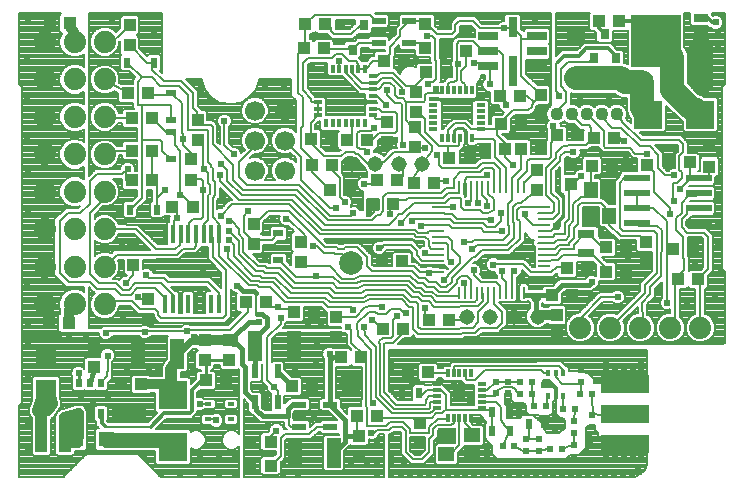
<source format=gtl>
G75*
G70*
%OFA0B0*%
%FSLAX24Y24*%
%IPPOS*%
%LPD*%
%AMOC8*
5,1,8,0,0,1.08239X$1,22.5*
%
%ADD10R,0.0394X0.0433*%
%ADD11R,0.0433X0.0394*%
%ADD12R,0.0394X0.0394*%
%ADD13R,0.0118X0.0256*%
%ADD14R,0.0256X0.0118*%
%ADD15R,0.0236X0.0354*%
%ADD16R,0.0236X0.0197*%
%ADD17R,0.0197X0.0236*%
%ADD18R,0.1600X0.0600*%
%ADD19R,0.0394X0.1181*%
%ADD20R,0.1181X0.0394*%
%ADD21R,0.0201X0.0315*%
%ADD22R,0.0945X0.0945*%
%ADD23R,0.0394X0.0079*%
%ADD24R,0.0079X0.0394*%
%ADD25R,0.0472X0.0217*%
%ADD26R,0.0217X0.0472*%
%ADD27R,0.0472X0.0984*%
%ADD28R,0.0571X0.0315*%
%ADD29R,0.0327X0.0248*%
%ADD30R,0.0157X0.0630*%
%ADD31C,0.0740*%
%ADD32R,0.0248X0.0327*%
%ADD33R,0.0870X0.0240*%
%ADD34R,0.0118X0.0236*%
%ADD35R,0.0551X0.0472*%
%ADD36R,0.0709X0.0630*%
%ADD37R,0.0472X0.0551*%
%ADD38C,0.0669*%
%ADD39C,0.0515*%
%ADD40R,0.0315X0.0354*%
%ADD41R,0.0657X0.0315*%
%ADD42R,0.0315X0.0984*%
%ADD43R,0.0315X0.0657*%
%ADD44R,0.0315X0.0118*%
%ADD45R,0.0118X0.0315*%
%ADD46R,0.0276X0.0138*%
%ADD47R,0.0138X0.0276*%
%ADD48R,0.1654X0.1772*%
%ADD49R,0.0512X0.0276*%
%ADD50C,0.0650*%
%ADD51C,0.0787*%
%ADD52C,0.0436*%
%ADD53R,0.0276X0.0512*%
%ADD54R,0.0236X0.0118*%
%ADD55C,0.0080*%
%ADD56C,0.0240*%
%ADD57C,0.0787*%
%ADD58C,0.0160*%
%ADD59C,0.0060*%
%ADD60C,0.0070*%
%ADD61C,0.0080*%
%ADD62C,0.0500*%
%ADD63C,0.0320*%
%ADD64C,0.0240*%
%ADD65C,0.0120*%
%ADD66C,0.0100*%
%ADD67C,0.0400*%
%ADD68C,0.0065*%
D10*
X004958Y004091D03*
X004958Y004760D03*
X006769Y005686D03*
X006769Y006355D03*
X006277Y007497D03*
X006277Y008166D03*
X008187Y010331D03*
X008187Y011000D03*
X008423Y011650D03*
X008423Y012319D03*
X006159Y014800D03*
X006159Y015469D03*
X010293Y008855D03*
X010293Y008186D03*
X011848Y008264D03*
X011848Y007595D03*
X013033Y005745D03*
X013033Y005075D03*
X015824Y002221D03*
X015824Y001552D03*
X013797Y001788D03*
X013797Y001119D03*
X009466Y004308D03*
X009466Y004977D03*
X008659Y004977D03*
X008659Y004308D03*
X014742Y011567D03*
X014742Y012237D03*
X015667Y012073D03*
X015687Y012585D03*
X015687Y013254D03*
X017360Y014603D03*
X017360Y015272D03*
X019860Y013146D03*
X019860Y012477D03*
X020864Y010843D03*
X020864Y010174D03*
X019722Y009997D03*
X019722Y010666D03*
X023352Y008260D03*
X023352Y007591D03*
X020391Y005804D03*
X020391Y005134D03*
X025470Y010764D03*
X025470Y011434D03*
X015667Y011404D03*
D11*
X016809Y011040D03*
X017478Y011040D03*
X017990Y011355D03*
X018659Y011355D03*
X019191Y011355D03*
X019860Y011355D03*
X020391Y011808D03*
X021061Y011808D03*
X021612Y011729D03*
X022281Y011729D03*
X022734Y010804D03*
X022222Y010784D03*
X021553Y010784D03*
X023403Y010804D03*
X024141Y010902D03*
X024811Y010902D03*
X024919Y008028D03*
X024250Y008028D03*
X024427Y007004D03*
X025096Y007004D03*
X022694Y007260D03*
X022025Y007260D03*
X021395Y007378D03*
X020726Y007378D03*
X020883Y006473D03*
X020214Y006473D03*
X022025Y008067D03*
X022694Y008067D03*
X019191Y012182D03*
X018521Y012182D03*
X018502Y013126D03*
X019171Y013126D03*
X016710Y013914D03*
X016041Y013914D03*
X016002Y014721D03*
X016671Y014721D03*
X016671Y015528D03*
X016002Y015528D03*
X015293Y014288D03*
X014624Y014288D03*
X012616Y014701D03*
X011946Y014701D03*
X012006Y015508D03*
X012675Y015508D03*
X012852Y011689D03*
X013407Y011650D03*
X014076Y011650D03*
X012891Y010804D03*
X012222Y010804D03*
X012183Y011689D03*
X012813Y009997D03*
X013482Y009997D03*
X014269Y009504D03*
X014939Y009504D03*
X015628Y010233D03*
X015057Y010311D03*
X014387Y010311D03*
X016297Y010233D03*
X015214Y007615D03*
X014545Y007615D03*
X016139Y005666D03*
X016809Y005666D03*
X015254Y005351D03*
X014584Y005351D03*
X013856Y004406D03*
X013187Y004406D03*
X012242Y003441D03*
X011572Y003441D03*
X010844Y001591D03*
X010175Y001591D03*
X010175Y000784D03*
X010844Y000784D03*
X013738Y002457D03*
X014407Y002457D03*
X015431Y003914D03*
X016100Y003914D03*
X012301Y005902D03*
X011631Y005902D03*
X010687Y006237D03*
X010017Y006237D03*
X009368Y003638D03*
X008698Y003638D03*
X006533Y003500D03*
X005864Y003500D03*
X004131Y005548D03*
X003462Y005548D03*
X007576Y009426D03*
X008246Y009426D03*
X006887Y010311D03*
X006218Y010311D03*
X006218Y011296D03*
X006887Y011296D03*
X006887Y012378D03*
X006218Y012378D03*
X006080Y013205D03*
X006750Y013205D03*
X004151Y015548D03*
X003482Y015548D03*
X021789Y015607D03*
X022458Y015607D03*
D12*
X017143Y003126D03*
D13*
X017143Y002378D03*
X016946Y002378D03*
X016750Y002378D03*
X017340Y002378D03*
X017537Y002378D03*
X017537Y003874D03*
X017340Y003874D03*
X017143Y003874D03*
X016946Y003874D03*
X016750Y003874D03*
D14*
X016395Y003520D03*
X016395Y003323D03*
X016395Y003126D03*
X016395Y002930D03*
X016395Y002733D03*
X017891Y002733D03*
X017891Y002930D03*
X017891Y003126D03*
X017891Y003323D03*
X017891Y003520D03*
D15*
X018226Y002575D03*
X018817Y002575D03*
X019446Y002182D03*
X020037Y002182D03*
X018817Y001965D03*
X018226Y001965D03*
X015805Y003205D03*
X015214Y003205D03*
D16*
X018344Y003205D03*
X018344Y003599D03*
X018757Y003599D03*
X018757Y003205D03*
X019368Y001689D03*
X019368Y001296D03*
X019781Y001296D03*
X019781Y001689D03*
X020962Y001886D03*
X020962Y002280D03*
X021572Y002083D03*
X021572Y002477D03*
X021179Y003579D03*
X021179Y003973D03*
X020962Y001473D03*
X020962Y001079D03*
D17*
X020569Y001335D03*
X020175Y001335D03*
X018974Y001434D03*
X018580Y001434D03*
X019624Y002772D03*
X020017Y002772D03*
X020608Y002693D03*
X021002Y002693D03*
X021159Y003186D03*
X021553Y003186D03*
X019545Y003186D03*
X019151Y003186D03*
X019151Y003599D03*
X019545Y003599D03*
D18*
X022650Y003501D03*
X022650Y002501D03*
X022650Y001501D03*
D19*
X003994Y001827D03*
X003206Y001827D03*
D20*
X006139Y001689D03*
X006139Y002477D03*
D21*
X005196Y002536D03*
X004822Y002536D03*
X004448Y002536D03*
X004448Y003560D03*
X004822Y003560D03*
X005196Y003560D03*
D22*
X007596Y003146D03*
X007596Y001414D03*
X023443Y012497D03*
X025175Y012497D03*
D23*
X019975Y009405D03*
X019975Y009208D03*
X019975Y009011D03*
X019975Y008814D03*
X019975Y008617D03*
X019975Y008420D03*
X019975Y008224D03*
X019975Y008027D03*
X019975Y007830D03*
X019975Y007633D03*
X019975Y007436D03*
X019975Y007239D03*
X016432Y007239D03*
X016432Y007436D03*
X016432Y007633D03*
X016432Y007830D03*
X016432Y008027D03*
X016432Y008224D03*
X016432Y008420D03*
X016432Y008617D03*
X016432Y008814D03*
X016432Y009011D03*
X016432Y009208D03*
X016432Y009405D03*
D24*
X017121Y010094D03*
X017318Y010094D03*
X017515Y010094D03*
X017712Y010094D03*
X017909Y010094D03*
X018105Y010094D03*
X018302Y010094D03*
X018499Y010094D03*
X018696Y010094D03*
X018893Y010094D03*
X019090Y010094D03*
X019286Y010094D03*
X019286Y006550D03*
X019090Y006550D03*
X018893Y006550D03*
X018696Y006550D03*
X018499Y006550D03*
X018302Y006550D03*
X018105Y006550D03*
X017909Y006550D03*
X017712Y006550D03*
X017515Y006550D03*
X017318Y006550D03*
X017121Y006550D03*
D25*
X012832Y002831D03*
X012832Y002083D03*
X011809Y002083D03*
X011809Y002457D03*
X011809Y002831D03*
X014446Y014878D03*
X014446Y015252D03*
X014446Y015626D03*
X015470Y015626D03*
X015470Y014878D03*
D26*
X011080Y003934D03*
X010332Y003934D03*
X010332Y002910D03*
X010706Y002910D03*
X011080Y002910D03*
D27*
X011651Y001217D03*
X012950Y001217D03*
X011612Y004780D03*
X010313Y004780D03*
X007734Y004524D03*
X006435Y004524D03*
D28*
X021376Y007871D03*
X021376Y008500D03*
D29*
X011100Y008540D03*
X011100Y007634D03*
X007537Y011000D03*
X007537Y011906D03*
X007537Y012300D03*
X007537Y013205D03*
D30*
X007592Y008514D03*
X007848Y008514D03*
X008104Y008514D03*
X008360Y008514D03*
X008616Y008514D03*
X008871Y008514D03*
X009127Y008514D03*
X007336Y008514D03*
X007336Y006191D03*
X007592Y006191D03*
X007848Y006191D03*
X008104Y006191D03*
X008360Y006191D03*
X008616Y006191D03*
X008871Y006191D03*
X009127Y006191D03*
D31*
X005318Y006180D03*
X004318Y006180D03*
X003318Y006180D03*
X003318Y007429D03*
X004318Y007429D03*
X005318Y007429D03*
X005318Y008677D03*
X004318Y008677D03*
X003318Y008677D03*
X003318Y009926D03*
X004318Y009926D03*
X005318Y009926D03*
X005318Y011174D03*
X004318Y011174D03*
X003318Y011174D03*
X003318Y012423D03*
X004318Y012423D03*
X005318Y012423D03*
X005318Y013671D03*
X004318Y013671D03*
X003318Y013671D03*
X003318Y014920D03*
X004318Y014920D03*
X005318Y014920D03*
X021171Y005390D03*
X022171Y005390D03*
X023171Y005390D03*
X024171Y005390D03*
X025171Y005390D03*
D32*
X007065Y009327D03*
X006159Y009327D03*
X006061Y014229D03*
X006966Y014229D03*
D33*
X023062Y010373D03*
X023062Y009873D03*
X023062Y009373D03*
X023062Y008873D03*
X025122Y008873D03*
X025122Y009373D03*
X025122Y009873D03*
X025122Y010373D03*
D34*
X020608Y003874D03*
X020352Y003874D03*
X020096Y003874D03*
X020096Y003126D03*
X020352Y003126D03*
X020608Y003126D03*
D35*
X017576Y001808D03*
X017576Y001178D03*
X016710Y001178D03*
X016710Y001808D03*
D36*
X003364Y003363D03*
X003364Y004465D03*
D37*
X021513Y009130D03*
X022143Y009130D03*
X022143Y009997D03*
X021513Y009997D03*
D38*
X011324Y010630D03*
X010324Y010630D03*
X010324Y011630D03*
X011324Y011630D03*
X011324Y012630D03*
X010324Y012630D03*
D39*
X013545Y010863D03*
X014332Y010863D03*
X015120Y010863D03*
X015907Y010863D03*
X017383Y005764D03*
X018171Y005764D03*
X018958Y005764D03*
X019746Y005764D03*
D40*
X021612Y014367D03*
X022360Y014367D03*
X021986Y015193D03*
X013954Y015489D03*
X013206Y015489D03*
X013580Y014662D03*
D41*
X018102Y014603D03*
X018102Y015103D03*
X018102Y014103D03*
X019728Y014103D03*
X019728Y014603D03*
X019728Y015103D03*
D42*
X018915Y013953D03*
D43*
X018915Y015416D03*
D44*
X017852Y013008D03*
X017852Y012811D03*
X017852Y012615D03*
X017852Y012418D03*
X017852Y012221D03*
X017852Y012024D03*
X016277Y012024D03*
X016277Y012221D03*
X016277Y012418D03*
X016277Y012615D03*
X016277Y012811D03*
X016277Y013008D03*
D45*
X016572Y013304D03*
X016769Y013304D03*
X016966Y013304D03*
X017163Y013304D03*
X017360Y013304D03*
X017557Y013304D03*
X017557Y011729D03*
X017360Y011729D03*
X017163Y011729D03*
X016966Y011729D03*
X016769Y011729D03*
X016572Y011729D03*
D46*
X014250Y012477D03*
X014250Y012693D03*
X014250Y012910D03*
X014250Y013126D03*
X014250Y013343D03*
X014250Y013560D03*
X014250Y013776D03*
X012439Y013776D03*
X012439Y013560D03*
X012439Y013343D03*
X012439Y013126D03*
X012439Y012910D03*
X012439Y012693D03*
X012439Y012477D03*
D47*
X012694Y012221D03*
X012911Y012221D03*
X013128Y012221D03*
X013344Y012221D03*
X013561Y012221D03*
X013777Y012221D03*
X013994Y012221D03*
X013994Y014032D03*
X013777Y014032D03*
X013561Y014032D03*
X013344Y014032D03*
X013128Y014032D03*
X012911Y014032D03*
X012694Y014032D03*
D48*
X023694Y014957D03*
D49*
X025194Y014707D03*
X025194Y014207D03*
X025194Y015207D03*
X025194Y015707D03*
D50*
X021021Y015103D03*
X021021Y013709D03*
D51*
X023230Y013579D03*
X024230Y013579D03*
X025230Y013579D03*
X013521Y007544D03*
X013521Y003544D03*
D52*
X020381Y012516D03*
X020881Y012516D03*
X021381Y012516D03*
X021881Y012516D03*
X022381Y012516D03*
D53*
X005244Y001670D03*
X004476Y001670D03*
D54*
X008777Y002339D03*
X008777Y002851D03*
X009525Y002851D03*
X009525Y002595D03*
X009525Y002339D03*
D55*
X002458Y002790D02*
X002458Y000412D01*
X003936Y000412D01*
X004641Y001118D01*
X004723Y001199D01*
X006298Y001199D01*
X006414Y001199D01*
X007201Y000412D01*
X009801Y000412D01*
X009801Y001457D01*
X009725Y001381D01*
X009608Y001333D01*
X009482Y001333D01*
X009365Y001381D01*
X009276Y001470D01*
X009228Y001587D01*
X009228Y001713D01*
X009276Y001830D01*
X009365Y001919D01*
X009482Y001967D01*
X009608Y001967D01*
X009725Y001919D01*
X009801Y001843D01*
X009800Y001843D01*
X009801Y001843D02*
X009801Y003159D01*
X009778Y003181D01*
X009778Y004008D01*
X009764Y004022D01*
X009713Y003971D01*
X009220Y003971D01*
X009149Y004041D01*
X009149Y004138D01*
X008976Y004138D01*
X008976Y004041D01*
X008906Y003971D01*
X008868Y003971D01*
X008868Y003955D01*
X008965Y003955D01*
X009035Y003885D01*
X009035Y003392D01*
X008965Y003321D01*
X008498Y003321D01*
X008406Y003229D01*
X008406Y003079D01*
X008434Y003091D01*
X008530Y003091D01*
X008618Y003054D01*
X008642Y003030D01*
X008945Y003030D01*
X009015Y002960D01*
X009015Y002742D01*
X008945Y002672D01*
X008642Y002672D01*
X008618Y002647D01*
X008530Y002611D01*
X008434Y002611D01*
X008406Y002623D01*
X008406Y002540D01*
X008301Y002435D01*
X008222Y002356D01*
X008073Y002356D01*
X007375Y002356D01*
X007039Y002020D01*
X007178Y002020D01*
X007211Y002006D01*
X008118Y002006D01*
X008188Y001936D01*
X008188Y001921D01*
X008301Y001967D01*
X008427Y001967D01*
X008543Y001919D01*
X008633Y001830D01*
X008681Y001713D01*
X008681Y001587D01*
X008633Y001470D01*
X008543Y001381D01*
X008427Y001333D01*
X008301Y001333D01*
X008188Y001379D01*
X008188Y000892D01*
X008118Y000821D01*
X007074Y000821D01*
X007004Y000892D01*
X007004Y001280D01*
X005396Y001280D01*
X005368Y001292D01*
X005363Y001292D01*
X005285Y001292D01*
X005280Y001294D01*
X005056Y001294D01*
X004986Y001364D01*
X004986Y001975D01*
X005056Y002046D01*
X005115Y002046D01*
X005034Y002127D01*
X005034Y002271D01*
X004976Y002329D01*
X004976Y002552D01*
X004958Y002600D01*
X004976Y002641D01*
X004976Y002743D01*
X005046Y002813D01*
X005347Y002813D01*
X005417Y002743D01*
X005417Y002329D01*
X005394Y002306D01*
X005394Y002276D01*
X005427Y002243D01*
X006753Y002243D01*
X007069Y002559D01*
X007004Y002624D01*
X007004Y003220D01*
X006836Y003220D01*
X006799Y003184D01*
X006267Y003184D01*
X006197Y003254D01*
X006197Y003747D01*
X006267Y003817D01*
X006799Y003817D01*
X006836Y003780D01*
X007217Y003780D01*
X007217Y004076D01*
X007266Y004194D01*
X007304Y004231D01*
X007319Y004269D01*
X007359Y004309D01*
X007378Y004337D01*
X007378Y005066D01*
X007424Y005112D01*
X006850Y005112D01*
X006787Y005049D01*
X006699Y005012D01*
X006603Y005012D01*
X006515Y005049D01*
X006448Y005116D01*
X006441Y005132D01*
X005578Y005132D01*
X005555Y005077D01*
X005488Y005010D01*
X005400Y004973D01*
X005304Y004973D01*
X005216Y005010D01*
X005149Y005077D01*
X005112Y005165D01*
X005112Y005213D01*
X002559Y005213D01*
X002559Y002988D01*
X002559Y002872D01*
X002477Y002790D01*
X002458Y002790D01*
X002458Y002786D02*
X002825Y002786D01*
X002806Y002721D02*
X002788Y002678D01*
X002788Y002661D01*
X002783Y002644D01*
X002788Y002597D01*
X002788Y002551D01*
X002795Y002535D01*
X002796Y002517D01*
X002819Y002476D01*
X002837Y002433D01*
X002849Y002421D01*
X002857Y002406D01*
X002886Y002382D01*
X002886Y001764D01*
X002458Y001764D01*
X002458Y001686D02*
X002889Y001686D01*
X002889Y001756D02*
X002889Y001187D01*
X002960Y001117D01*
X003453Y001117D01*
X003523Y001187D01*
X003523Y001756D01*
X003526Y001764D01*
X003677Y001764D01*
X003677Y001686D02*
X003523Y001686D01*
X003526Y001764D02*
X003526Y002350D01*
X003532Y002351D01*
X003625Y002413D01*
X003798Y002673D01*
X003818Y002692D01*
X003824Y002707D01*
X003977Y002707D01*
X003913Y002691D02*
X003864Y002681D01*
X003859Y002678D01*
X003852Y002676D01*
X003813Y002647D01*
X003772Y002619D01*
X003768Y002614D01*
X003763Y002610D01*
X003737Y002568D01*
X003710Y002527D01*
X003709Y002520D01*
X003705Y002514D01*
X003702Y002493D01*
X003677Y002467D01*
X003677Y001187D01*
X003747Y001117D01*
X004240Y001117D01*
X004311Y001187D01*
X004311Y001292D01*
X004474Y001292D01*
X004479Y001294D01*
X004663Y001294D01*
X004734Y001364D01*
X004734Y001975D01*
X004726Y001983D01*
X004726Y002283D01*
X004726Y002502D01*
X004734Y002549D01*
X004726Y002578D01*
X004726Y002592D01*
X004718Y002612D01*
X004707Y002658D01*
X004689Y002681D01*
X004684Y002694D01*
X004669Y002709D01*
X004669Y002743D01*
X004599Y002813D01*
X004508Y002813D01*
X004502Y002816D01*
X004469Y002816D01*
X004435Y002821D01*
X004414Y002816D01*
X004391Y002816D01*
X004385Y002813D01*
X004298Y002813D01*
X004263Y002778D01*
X003913Y002691D01*
X003834Y002719D02*
X003837Y002731D01*
X003844Y002742D01*
X003850Y002769D01*
X003860Y002795D01*
X003860Y002811D01*
X003865Y002826D01*
X003863Y002839D01*
X003866Y002851D01*
X003860Y002879D01*
X003860Y002907D01*
X003854Y002921D01*
X003841Y003043D01*
X003841Y003084D01*
X003838Y003090D01*
X003838Y003727D01*
X003768Y003798D01*
X002960Y003798D01*
X002889Y003727D01*
X002889Y003021D01*
X002559Y003021D01*
X002559Y002943D02*
X002871Y002943D01*
X002886Y002995D02*
X002806Y002721D01*
X002800Y002707D02*
X002458Y002707D01*
X002458Y002628D02*
X002785Y002628D01*
X002788Y002550D02*
X002458Y002550D01*
X002458Y002471D02*
X002821Y002471D01*
X002873Y002393D02*
X002458Y002393D01*
X002458Y002314D02*
X002886Y002314D01*
X002886Y002236D02*
X002458Y002236D01*
X002458Y002157D02*
X002886Y002157D01*
X002886Y002079D02*
X002458Y002079D01*
X002458Y002000D02*
X002886Y002000D01*
X002886Y001922D02*
X002458Y001922D01*
X002458Y001843D02*
X002886Y001843D01*
X002886Y001764D02*
X002889Y001756D01*
X002889Y001607D02*
X002458Y001607D01*
X002458Y001529D02*
X002889Y001529D01*
X002889Y001450D02*
X002458Y001450D01*
X002458Y001372D02*
X002889Y001372D01*
X002889Y001293D02*
X002458Y001293D01*
X002458Y001215D02*
X002889Y001215D01*
X002940Y001136D02*
X002458Y001136D01*
X002458Y001058D02*
X004581Y001058D01*
X004660Y001136D02*
X004260Y001136D01*
X004311Y001215D02*
X007004Y001215D01*
X007004Y001136D02*
X006477Y001136D01*
X006556Y001058D02*
X007004Y001058D01*
X007004Y000979D02*
X006634Y000979D01*
X006713Y000900D02*
X007004Y000900D01*
X007073Y000822D02*
X006791Y000822D01*
X006870Y000743D02*
X009801Y000743D01*
X009801Y000665D02*
X006949Y000665D01*
X007027Y000586D02*
X009801Y000586D01*
X009801Y000508D02*
X007106Y000508D01*
X007184Y000429D02*
X009801Y000429D01*
X009958Y000429D02*
X014624Y000429D01*
X014624Y000412D02*
X009958Y000412D01*
X009958Y003001D01*
X010104Y002855D01*
X010104Y002624D01*
X010174Y002554D01*
X010175Y002554D01*
X010176Y002542D01*
X010184Y002535D01*
X010185Y002524D01*
X010244Y002480D01*
X010450Y002293D01*
X010505Y002237D01*
X010511Y002237D01*
X010515Y002234D01*
X010593Y002237D01*
X011294Y002237D01*
X011294Y002228D01*
X011294Y002096D01*
X011373Y002017D01*
X011383Y002007D01*
X011383Y002007D01*
X011281Y002007D01*
X011281Y002013D01*
X011244Y002101D01*
X011177Y002168D01*
X011089Y002205D01*
X010993Y002205D01*
X010905Y002168D01*
X010837Y002101D01*
X010801Y002013D01*
X010801Y001951D01*
X010757Y001908D01*
X010578Y001908D01*
X010508Y001838D01*
X010508Y001344D01*
X010578Y001274D01*
X011019Y001274D01*
X011019Y001185D01*
X010935Y001101D01*
X010578Y001101D01*
X010508Y001030D01*
X010508Y000537D01*
X010578Y000467D01*
X011110Y000467D01*
X011181Y000537D01*
X011181Y000894D01*
X011339Y001052D01*
X011339Y001185D01*
X011339Y001643D01*
X011383Y001687D01*
X012210Y001687D01*
X012303Y001781D01*
X012446Y001923D01*
X012478Y001923D01*
X012546Y001855D01*
X013118Y001855D01*
X013124Y001861D01*
X013124Y001829D01*
X012664Y001829D01*
X012594Y001759D01*
X012594Y000675D01*
X012664Y000605D01*
X013236Y000605D01*
X013307Y000675D01*
X013307Y001290D01*
X013509Y001493D01*
X013550Y001451D01*
X014043Y001451D01*
X014114Y001522D01*
X014114Y001667D01*
X014162Y001646D01*
X014258Y001646D01*
X014346Y001683D01*
X014414Y001750D01*
X014438Y001809D01*
X014449Y001820D01*
X014449Y001834D01*
X014450Y001835D01*
X014624Y001835D01*
X014624Y000412D01*
X014624Y000508D02*
X011151Y000508D01*
X011181Y000586D02*
X014624Y000586D01*
X014624Y000665D02*
X013296Y000665D01*
X013307Y000743D02*
X014624Y000743D01*
X014624Y000822D02*
X013307Y000822D01*
X013307Y000900D02*
X014624Y000900D01*
X014624Y000979D02*
X013307Y000979D01*
X013307Y001058D02*
X014624Y001058D01*
X014624Y001136D02*
X013307Y001136D01*
X013307Y001215D02*
X014624Y001215D01*
X014624Y001293D02*
X013309Y001293D01*
X013388Y001372D02*
X014624Y001372D01*
X014624Y001450D02*
X013466Y001450D01*
X013124Y001843D02*
X012366Y001843D01*
X012444Y001922D02*
X012480Y001922D01*
X012380Y002083D02*
X012143Y001847D01*
X011317Y001847D01*
X011179Y001709D01*
X011179Y001119D01*
X010844Y000784D01*
X011181Y000822D02*
X012594Y000822D01*
X012594Y000900D02*
X011187Y000900D01*
X011265Y000979D02*
X012594Y000979D01*
X012594Y001058D02*
X011339Y001058D01*
X011339Y001136D02*
X012594Y001136D01*
X012594Y001215D02*
X011339Y001215D01*
X011339Y001293D02*
X012594Y001293D01*
X012594Y001372D02*
X011339Y001372D01*
X011339Y001450D02*
X012594Y001450D01*
X012594Y001529D02*
X011339Y001529D01*
X011339Y001607D02*
X012594Y001607D01*
X012594Y001686D02*
X011382Y001686D01*
X011041Y001965D02*
X010844Y001768D01*
X010844Y001591D01*
X010771Y001922D02*
X009958Y001922D01*
X009958Y002000D02*
X010801Y002000D01*
X010828Y002079D02*
X009958Y002079D01*
X009958Y002157D02*
X010894Y002157D01*
X011188Y002157D02*
X011294Y002157D01*
X011294Y002236D02*
X010555Y002236D01*
X010513Y002236D02*
X009958Y002236D01*
X009958Y002314D02*
X010426Y002314D01*
X010340Y002393D02*
X009958Y002393D01*
X009958Y002471D02*
X010254Y002471D01*
X010175Y002550D02*
X009958Y002550D01*
X009958Y002628D02*
X010104Y002628D01*
X010104Y002707D02*
X009958Y002707D01*
X009958Y002786D02*
X010104Y002786D01*
X010095Y002864D02*
X009958Y002864D01*
X009958Y002943D02*
X010017Y002943D01*
X009801Y002943D02*
X009763Y002943D01*
X009763Y002960D02*
X009693Y003030D01*
X009357Y003030D01*
X009287Y002960D01*
X009287Y002742D01*
X009357Y002672D01*
X009693Y002672D01*
X009763Y002742D01*
X009763Y002960D01*
X009801Y003021D02*
X009702Y003021D01*
X009801Y003100D02*
X008406Y003100D01*
X008406Y003178D02*
X009781Y003178D01*
X009778Y003257D02*
X008434Y003257D01*
X008188Y003521D02*
X008188Y003668D01*
X008118Y003739D01*
X007857Y003739D01*
X007857Y003912D01*
X008020Y003912D01*
X008090Y003982D01*
X008090Y004521D01*
X008266Y004697D01*
X008355Y004697D01*
X008411Y004642D01*
X008342Y004574D01*
X008342Y004041D01*
X008412Y003971D01*
X008528Y003971D01*
X008528Y003955D01*
X008432Y003955D01*
X008362Y003885D01*
X007857Y003885D01*
X007857Y003807D02*
X008362Y003807D01*
X008362Y003885D02*
X008362Y003694D01*
X008188Y003521D01*
X008188Y003571D02*
X008239Y003571D01*
X008188Y003649D02*
X008317Y003649D01*
X008362Y003728D02*
X008129Y003728D01*
X008071Y003964D02*
X008528Y003964D01*
X008342Y004042D02*
X008090Y004042D01*
X008090Y004121D02*
X008342Y004121D01*
X008342Y004199D02*
X008090Y004199D01*
X008090Y004278D02*
X008342Y004278D01*
X008342Y004356D02*
X008090Y004356D01*
X008090Y004435D02*
X008342Y004435D01*
X008342Y004513D02*
X008090Y004513D01*
X008161Y004592D02*
X008360Y004592D01*
X008382Y004671D02*
X008239Y004671D01*
X008462Y004937D02*
X008305Y005095D01*
X008088Y005331D02*
X008049Y005292D01*
X008029Y005272D01*
X006671Y005272D01*
X006651Y005252D01*
X006651Y005272D01*
X006631Y005292D01*
X005431Y005292D01*
X005352Y005213D01*
X005190Y005390D02*
X004781Y005390D01*
X004781Y006017D01*
X004808Y006083D01*
X004808Y006278D01*
X004781Y006343D01*
X004781Y006739D01*
X004897Y006623D01*
X004983Y006537D01*
X004903Y006458D01*
X004828Y006278D01*
X004828Y006083D01*
X004903Y005903D01*
X005041Y005765D01*
X005221Y005690D01*
X005416Y005690D01*
X005596Y005765D01*
X005734Y005903D01*
X005808Y006083D01*
X005808Y006116D01*
X006171Y006116D01*
X006334Y005954D01*
X006427Y005860D01*
X006939Y005860D01*
X006944Y005855D01*
X006944Y005757D01*
X007042Y005659D01*
X007136Y005565D01*
X009203Y005565D01*
X009336Y005565D01*
X009434Y005663D01*
X009528Y005757D01*
X009528Y006678D01*
X009538Y006652D01*
X009606Y006584D01*
X009694Y006548D01*
X009719Y006548D01*
X009732Y006534D01*
X009681Y006483D01*
X009681Y005990D01*
X009751Y005920D01*
X009868Y005920D01*
X009439Y005491D01*
X008189Y005491D01*
X008185Y005495D01*
X008097Y005532D01*
X008001Y005532D01*
X007913Y005495D01*
X007850Y005432D01*
X006811Y005432D01*
X006787Y005456D01*
X007874Y005456D01*
X008088Y005331D02*
X009506Y005331D01*
X010096Y005922D01*
X010096Y006119D01*
X010155Y006119D01*
X010155Y006217D01*
X010017Y006237D01*
X009681Y006241D02*
X009528Y006241D01*
X009528Y006163D02*
X009681Y006163D01*
X009681Y006084D02*
X009528Y006084D01*
X009528Y006006D02*
X009681Y006006D01*
X009744Y005927D02*
X009528Y005927D01*
X009528Y005849D02*
X009797Y005849D01*
X009718Y005770D02*
X009528Y005770D01*
X009462Y005692D02*
X009640Y005692D01*
X009561Y005613D02*
X009384Y005613D01*
X009483Y005535D02*
X004781Y005535D01*
X004781Y005613D02*
X007088Y005613D01*
X007009Y005692D02*
X005419Y005692D01*
X005601Y005770D02*
X006944Y005770D01*
X006944Y005849D02*
X005680Y005849D01*
X005744Y005927D02*
X006360Y005927D01*
X006282Y006006D02*
X005777Y006006D01*
X005808Y006084D02*
X006203Y006084D01*
X006238Y006276D02*
X006494Y006020D01*
X007006Y006020D01*
X007104Y005922D01*
X007104Y005823D01*
X007202Y005725D01*
X009269Y005725D01*
X009368Y005823D01*
X009368Y007300D01*
X008915Y007752D01*
X008915Y008372D01*
X008871Y008514D01*
X008616Y008514D02*
X008620Y008419D01*
X008620Y008835D01*
X008757Y008973D01*
X008757Y009800D01*
X008817Y009859D01*
X008817Y010154D01*
X008757Y010213D01*
X008757Y010548D01*
X008620Y010686D01*
X008580Y010725D01*
X008580Y011512D01*
X008462Y011650D01*
X008423Y011650D01*
X008757Y011985D02*
X008088Y011985D01*
X008088Y013166D01*
X007793Y013461D01*
X007163Y013461D01*
X006887Y013737D01*
X006553Y013737D01*
X006061Y014229D01*
X005817Y014253D02*
X004781Y014253D01*
X004781Y014331D02*
X005817Y014331D01*
X005817Y014410D02*
X004781Y014410D01*
X004781Y014488D02*
X005079Y014488D01*
X005041Y014504D02*
X005221Y014430D01*
X005416Y014430D01*
X005596Y014504D01*
X005734Y014642D01*
X005808Y014822D01*
X005808Y014912D01*
X005842Y014946D01*
X005842Y014533D01*
X005875Y014500D01*
X005817Y014442D01*
X005817Y014016D01*
X005887Y013945D01*
X006118Y013945D01*
X006326Y013737D01*
X006255Y013665D01*
X006255Y013533D01*
X006255Y013522D01*
X005860Y013522D01*
X005801Y013557D01*
X005808Y013574D01*
X005808Y013769D01*
X005734Y013949D01*
X005596Y014087D01*
X005416Y014161D01*
X005221Y014161D01*
X005041Y014087D01*
X004903Y013949D01*
X004828Y013769D01*
X004828Y013574D01*
X004903Y013394D01*
X005041Y013256D01*
X005221Y013181D01*
X005416Y013181D01*
X005596Y013256D01*
X005628Y013288D01*
X005744Y013219D01*
X005744Y012959D01*
X005814Y012888D01*
X006255Y012888D01*
X006255Y012745D01*
X006305Y012695D01*
X005952Y012695D01*
X005882Y012625D01*
X005882Y012538D01*
X005801Y012538D01*
X005734Y012700D01*
X005596Y012838D01*
X005416Y012913D01*
X005221Y012913D01*
X005041Y012838D01*
X004903Y012700D01*
X004828Y012520D01*
X004828Y012325D01*
X004903Y012145D01*
X005041Y012007D01*
X005221Y011933D01*
X005416Y011933D01*
X005596Y012007D01*
X005734Y012145D01*
X005764Y012218D01*
X005882Y012218D01*
X005882Y012132D01*
X005721Y012132D01*
X005761Y012211D02*
X005882Y012211D01*
X005882Y012132D02*
X005952Y012062D01*
X006393Y012062D01*
X006393Y011716D01*
X006393Y011613D01*
X005952Y011613D01*
X005882Y011542D01*
X005882Y011456D01*
X005730Y011456D01*
X005596Y011590D01*
X005416Y011664D01*
X005221Y011664D01*
X005041Y011590D01*
X004903Y011452D01*
X004828Y011272D01*
X004828Y011077D01*
X004903Y010897D01*
X005041Y010759D01*
X005221Y010684D01*
X005416Y010684D01*
X005596Y010759D01*
X005734Y010897D01*
X005808Y011077D01*
X005808Y011136D01*
X005882Y011136D01*
X005882Y011049D01*
X005952Y010979D01*
X006393Y010979D01*
X006393Y010628D01*
X006316Y010628D01*
X006320Y010638D01*
X006320Y010733D01*
X006284Y010821D01*
X006216Y010889D01*
X006128Y010925D01*
X006033Y010925D01*
X005944Y010889D01*
X005877Y010821D01*
X005840Y010733D01*
X005840Y010672D01*
X005837Y010668D01*
X005123Y010668D01*
X004990Y010668D01*
X004781Y010459D01*
X004781Y011011D01*
X004808Y011077D01*
X004808Y011272D01*
X004781Y011337D01*
X004781Y012259D01*
X004808Y012325D01*
X004808Y012520D01*
X004781Y012586D01*
X004781Y013508D01*
X004808Y013574D01*
X004808Y013769D01*
X004781Y013835D01*
X004781Y014756D01*
X004808Y014822D01*
X004808Y015017D01*
X004781Y015083D01*
X004781Y015880D01*
X007233Y015880D01*
X007232Y013894D01*
X007160Y013966D01*
X007210Y014016D01*
X007210Y014442D01*
X007140Y014512D01*
X006792Y014512D01*
X006733Y014452D01*
X006476Y014709D01*
X006476Y015066D01*
X006407Y015134D01*
X006476Y015203D01*
X006476Y015735D01*
X006406Y015805D01*
X005912Y015805D01*
X005842Y015735D01*
X005842Y015398D01*
X005812Y015368D01*
X005766Y015326D01*
X005766Y015322D01*
X005688Y015243D01*
X005596Y015335D01*
X005416Y015410D01*
X005221Y015410D01*
X005041Y015335D01*
X004903Y015197D01*
X004828Y015017D01*
X004828Y014822D01*
X004903Y014642D01*
X005041Y014504D01*
X004978Y014567D02*
X004781Y014567D01*
X004781Y014646D02*
X004902Y014646D01*
X004869Y014724D02*
X004781Y014724D01*
X004800Y014803D02*
X004836Y014803D01*
X004828Y014881D02*
X004808Y014881D01*
X004808Y014960D02*
X004828Y014960D01*
X004837Y015038D02*
X004800Y015038D01*
X004781Y015117D02*
X004870Y015117D01*
X004902Y015195D02*
X004781Y015195D01*
X004781Y015274D02*
X004980Y015274D01*
X005083Y015352D02*
X004781Y015352D01*
X004781Y015431D02*
X005842Y015431D01*
X005842Y015510D02*
X004781Y015510D01*
X004781Y015588D02*
X005842Y015588D01*
X005842Y015667D02*
X004781Y015667D01*
X004781Y015745D02*
X005852Y015745D01*
X006159Y015469D02*
X005923Y015252D01*
X005509Y014839D01*
X005318Y014839D01*
X005318Y014920D01*
X005657Y015274D02*
X005718Y015274D01*
X005795Y015352D02*
X005554Y015352D01*
X005808Y014881D02*
X005842Y014881D01*
X005842Y014803D02*
X005800Y014803D01*
X005768Y014724D02*
X005842Y014724D01*
X005842Y014646D02*
X005735Y014646D01*
X005659Y014567D02*
X005842Y014567D01*
X005863Y014488D02*
X005558Y014488D01*
X005817Y014174D02*
X004781Y014174D01*
X004781Y014096D02*
X005063Y014096D01*
X004971Y014017D02*
X004781Y014017D01*
X004781Y013939D02*
X004899Y013939D01*
X004866Y013860D02*
X004781Y013860D01*
X004803Y013782D02*
X004834Y013782D01*
X004828Y013703D02*
X004808Y013703D01*
X004808Y013624D02*
X004828Y013624D01*
X004840Y013546D02*
X004797Y013546D01*
X004781Y013467D02*
X004872Y013467D01*
X004908Y013389D02*
X004781Y013389D01*
X004781Y013310D02*
X004986Y013310D01*
X005099Y013232D02*
X004781Y013232D01*
X004781Y013153D02*
X005744Y013153D01*
X005744Y013075D02*
X004781Y013075D01*
X004781Y012996D02*
X005744Y012996D01*
X005785Y012918D02*
X004781Y012918D01*
X004781Y012839D02*
X005043Y012839D01*
X004963Y012761D02*
X004781Y012761D01*
X004781Y012682D02*
X004895Y012682D01*
X004863Y012603D02*
X004781Y012603D01*
X004806Y012525D02*
X004830Y012525D01*
X004828Y012446D02*
X004808Y012446D01*
X004808Y012368D02*
X004828Y012368D01*
X004843Y012289D02*
X004794Y012289D01*
X004781Y012211D02*
X004876Y012211D01*
X004916Y012132D02*
X004781Y012132D01*
X004781Y012054D02*
X004994Y012054D01*
X005119Y011975D02*
X004781Y011975D01*
X004781Y011897D02*
X006393Y011897D01*
X006393Y011975D02*
X005518Y011975D01*
X005642Y012054D02*
X006393Y012054D01*
X006393Y011818D02*
X004781Y011818D01*
X004781Y011739D02*
X006393Y011739D01*
X006393Y011661D02*
X005424Y011661D01*
X005603Y011582D02*
X005922Y011582D01*
X005882Y011504D02*
X005682Y011504D01*
X005808Y011111D02*
X005882Y011111D01*
X005898Y011033D02*
X005790Y011033D01*
X005758Y010954D02*
X006393Y010954D01*
X006393Y010875D02*
X006230Y010875D01*
X006294Y010797D02*
X006393Y010797D01*
X006393Y010718D02*
X006320Y010718D01*
X006320Y010640D02*
X006393Y010640D01*
X006080Y010686D02*
X005903Y010508D01*
X005057Y010508D01*
X004820Y010272D01*
X004820Y009524D01*
X004506Y009209D01*
X004092Y009209D01*
X003817Y008934D01*
X003817Y007221D01*
X004112Y006926D01*
X004820Y006926D01*
X005057Y006689D01*
X005667Y006689D01*
X005864Y006493D01*
X006179Y006493D01*
X006395Y006709D01*
X007006Y006709D01*
X007340Y006374D01*
X007340Y006097D01*
X007336Y006191D01*
X007592Y006191D02*
X007596Y006136D01*
X007596Y006473D01*
X007202Y006867D01*
X006336Y006867D01*
X006120Y006650D01*
X005923Y006650D01*
X005706Y006867D01*
X005135Y006867D01*
X004820Y007182D01*
X004820Y009229D01*
X005318Y009727D01*
X005318Y009926D01*
X005690Y010247D02*
X005881Y010247D01*
X005881Y010245D02*
X005882Y010245D01*
X005882Y010065D01*
X005952Y009995D01*
X006393Y009995D01*
X006393Y009787D01*
X006216Y009611D01*
X005985Y009611D01*
X005915Y009540D01*
X005626Y009540D01*
X005596Y009510D02*
X005734Y009648D01*
X005808Y009828D01*
X005808Y010023D01*
X005734Y010203D01*
X005596Y010341D01*
X005578Y010348D01*
X005837Y010348D01*
X005881Y010348D01*
X005881Y010245D01*
X005882Y010169D02*
X005748Y010169D01*
X005781Y010090D02*
X005882Y010090D01*
X005935Y010011D02*
X005808Y010011D01*
X005808Y009933D02*
X006393Y009933D01*
X006393Y009854D02*
X005808Y009854D01*
X005787Y009776D02*
X006381Y009776D01*
X006303Y009697D02*
X005754Y009697D01*
X005704Y009619D02*
X006224Y009619D01*
X006159Y009327D02*
X006553Y009721D01*
X006553Y011650D01*
X006553Y012811D01*
X007537Y012811D01*
X007537Y012300D01*
X007537Y011906D02*
X007360Y011906D01*
X006887Y012378D01*
X006553Y012811D02*
X006415Y012811D01*
X006415Y013599D01*
X006553Y013737D01*
X006293Y013703D02*
X005808Y013703D01*
X005808Y013624D02*
X006255Y013624D01*
X006255Y013546D02*
X005820Y013546D01*
X005803Y013782D02*
X006282Y013782D01*
X006203Y013860D02*
X005771Y013860D01*
X005738Y013939D02*
X006124Y013939D01*
X005817Y014017D02*
X005665Y014017D01*
X005574Y014096D02*
X005817Y014096D01*
X005318Y013671D02*
X005318Y013658D01*
X006080Y013205D01*
X005722Y013232D02*
X005538Y013232D01*
X005594Y012839D02*
X006255Y012839D01*
X006255Y012761D02*
X005674Y012761D01*
X005741Y012682D02*
X005939Y012682D01*
X005882Y012603D02*
X005774Y012603D01*
X006218Y012378D02*
X005318Y012378D01*
X005318Y012423D01*
X004624Y012839D02*
X004607Y012855D01*
X004420Y012933D01*
X004217Y012933D01*
X004030Y012855D01*
X003886Y012712D01*
X003808Y012524D01*
X003808Y012321D01*
X003886Y012134D01*
X004030Y011990D01*
X004217Y011913D01*
X004420Y011913D01*
X004607Y011990D01*
X004624Y012007D01*
X004624Y011590D01*
X004607Y011606D01*
X004420Y011684D01*
X004217Y011684D01*
X004030Y011606D01*
X003886Y011463D01*
X003808Y011276D01*
X003808Y011073D01*
X003886Y010885D01*
X004030Y010742D01*
X004217Y010664D01*
X004420Y010664D01*
X004607Y010742D01*
X004624Y010758D01*
X004624Y010342D01*
X004607Y010358D01*
X004420Y010436D01*
X004217Y010436D01*
X004030Y010358D01*
X003886Y010215D01*
X003808Y010027D01*
X003808Y009824D01*
X003886Y009637D01*
X004030Y009493D01*
X004217Y009416D01*
X004420Y009416D01*
X004484Y009442D01*
X004431Y009389D01*
X004018Y009389D01*
X003912Y009284D01*
X003637Y009008D01*
X003637Y008859D01*
X003637Y007295D01*
X003637Y007146D01*
X003932Y006851D01*
X004037Y006746D01*
X004624Y006746D01*
X004624Y006596D01*
X004607Y006612D01*
X004420Y006690D01*
X004217Y006690D01*
X004030Y006612D01*
X003886Y006469D01*
X003808Y006282D01*
X003808Y006079D01*
X003831Y006023D01*
X003831Y005934D01*
X003831Y005859D01*
X003775Y005803D01*
X003775Y005293D01*
X003856Y005212D01*
X003856Y005115D01*
X002559Y005096D01*
X002559Y013421D01*
X002477Y013503D01*
X002458Y013503D01*
X002458Y015880D01*
X003872Y015880D01*
X003795Y015803D01*
X003795Y015293D01*
X003877Y015211D01*
X003888Y015211D01*
X003886Y015209D01*
X003808Y015021D01*
X003808Y014818D01*
X003886Y014631D01*
X004030Y014487D01*
X004217Y014410D01*
X004420Y014410D01*
X004607Y014487D01*
X004624Y014504D01*
X004624Y014087D01*
X004607Y014104D01*
X004420Y014181D01*
X004217Y014181D01*
X004030Y014104D01*
X003886Y013960D01*
X003808Y013773D01*
X003808Y013570D01*
X003886Y013382D01*
X004030Y013239D01*
X004217Y013161D01*
X004420Y013161D01*
X004607Y013239D01*
X004624Y013255D01*
X004624Y012839D01*
X004623Y012839D01*
X004624Y012918D02*
X004456Y012918D01*
X004624Y012996D02*
X002559Y012996D01*
X002559Y012918D02*
X004181Y012918D01*
X004014Y012839D02*
X002559Y012839D01*
X002559Y012761D02*
X003935Y012761D01*
X003874Y012682D02*
X002559Y012682D01*
X002559Y012603D02*
X003841Y012603D01*
X003809Y012525D02*
X002559Y012525D01*
X002559Y012446D02*
X003808Y012446D01*
X003808Y012368D02*
X002559Y012368D01*
X002559Y012289D02*
X003822Y012289D01*
X003854Y012211D02*
X002559Y012211D01*
X002559Y012132D02*
X003888Y012132D01*
X003966Y012054D02*
X002559Y012054D01*
X002559Y011975D02*
X004066Y011975D01*
X004161Y011661D02*
X002559Y011661D01*
X002559Y011739D02*
X004624Y011739D01*
X004624Y011661D02*
X004476Y011661D01*
X004624Y011818D02*
X002559Y011818D01*
X002559Y011897D02*
X004624Y011897D01*
X004624Y011975D02*
X004570Y011975D01*
X004781Y011661D02*
X005213Y011661D01*
X005034Y011582D02*
X004781Y011582D01*
X004781Y011504D02*
X004955Y011504D01*
X004892Y011425D02*
X004781Y011425D01*
X004781Y011347D02*
X004860Y011347D01*
X004828Y011268D02*
X004808Y011268D01*
X004808Y011190D02*
X004828Y011190D01*
X004828Y011111D02*
X004808Y011111D01*
X004790Y011033D02*
X004847Y011033D01*
X004879Y010954D02*
X004781Y010954D01*
X004781Y010875D02*
X004924Y010875D01*
X005003Y010797D02*
X004781Y010797D01*
X004781Y010718D02*
X005138Y010718D01*
X004962Y010640D02*
X004781Y010640D01*
X004781Y010561D02*
X004883Y010561D01*
X004805Y010483D02*
X004781Y010483D01*
X004624Y010483D02*
X002559Y010483D01*
X002559Y010561D02*
X004624Y010561D01*
X004624Y010640D02*
X002559Y010640D01*
X002559Y010718D02*
X004086Y010718D01*
X003974Y010797D02*
X002559Y010797D01*
X002559Y010875D02*
X003896Y010875D01*
X003858Y010954D02*
X002559Y010954D01*
X002559Y011033D02*
X003825Y011033D01*
X003808Y011111D02*
X002559Y011111D01*
X002559Y011190D02*
X003808Y011190D01*
X003808Y011268D02*
X002559Y011268D01*
X002559Y011347D02*
X003838Y011347D01*
X003870Y011425D02*
X002559Y011425D01*
X002559Y011504D02*
X003927Y011504D01*
X004005Y011582D02*
X002559Y011582D01*
X002559Y010404D02*
X004141Y010404D01*
X003997Y010326D02*
X002559Y010326D01*
X002559Y010247D02*
X003919Y010247D01*
X003867Y010169D02*
X002559Y010169D01*
X002559Y010090D02*
X003835Y010090D01*
X003808Y010011D02*
X002559Y010011D01*
X002559Y009933D02*
X003808Y009933D01*
X003808Y009854D02*
X002559Y009854D01*
X002559Y009776D02*
X003828Y009776D01*
X003861Y009697D02*
X002559Y009697D01*
X002559Y009619D02*
X003904Y009619D01*
X003983Y009540D02*
X002559Y009540D01*
X002559Y009462D02*
X004106Y009462D01*
X004012Y009383D02*
X002559Y009383D01*
X002559Y009305D02*
X003933Y009305D01*
X003855Y009226D02*
X002559Y009226D01*
X002559Y009148D02*
X003776Y009148D01*
X003697Y009069D02*
X002559Y009069D01*
X002559Y008990D02*
X003637Y008990D01*
X003637Y008912D02*
X002559Y008912D01*
X002559Y008833D02*
X003637Y008833D01*
X003637Y008755D02*
X002559Y008755D01*
X002559Y008676D02*
X003637Y008676D01*
X003637Y008598D02*
X002559Y008598D01*
X002559Y008519D02*
X003637Y008519D01*
X003637Y008441D02*
X002559Y008441D01*
X002559Y008362D02*
X003637Y008362D01*
X003637Y008284D02*
X002559Y008284D01*
X002559Y008205D02*
X003637Y008205D01*
X003637Y008126D02*
X002559Y008126D01*
X002559Y008048D02*
X003637Y008048D01*
X003637Y007969D02*
X002559Y007969D01*
X002559Y007891D02*
X003637Y007891D01*
X003637Y007812D02*
X002559Y007812D01*
X002559Y007734D02*
X003637Y007734D01*
X003637Y007655D02*
X002559Y007655D01*
X002559Y007577D02*
X003637Y007577D01*
X003637Y007498D02*
X002559Y007498D01*
X002559Y007420D02*
X003637Y007420D01*
X003637Y007341D02*
X002559Y007341D01*
X002559Y007262D02*
X003637Y007262D01*
X003637Y007184D02*
X002559Y007184D01*
X002559Y007105D02*
X003678Y007105D01*
X003756Y007027D02*
X002559Y007027D01*
X002559Y006948D02*
X003835Y006948D01*
X003913Y006870D02*
X002559Y006870D01*
X002559Y006791D02*
X003992Y006791D01*
X004082Y006634D02*
X002559Y006634D01*
X002559Y006556D02*
X003973Y006556D01*
X003894Y006477D02*
X002559Y006477D01*
X002559Y006399D02*
X003857Y006399D01*
X003824Y006320D02*
X002559Y006320D01*
X002559Y006241D02*
X003808Y006241D01*
X003808Y006163D02*
X002559Y006163D01*
X002559Y006084D02*
X003808Y006084D01*
X003831Y006006D02*
X002559Y006006D01*
X002559Y005927D02*
X003831Y005927D01*
X003821Y005849D02*
X002559Y005849D01*
X002559Y005770D02*
X003775Y005770D01*
X003775Y005692D02*
X002559Y005692D01*
X002559Y005613D02*
X003775Y005613D01*
X003775Y005535D02*
X002559Y005535D01*
X002559Y005456D02*
X003775Y005456D01*
X003775Y005377D02*
X002559Y005377D01*
X002559Y005299D02*
X003775Y005299D01*
X003847Y005220D02*
X002559Y005220D01*
X002559Y005142D02*
X003856Y005142D01*
X004781Y005456D02*
X006516Y005456D01*
X006515Y005456D02*
X006511Y005452D01*
X005497Y005452D01*
X005403Y005452D01*
X005400Y005453D01*
X005304Y005453D01*
X005216Y005416D01*
X005190Y005390D01*
X005122Y005142D02*
X002559Y005142D01*
X002559Y005063D02*
X005162Y005063D01*
X005276Y004985D02*
X002559Y004985D01*
X002559Y004906D02*
X007378Y004906D01*
X007378Y004828D02*
X002559Y004828D01*
X002559Y004749D02*
X007378Y004749D01*
X007378Y004671D02*
X005542Y004671D01*
X005547Y004668D02*
X005459Y004705D01*
X005363Y004705D01*
X005275Y004668D01*
X005208Y004601D01*
X005171Y004513D01*
X005171Y004428D01*
X004712Y004428D01*
X004641Y004357D01*
X004641Y004019D01*
X004582Y004078D01*
X004494Y004114D01*
X004399Y004114D01*
X004310Y004078D01*
X004243Y004010D01*
X004206Y003922D01*
X004206Y003827D01*
X004230Y003769D01*
X004228Y003767D01*
X004228Y003352D01*
X004298Y003282D01*
X004599Y003282D01*
X004635Y003319D01*
X004672Y003282D01*
X004973Y003282D01*
X005009Y003319D01*
X005046Y003282D01*
X005347Y003282D01*
X005417Y003352D01*
X005417Y003555D01*
X005523Y003663D01*
X005570Y003709D01*
X005570Y003710D01*
X005571Y003711D01*
X005570Y003777D01*
X005571Y004004D01*
X005571Y004067D01*
X005571Y004136D01*
X005571Y004136D01*
X005571Y004286D01*
X005614Y004329D01*
X005651Y004417D01*
X005651Y004513D01*
X005614Y004601D01*
X005547Y004668D01*
X005618Y004592D02*
X007378Y004592D01*
X007378Y004513D02*
X005651Y004513D01*
X005651Y004435D02*
X007378Y004435D01*
X007378Y004356D02*
X005626Y004356D01*
X005571Y004278D02*
X007328Y004278D01*
X007271Y004199D02*
X005571Y004199D01*
X005571Y004121D02*
X007236Y004121D01*
X007217Y004042D02*
X005571Y004042D01*
X005571Y004004D02*
X005571Y004004D01*
X005571Y003964D02*
X007217Y003964D01*
X007217Y003885D02*
X005570Y003885D01*
X005570Y003807D02*
X006256Y003807D01*
X006197Y003728D02*
X005571Y003728D01*
X005510Y003649D02*
X006197Y003649D01*
X006197Y003571D02*
X005433Y003571D01*
X005417Y003492D02*
X006197Y003492D01*
X006197Y003414D02*
X005417Y003414D01*
X005400Y003335D02*
X006197Y003335D01*
X006197Y003257D02*
X003838Y003257D01*
X003838Y003335D02*
X004245Y003335D01*
X004228Y003414D02*
X003838Y003414D01*
X003838Y003492D02*
X004228Y003492D01*
X004228Y003571D02*
X003838Y003571D01*
X003838Y003649D02*
X004228Y003649D01*
X004228Y003728D02*
X003837Y003728D01*
X004215Y003807D02*
X002559Y003807D01*
X002559Y003885D02*
X004206Y003885D01*
X004224Y003964D02*
X002559Y003964D01*
X002559Y004042D02*
X004275Y004042D01*
X004618Y004042D02*
X004641Y004042D01*
X004641Y004121D02*
X002559Y004121D01*
X002559Y004199D02*
X004641Y004199D01*
X004641Y004278D02*
X002559Y004278D01*
X002559Y004356D02*
X004641Y004356D01*
X005171Y004435D02*
X002559Y004435D01*
X002559Y004513D02*
X005171Y004513D01*
X005204Y004592D02*
X002559Y004592D01*
X002559Y004671D02*
X005280Y004671D01*
X005411Y004465D02*
X005411Y004070D01*
X005410Y003776D01*
X005196Y003560D01*
X005019Y002786D02*
X004626Y002786D01*
X004671Y002707D02*
X004976Y002707D01*
X004970Y002628D02*
X004714Y002628D01*
X004733Y002550D02*
X004976Y002550D01*
X004976Y002471D02*
X004726Y002471D01*
X004726Y002393D02*
X004976Y002393D01*
X004991Y002314D02*
X004726Y002314D01*
X004726Y002236D02*
X005034Y002236D01*
X005034Y002157D02*
X004726Y002157D01*
X004726Y002079D02*
X005082Y002079D01*
X005011Y002000D02*
X004726Y002000D01*
X004734Y001922D02*
X004986Y001922D01*
X004986Y001843D02*
X004734Y001843D01*
X004734Y001764D02*
X004986Y001764D01*
X004986Y001686D02*
X004734Y001686D01*
X004734Y001607D02*
X004986Y001607D01*
X004986Y001529D02*
X004734Y001529D01*
X004734Y001450D02*
X004986Y001450D01*
X004986Y001372D02*
X004734Y001372D01*
X004477Y001293D02*
X005282Y001293D01*
X005313Y002083D02*
X006848Y002083D01*
X006825Y002314D02*
X005402Y002314D01*
X005417Y002393D02*
X006903Y002393D01*
X006982Y002471D02*
X005417Y002471D01*
X005417Y002550D02*
X007060Y002550D01*
X007004Y002628D02*
X005417Y002628D01*
X005417Y002707D02*
X007004Y002707D01*
X007004Y002786D02*
X005374Y002786D01*
X005313Y002103D02*
X005313Y002083D01*
X004270Y002786D02*
X003856Y002786D01*
X003834Y002719D02*
X003824Y002707D01*
X003785Y002628D02*
X003769Y002628D01*
X003726Y002550D02*
X003716Y002550D01*
X003681Y002471D02*
X003664Y002471D01*
X003677Y002393D02*
X003595Y002393D01*
X003526Y002314D02*
X003677Y002314D01*
X003677Y002236D02*
X003526Y002236D01*
X003526Y002157D02*
X003677Y002157D01*
X003677Y002079D02*
X003526Y002079D01*
X003526Y002000D02*
X003677Y002000D01*
X003677Y001922D02*
X003526Y001922D01*
X003526Y001843D02*
X003677Y001843D01*
X003677Y001607D02*
X003523Y001607D01*
X003523Y001529D02*
X003677Y001529D01*
X003677Y001450D02*
X003523Y001450D01*
X003523Y001372D02*
X003677Y001372D01*
X003677Y001293D02*
X003523Y001293D01*
X003523Y001215D02*
X003677Y001215D01*
X003728Y001136D02*
X003472Y001136D01*
X004110Y000586D02*
X002458Y000586D01*
X002458Y000508D02*
X004031Y000508D01*
X003953Y000429D02*
X002458Y000429D01*
X002458Y000665D02*
X004188Y000665D01*
X004267Y000743D02*
X002458Y000743D01*
X002458Y000822D02*
X004346Y000822D01*
X004424Y000900D02*
X002458Y000900D01*
X002458Y000979D02*
X004503Y000979D01*
X003863Y002864D02*
X007004Y002864D01*
X007004Y002943D02*
X003852Y002943D01*
X003843Y003021D02*
X007004Y003021D01*
X007004Y003100D02*
X003838Y003100D01*
X003838Y003178D02*
X007004Y003178D01*
X006810Y003807D02*
X007217Y003807D01*
X008482Y002851D02*
X008777Y002851D01*
X009015Y002864D02*
X009287Y002864D01*
X009287Y002786D02*
X009015Y002786D01*
X008980Y002707D02*
X009322Y002707D01*
X009357Y002518D02*
X009287Y002448D01*
X009287Y002230D01*
X009357Y002160D01*
X009693Y002160D01*
X009763Y002230D01*
X009763Y002448D01*
X009693Y002518D01*
X009357Y002518D01*
X009311Y002471D02*
X009201Y002471D01*
X009169Y002503D02*
X009081Y002540D01*
X008985Y002540D01*
X008933Y002518D01*
X008609Y002518D01*
X008539Y002448D01*
X008539Y002230D01*
X008609Y002160D01*
X008833Y002160D01*
X008897Y002096D01*
X008985Y002060D01*
X009081Y002060D01*
X009169Y002096D01*
X009236Y002164D01*
X009273Y002252D01*
X009273Y002347D01*
X009236Y002436D01*
X009169Y002503D01*
X009254Y002393D02*
X009287Y002393D01*
X009287Y002314D02*
X009273Y002314D01*
X009266Y002236D02*
X009287Y002236D01*
X009230Y002157D02*
X009801Y002157D01*
X009801Y002079D02*
X009126Y002079D01*
X008940Y002079D02*
X007098Y002079D01*
X007177Y002157D02*
X008836Y002157D01*
X008777Y002339D02*
X008994Y002339D01*
X008994Y002319D01*
X009033Y002300D01*
X008539Y002314D02*
X007334Y002314D01*
X007255Y002236D02*
X008539Y002236D01*
X008539Y002393D02*
X008259Y002393D01*
X008337Y002471D02*
X008563Y002471D01*
X008572Y002628D02*
X009801Y002628D01*
X009801Y002550D02*
X008406Y002550D01*
X008124Y002000D02*
X009801Y002000D01*
X009801Y001922D02*
X009718Y001922D01*
X009958Y001843D02*
X010513Y001843D01*
X010508Y001764D02*
X009958Y001764D01*
X009958Y001686D02*
X010508Y001686D01*
X010508Y001607D02*
X009958Y001607D01*
X009958Y001529D02*
X010508Y001529D01*
X010508Y001450D02*
X009958Y001450D01*
X009958Y001372D02*
X010508Y001372D01*
X010559Y001293D02*
X009958Y001293D01*
X009958Y001215D02*
X011019Y001215D01*
X010970Y001136D02*
X009958Y001136D01*
X009958Y001058D02*
X010535Y001058D01*
X010508Y000979D02*
X009958Y000979D01*
X009958Y000900D02*
X010508Y000900D01*
X010508Y000822D02*
X009958Y000822D01*
X009958Y000743D02*
X010508Y000743D01*
X010508Y000665D02*
X009958Y000665D01*
X009958Y000586D02*
X010508Y000586D01*
X010537Y000508D02*
X009958Y000508D01*
X009801Y000822D02*
X008119Y000822D01*
X008188Y000900D02*
X009801Y000900D01*
X009801Y000979D02*
X008188Y000979D01*
X008188Y001058D02*
X009801Y001058D01*
X009801Y001136D02*
X008188Y001136D01*
X008188Y001215D02*
X009801Y001215D01*
X009801Y001293D02*
X008188Y001293D01*
X008188Y001372D02*
X008207Y001372D01*
X008521Y001372D02*
X009388Y001372D01*
X009296Y001450D02*
X008613Y001450D01*
X008657Y001529D02*
X009252Y001529D01*
X009228Y001607D02*
X008681Y001607D01*
X008681Y001686D02*
X009228Y001686D01*
X009249Y001764D02*
X008660Y001764D01*
X008619Y001843D02*
X009289Y001843D01*
X009371Y001922D02*
X008537Y001922D01*
X008190Y001922D02*
X008188Y001922D01*
X009015Y002943D02*
X009287Y002943D01*
X009349Y003021D02*
X008954Y003021D01*
X008979Y003335D02*
X009778Y003335D01*
X009778Y003414D02*
X009035Y003414D01*
X009035Y003492D02*
X009778Y003492D01*
X009778Y003571D02*
X009035Y003571D01*
X009035Y003649D02*
X009778Y003649D01*
X009778Y003728D02*
X009035Y003728D01*
X009035Y003807D02*
X009778Y003807D01*
X009778Y003885D02*
X009035Y003885D01*
X008976Y004042D02*
X009149Y004042D01*
X009149Y004121D02*
X008976Y004121D01*
X008868Y003964D02*
X009778Y003964D01*
X010178Y003577D02*
X010490Y003577D01*
X010561Y003648D01*
X010561Y004168D01*
X010566Y004168D01*
X010566Y003572D01*
X010660Y003478D01*
X010712Y003426D01*
X010712Y003364D01*
X010749Y003276D01*
X010816Y003208D01*
X010852Y003194D01*
X010852Y002637D01*
X010665Y002637D01*
X010561Y002733D01*
X010561Y003196D01*
X010490Y003266D01*
X010259Y003266D01*
X010178Y003347D01*
X010178Y003577D01*
X010178Y003571D02*
X010567Y003571D01*
X010561Y003649D02*
X010566Y003649D01*
X010561Y003728D02*
X010566Y003728D01*
X010561Y003807D02*
X010566Y003807D01*
X010561Y003885D02*
X010566Y003885D01*
X010561Y003964D02*
X010566Y003964D01*
X010561Y004042D02*
X010566Y004042D01*
X010561Y004121D02*
X010566Y004121D01*
X010886Y004253D02*
X010886Y005009D01*
X011090Y005213D01*
X013319Y005213D01*
X013375Y005190D01*
X013381Y005190D01*
X013381Y004832D01*
X013475Y004738D01*
X013540Y004673D01*
X013521Y004654D01*
X013453Y004723D01*
X012953Y004723D01*
X012949Y004728D01*
X012860Y004764D01*
X012765Y004764D01*
X012677Y004728D01*
X012609Y004660D01*
X012573Y004572D01*
X012573Y004476D01*
X012609Y004388D01*
X012613Y004385D01*
X012613Y004225D01*
X012613Y003059D01*
X012546Y003059D01*
X012476Y002989D01*
X012476Y002673D01*
X012546Y002603D01*
X012758Y002603D01*
X013050Y002311D01*
X012546Y002311D01*
X012478Y002243D01*
X012446Y002243D01*
X012313Y002243D01*
X012165Y002095D01*
X012165Y002241D01*
X012095Y002311D01*
X011614Y002311D01*
X011614Y002354D01*
X011615Y002355D01*
X011615Y002603D01*
X012095Y002603D01*
X012165Y002673D01*
X012165Y002989D01*
X012095Y003059D01*
X011523Y003059D01*
X011494Y003031D01*
X011470Y003031D01*
X011332Y002893D01*
X011309Y002870D01*
X011309Y003125D01*
X011839Y003125D01*
X011909Y003195D01*
X011909Y003688D01*
X011839Y003758D01*
X011546Y003758D01*
X011324Y003990D01*
X011319Y004015D01*
X011309Y004022D01*
X011309Y004219D01*
X011238Y004290D01*
X010922Y004290D01*
X010886Y004253D01*
X010886Y004278D02*
X010910Y004278D01*
X010886Y004356D02*
X012613Y004356D01*
X012613Y004278D02*
X011250Y004278D01*
X011309Y004199D02*
X012613Y004199D01*
X012613Y004121D02*
X011309Y004121D01*
X011309Y004042D02*
X012613Y004042D01*
X012613Y003964D02*
X011350Y003964D01*
X011425Y003885D02*
X012613Y003885D01*
X012613Y003807D02*
X011500Y003807D01*
X011869Y003728D02*
X012613Y003728D01*
X012613Y003649D02*
X011909Y003649D01*
X011909Y003571D02*
X012613Y003571D01*
X012613Y003492D02*
X011909Y003492D01*
X011909Y003414D02*
X012613Y003414D01*
X012613Y003335D02*
X011909Y003335D01*
X011909Y003257D02*
X012613Y003257D01*
X012613Y003178D02*
X011892Y003178D01*
X012133Y003021D02*
X012508Y003021D01*
X012476Y002943D02*
X012165Y002943D01*
X012165Y002864D02*
X012476Y002864D01*
X012476Y002786D02*
X012165Y002786D01*
X012165Y002707D02*
X012476Y002707D01*
X012521Y002628D02*
X012120Y002628D01*
X012165Y002236D02*
X012306Y002236D01*
X012227Y002157D02*
X012165Y002157D01*
X012380Y002083D02*
X012832Y002083D01*
X013047Y002314D02*
X011614Y002314D01*
X011615Y002393D02*
X012968Y002393D01*
X012890Y002471D02*
X011615Y002471D01*
X011615Y002550D02*
X012811Y002550D01*
X013189Y002738D02*
X013189Y002989D01*
X013118Y003059D01*
X013013Y003059D01*
X013013Y004089D01*
X013453Y004089D01*
X013521Y004158D01*
X013590Y004089D01*
X013883Y004089D01*
X013883Y003011D01*
X013863Y002992D01*
X013863Y002867D01*
X013863Y002834D01*
X013863Y002774D01*
X013472Y002774D01*
X013401Y002704D01*
X013401Y002525D01*
X013189Y002738D01*
X013220Y002707D02*
X013405Y002707D01*
X013401Y002628D02*
X013298Y002628D01*
X013377Y002550D02*
X013401Y002550D01*
X013189Y002786D02*
X013863Y002786D01*
X013863Y002864D02*
X013189Y002864D01*
X013189Y002943D02*
X013863Y002943D01*
X013883Y003021D02*
X013156Y003021D01*
X013013Y003100D02*
X013883Y003100D01*
X013883Y003178D02*
X013013Y003178D01*
X013013Y003257D02*
X013883Y003257D01*
X013883Y003335D02*
X013013Y003335D01*
X013013Y003414D02*
X013883Y003414D01*
X013883Y003492D02*
X013013Y003492D01*
X013013Y003571D02*
X013883Y003571D01*
X013883Y003649D02*
X013013Y003649D01*
X013013Y003728D02*
X013883Y003728D01*
X013883Y003807D02*
X013013Y003807D01*
X013013Y003885D02*
X013883Y003885D01*
X013883Y003964D02*
X013013Y003964D01*
X013013Y004042D02*
X013883Y004042D01*
X013558Y004121D02*
X013484Y004121D01*
X013505Y004671D02*
X013537Y004671D01*
X013464Y004749D02*
X012896Y004749D01*
X012729Y004749D02*
X010886Y004749D01*
X010886Y004671D02*
X012620Y004671D01*
X012581Y004592D02*
X010886Y004592D01*
X010886Y004513D02*
X012573Y004513D01*
X012590Y004435D02*
X010886Y004435D01*
X010886Y004828D02*
X013385Y004828D01*
X013381Y004906D02*
X010886Y004906D01*
X010886Y004985D02*
X013381Y004985D01*
X013381Y005063D02*
X010940Y005063D01*
X011019Y005142D02*
X013381Y005142D01*
X013541Y005311D02*
X013541Y004898D01*
X013964Y004475D01*
X014033Y004386D01*
X014171Y004691D02*
X013757Y005115D01*
X013738Y005548D01*
X014082Y005892D01*
X014171Y005932D01*
X014338Y005932D01*
X014427Y005843D01*
X014683Y005843D01*
X014860Y006020D01*
X015155Y006020D01*
X015254Y005922D01*
X015352Y005882D01*
X015450Y006099D02*
X015214Y006335D01*
X014151Y006335D01*
X013974Y006237D01*
X012832Y006237D01*
X012911Y006394D02*
X012754Y006552D01*
X011513Y006552D01*
X011002Y007063D01*
X010569Y007063D01*
X010509Y007123D01*
X010273Y007123D01*
X009624Y007772D01*
X009624Y008166D01*
X009486Y008304D01*
X009446Y008304D01*
X009387Y008008D02*
X009387Y007949D01*
X009427Y007910D01*
X009427Y007733D01*
X010194Y006965D01*
X010450Y006965D01*
X010509Y006906D01*
X010923Y006906D01*
X011435Y006394D01*
X011336Y006237D02*
X010824Y006749D01*
X010450Y006749D01*
X010391Y006808D01*
X010116Y006808D01*
X009127Y007796D01*
X009127Y008514D01*
X009127Y008761D01*
X009131Y008855D01*
X008915Y009071D01*
X008915Y009721D01*
X008994Y009800D01*
X008994Y010252D01*
X008915Y010331D01*
X008915Y010725D01*
X008876Y010764D01*
X008876Y010804D01*
X008757Y010922D01*
X008757Y011985D01*
X008856Y012142D02*
X008561Y012142D01*
X008423Y012319D01*
X008403Y012575D01*
X008265Y012713D01*
X008265Y013225D01*
X007872Y013619D01*
X007281Y013619D01*
X006907Y013993D01*
X006907Y014111D01*
X006966Y014229D01*
X006730Y014229D01*
X006159Y014800D01*
X006476Y014803D02*
X007232Y014803D01*
X007232Y014881D02*
X006476Y014881D01*
X006476Y014960D02*
X007233Y014960D01*
X007233Y015038D02*
X006476Y015038D01*
X006425Y015117D02*
X007233Y015117D01*
X007233Y015195D02*
X006468Y015195D01*
X006476Y015274D02*
X007233Y015274D01*
X007233Y015352D02*
X006476Y015352D01*
X006476Y015431D02*
X007233Y015431D01*
X007233Y015510D02*
X006476Y015510D01*
X006476Y015588D02*
X007233Y015588D01*
X007233Y015667D02*
X006476Y015667D01*
X006466Y015745D02*
X007233Y015745D01*
X007233Y015824D02*
X004781Y015824D01*
X003816Y015824D02*
X002458Y015824D01*
X002458Y015745D02*
X003795Y015745D01*
X003795Y015667D02*
X002458Y015667D01*
X002458Y015588D02*
X003795Y015588D01*
X003795Y015510D02*
X002458Y015510D01*
X002458Y015431D02*
X003795Y015431D01*
X003795Y015352D02*
X002458Y015352D01*
X002458Y015274D02*
X003814Y015274D01*
X003881Y015195D02*
X002458Y015195D01*
X002458Y015117D02*
X003848Y015117D01*
X003816Y015038D02*
X002458Y015038D01*
X002458Y014960D02*
X003808Y014960D01*
X003808Y014881D02*
X002458Y014881D01*
X002458Y014803D02*
X003815Y014803D01*
X003847Y014724D02*
X002458Y014724D01*
X002458Y014646D02*
X003880Y014646D01*
X003950Y014567D02*
X002458Y014567D01*
X002458Y014488D02*
X004028Y014488D01*
X004216Y014410D02*
X002458Y014410D01*
X002458Y014331D02*
X004624Y014331D01*
X004624Y014253D02*
X002458Y014253D01*
X002458Y014174D02*
X004200Y014174D01*
X004022Y014096D02*
X002458Y014096D01*
X002458Y014017D02*
X003943Y014017D01*
X003877Y013939D02*
X002458Y013939D01*
X002458Y013860D02*
X003845Y013860D01*
X003812Y013782D02*
X002458Y013782D01*
X002458Y013703D02*
X003808Y013703D01*
X003808Y013624D02*
X002458Y013624D01*
X002458Y013546D02*
X003818Y013546D01*
X003851Y013467D02*
X002512Y013467D01*
X002559Y013389D02*
X003883Y013389D01*
X003958Y013310D02*
X002559Y013310D01*
X002559Y013232D02*
X004047Y013232D01*
X004590Y013232D02*
X004624Y013232D01*
X004624Y013153D02*
X002559Y013153D01*
X002559Y013075D02*
X004624Y013075D01*
X004615Y014096D02*
X004624Y014096D01*
X004624Y014174D02*
X004436Y014174D01*
X004420Y014410D02*
X004624Y014410D01*
X004624Y014488D02*
X004608Y014488D01*
X006476Y014724D02*
X007232Y014724D01*
X007232Y014646D02*
X006539Y014646D01*
X006618Y014567D02*
X007232Y014567D01*
X007232Y014488D02*
X007164Y014488D01*
X007210Y014410D02*
X007232Y014410D01*
X007232Y014331D02*
X007210Y014331D01*
X007210Y014253D02*
X007232Y014253D01*
X007232Y014174D02*
X007210Y014174D01*
X007210Y014096D02*
X007232Y014096D01*
X007232Y014017D02*
X007210Y014017D01*
X007187Y013939D02*
X007232Y013939D01*
X006769Y014488D02*
X006696Y014488D01*
X006750Y013205D02*
X006907Y013146D01*
X007478Y013146D01*
X007537Y013205D01*
X007596Y013225D01*
X007596Y013166D01*
X007891Y012871D01*
X007891Y011886D01*
X007931Y011847D01*
X007931Y011689D01*
X007931Y011493D01*
X008324Y011099D01*
X008187Y011000D01*
X007832Y011296D02*
X007832Y009819D01*
X007832Y009780D01*
X007931Y009780D01*
X008226Y009485D01*
X008246Y009426D01*
X008265Y009012D02*
X008128Y008874D01*
X008128Y008439D01*
X008104Y008514D01*
X008360Y008514D02*
X008364Y008411D01*
X008364Y008107D01*
X008285Y008028D01*
X007931Y008028D01*
X007734Y007831D01*
X006946Y007831D01*
X006936Y007822D01*
X005717Y007822D01*
X005318Y007429D01*
X005688Y007105D02*
X005923Y007105D01*
X005885Y007090D02*
X005818Y007022D01*
X005806Y006993D01*
X005773Y007027D01*
X005640Y007027D01*
X005609Y007027D01*
X005734Y007151D01*
X005808Y007331D01*
X005808Y007526D01*
X005761Y007641D01*
X005783Y007662D01*
X005960Y007662D01*
X005960Y007230D01*
X006031Y007160D01*
X006069Y007160D01*
X006035Y007126D01*
X005974Y007126D01*
X005885Y007090D01*
X005822Y007027D02*
X005610Y007027D01*
X005747Y007184D02*
X006007Y007184D01*
X005960Y007262D02*
X005780Y007262D01*
X005808Y007341D02*
X005960Y007341D01*
X005960Y007420D02*
X005808Y007420D01*
X005808Y007498D02*
X005960Y007498D01*
X005960Y007577D02*
X005787Y007577D01*
X005776Y007655D02*
X005960Y007655D01*
X005638Y007969D02*
X004980Y007969D01*
X004980Y007891D02*
X005154Y007891D01*
X005221Y007919D02*
X005041Y007844D01*
X004980Y007784D01*
X004980Y008322D01*
X005041Y008262D01*
X005221Y008187D01*
X005416Y008187D01*
X005596Y008262D01*
X005734Y008400D01*
X005781Y008515D01*
X006295Y008512D01*
X006825Y007982D01*
X005718Y007982D01*
X005652Y007983D01*
X005651Y007982D01*
X005605Y007936D01*
X005536Y007869D01*
X005416Y007919D01*
X005221Y007919D01*
X005009Y007812D02*
X004980Y007812D01*
X004980Y008048D02*
X006759Y008048D01*
X006681Y008126D02*
X004980Y008126D01*
X004980Y008205D02*
X005178Y008205D01*
X005019Y008284D02*
X004980Y008284D01*
X005318Y008677D02*
X006362Y008672D01*
X007025Y008008D01*
X007675Y008008D01*
X007832Y008166D01*
X007832Y008400D01*
X007848Y008514D01*
X007616Y008538D02*
X007616Y008953D01*
X007714Y009052D01*
X007714Y009308D01*
X007576Y009426D01*
X007596Y009465D01*
X007478Y009109D02*
X007310Y009109D01*
X007307Y009112D01*
X007238Y009044D01*
X006891Y009044D01*
X006821Y009114D01*
X006821Y009540D01*
X006598Y009540D01*
X006520Y009462D02*
X006821Y009462D01*
X006821Y009540D02*
X006885Y009605D01*
X006885Y009768D01*
X006885Y009995D01*
X006713Y009995D01*
X006713Y009787D01*
X006713Y009655D01*
X006403Y009345D01*
X006403Y009114D01*
X006333Y009044D01*
X005985Y009044D01*
X005915Y009114D01*
X005915Y009540D01*
X005915Y009462D02*
X005479Y009462D01*
X005416Y009436D02*
X005596Y009510D01*
X005416Y009436D02*
X005254Y009436D01*
X004980Y009163D01*
X004980Y009032D01*
X005041Y009093D01*
X005221Y009167D01*
X005416Y009167D01*
X005596Y009093D01*
X005734Y008955D01*
X005783Y008835D01*
X006360Y008832D01*
X006428Y008832D01*
X006428Y008831D01*
X006429Y008831D01*
X006475Y008784D01*
X007091Y008168D01*
X007393Y008168D01*
X007393Y008878D01*
X007456Y008941D01*
X007456Y009019D01*
X007474Y009038D01*
X007474Y009099D01*
X007478Y009109D01*
X007474Y009069D02*
X007263Y009069D01*
X007456Y008990D02*
X005698Y008990D01*
X005752Y008912D02*
X007427Y008912D01*
X007393Y008833D02*
X006053Y008833D01*
X005960Y009069D02*
X005620Y009069D01*
X005463Y009148D02*
X005915Y009148D01*
X005915Y009226D02*
X005044Y009226D01*
X004980Y009148D02*
X005174Y009148D01*
X005123Y009305D02*
X005915Y009305D01*
X005915Y009383D02*
X005201Y009383D01*
X005017Y009069D02*
X004980Y009069D01*
X005751Y008441D02*
X006367Y008441D01*
X006445Y008362D02*
X005696Y008362D01*
X005618Y008284D02*
X006524Y008284D01*
X006602Y008205D02*
X005459Y008205D01*
X005651Y007982D02*
X005651Y007982D01*
X005559Y007891D02*
X005483Y007891D01*
X006277Y007497D02*
X006277Y007142D01*
X006021Y006886D01*
X006435Y006414D02*
X006494Y006355D01*
X006769Y006355D01*
X006238Y006276D02*
X005411Y006276D01*
X005321Y006178D01*
X005318Y006180D01*
X004860Y006006D02*
X004781Y006006D01*
X004781Y005927D02*
X004893Y005927D01*
X004957Y005849D02*
X004781Y005849D01*
X004781Y005770D02*
X005035Y005770D01*
X005217Y005692D02*
X004781Y005692D01*
X004808Y006084D02*
X004828Y006084D01*
X004828Y006163D02*
X004808Y006163D01*
X004808Y006241D02*
X004828Y006241D01*
X004846Y006320D02*
X004791Y006320D01*
X004781Y006399D02*
X004879Y006399D01*
X004922Y006477D02*
X004781Y006477D01*
X004781Y006556D02*
X004964Y006556D01*
X004886Y006634D02*
X004781Y006634D01*
X004781Y006713D02*
X004807Y006713D01*
X004624Y006713D02*
X002559Y006713D01*
X004555Y006634D02*
X004624Y006634D01*
X005542Y005063D02*
X006501Y005063D01*
X006801Y005063D02*
X007378Y005063D01*
X007378Y004985D02*
X005428Y004985D01*
X006515Y005456D02*
X006603Y005492D01*
X006699Y005492D01*
X006787Y005456D01*
X007791Y005885D02*
X007791Y006556D01*
X007905Y006556D01*
X007905Y005885D01*
X007791Y005885D01*
X007791Y005927D02*
X007905Y005927D01*
X007905Y006006D02*
X007791Y006006D01*
X007791Y006084D02*
X007905Y006084D01*
X007905Y006163D02*
X007791Y006163D01*
X007791Y006241D02*
X007905Y006241D01*
X007905Y006320D02*
X007791Y006320D01*
X007791Y006399D02*
X007905Y006399D01*
X007905Y006477D02*
X007791Y006477D01*
X007791Y006556D02*
X007720Y006626D01*
X007669Y006626D01*
X007662Y006633D01*
X007529Y006766D01*
X008691Y006766D01*
X008831Y006626D01*
X008743Y006626D01*
X008673Y006556D01*
X008302Y006556D01*
X008232Y006626D01*
X007975Y006626D01*
X007905Y006556D01*
X007661Y006634D02*
X008823Y006634D01*
X008744Y006713D02*
X007583Y006713D01*
X007419Y006926D02*
X007301Y007044D01*
X006809Y007044D01*
X006710Y007142D01*
X006594Y007354D02*
X006594Y007662D01*
X006927Y007662D01*
X006985Y007656D01*
X006992Y007662D01*
X007002Y007662D01*
X007011Y007671D01*
X007668Y007671D01*
X007800Y007671D01*
X007997Y007868D01*
X008219Y007868D01*
X008351Y007868D01*
X008430Y007947D01*
X008524Y008040D01*
X008524Y008079D01*
X008744Y008079D01*
X008755Y008079D01*
X008755Y007686D01*
X008849Y007592D01*
X009208Y007233D01*
X009208Y006702D01*
X008917Y006992D01*
X008824Y007086D01*
X007485Y007086D01*
X007461Y007110D01*
X007367Y007204D01*
X006944Y007204D01*
X006914Y007278D01*
X006846Y007346D01*
X006758Y007382D01*
X006662Y007382D01*
X006594Y007354D01*
X006594Y007420D02*
X009022Y007420D01*
X009100Y007341D02*
X006851Y007341D01*
X006920Y007262D02*
X009179Y007262D01*
X009208Y007184D02*
X007387Y007184D01*
X007465Y007105D02*
X009208Y007105D01*
X009208Y007027D02*
X008883Y007027D01*
X008961Y006948D02*
X009208Y006948D01*
X009208Y006870D02*
X009040Y006870D01*
X009118Y006791D02*
X009208Y006791D01*
X009197Y006713D02*
X009208Y006713D01*
X009127Y006556D02*
X008757Y006926D01*
X007419Y006926D01*
X008302Y006556D02*
X008302Y005885D01*
X008673Y005885D01*
X008673Y006556D01*
X008673Y006477D02*
X008302Y006477D01*
X008302Y006399D02*
X008673Y006399D01*
X008673Y006320D02*
X008302Y006320D01*
X008302Y006241D02*
X008673Y006241D01*
X008616Y006191D02*
X008616Y005957D01*
X008620Y005882D01*
X008673Y005927D02*
X008302Y005927D01*
X008302Y006006D02*
X008673Y006006D01*
X008673Y006084D02*
X008302Y006084D01*
X008302Y006163D02*
X008673Y006163D01*
X009127Y006191D02*
X009127Y006556D01*
X009528Y006556D02*
X009675Y006556D01*
X009681Y006477D02*
X009528Y006477D01*
X009528Y006399D02*
X009681Y006399D01*
X009681Y006320D02*
X009528Y006320D01*
X009528Y006634D02*
X009556Y006634D01*
X010352Y006552D02*
X010352Y005902D01*
X010391Y005863D01*
X010785Y006099D02*
X011080Y006099D01*
X011159Y006020D01*
X011533Y006020D01*
X011631Y005902D01*
X011378Y005585D02*
X011898Y005585D01*
X011968Y005655D01*
X011968Y006077D01*
X012530Y006077D01*
X012594Y006013D01*
X012687Y005919D01*
X012716Y005919D01*
X012716Y005478D01*
X012786Y005408D01*
X013183Y005408D01*
X013183Y005390D01*
X011267Y005390D01*
X011339Y005462D01*
X011339Y005545D01*
X011378Y005585D01*
X011339Y005535D02*
X012716Y005535D01*
X012716Y005613D02*
X011926Y005613D01*
X011968Y005692D02*
X012716Y005692D01*
X012716Y005770D02*
X011968Y005770D01*
X011968Y005849D02*
X012716Y005849D01*
X012679Y005927D02*
X011968Y005927D01*
X011968Y006006D02*
X012601Y006006D01*
X012754Y006079D02*
X013521Y006079D01*
X013580Y005981D01*
X013679Y005745D02*
X013147Y005745D01*
X013084Y005741D01*
X013033Y005745D01*
X012739Y005456D02*
X011333Y005456D01*
X011179Y005528D02*
X011179Y005725D01*
X011179Y005528D02*
X010726Y005075D01*
X010726Y003638D01*
X010952Y003412D01*
X011080Y003284D01*
X011080Y002910D01*
X010852Y002943D02*
X010561Y002943D01*
X010561Y003021D02*
X010852Y003021D01*
X010852Y003100D02*
X010561Y003100D01*
X010561Y003178D02*
X010852Y003178D01*
X010768Y003257D02*
X010500Y003257D01*
X010724Y003335D02*
X010190Y003335D01*
X010178Y003414D02*
X010712Y003414D01*
X010646Y003492D02*
X010178Y003492D01*
X009801Y002864D02*
X009763Y002864D01*
X009763Y002786D02*
X009801Y002786D01*
X009801Y002707D02*
X009728Y002707D01*
X009740Y002471D02*
X009801Y002471D01*
X009801Y002393D02*
X009763Y002393D01*
X009763Y002314D02*
X009801Y002314D01*
X009801Y002236D02*
X009763Y002236D01*
X009794Y001450D02*
X009801Y001450D01*
X009801Y001372D02*
X009702Y001372D01*
X010589Y002707D02*
X010852Y002707D01*
X010852Y002786D02*
X010561Y002786D01*
X010561Y002864D02*
X010852Y002864D01*
X011309Y002943D02*
X011381Y002943D01*
X011309Y003021D02*
X011460Y003021D01*
X011309Y003100D02*
X012613Y003100D01*
X011809Y002083D02*
X011533Y002083D01*
X011454Y002162D01*
X011454Y002398D01*
X011415Y002437D01*
X011311Y002079D02*
X011254Y002079D01*
X012287Y001764D02*
X012600Y001764D01*
X012594Y000743D02*
X011181Y000743D01*
X011181Y000665D02*
X012604Y000665D01*
X014114Y001529D02*
X014624Y001529D01*
X014624Y001607D02*
X014114Y001607D01*
X014349Y001686D02*
X014624Y001686D01*
X014624Y001764D02*
X014419Y001764D01*
X014289Y001886D02*
X014210Y001886D01*
X014072Y002123D02*
X014072Y002713D01*
X014250Y002871D02*
X014191Y002930D01*
X014407Y002457D02*
X014466Y002398D01*
X015588Y002398D01*
X015824Y002221D01*
X015883Y002241D02*
X015883Y002378D01*
X015903Y002398D01*
X016238Y002398D01*
X016376Y002536D01*
X016553Y002536D01*
X016671Y002654D01*
X016691Y002654D01*
X016809Y002654D01*
X016850Y002814D02*
X016850Y003232D01*
X016757Y003326D01*
X016599Y003483D01*
X016592Y003483D01*
X016573Y003502D01*
X016218Y003502D01*
X016199Y003483D01*
X016127Y003483D01*
X015994Y003483D01*
X015993Y003482D01*
X015973Y003502D01*
X015637Y003502D01*
X015567Y003432D01*
X015567Y002984D01*
X015101Y002984D01*
X014781Y003304D01*
X014781Y004662D01*
X023403Y004662D01*
X023403Y003560D01*
X021986Y003540D01*
X021612Y003540D01*
X021612Y003697D01*
X021415Y003894D01*
X021002Y003953D01*
X020787Y003957D01*
X020787Y004042D01*
X023403Y004042D01*
X023403Y003964D02*
X020787Y003964D01*
X020787Y004042D02*
X020717Y004113D01*
X020700Y004113D01*
X020670Y004143D01*
X020532Y004280D01*
X020408Y004280D01*
X019719Y004280D01*
X019699Y004261D01*
X016904Y004261D01*
X016816Y004173D01*
X016816Y004122D01*
X016641Y004122D01*
X016571Y004052D01*
X016571Y004034D01*
X016436Y004034D01*
X016436Y004160D01*
X016366Y004231D01*
X015834Y004231D01*
X015763Y004160D01*
X015763Y003667D01*
X015834Y003597D01*
X016366Y003597D01*
X016436Y003667D01*
X016436Y003714D01*
X016571Y003714D01*
X016571Y003697D01*
X016641Y003627D01*
X016838Y003627D01*
X017035Y003627D01*
X017210Y003627D01*
X017210Y003615D01*
X017337Y003488D01*
X017461Y003488D01*
X017643Y003488D01*
X017643Y003432D01*
X017643Y003215D01*
X017643Y003038D01*
X017643Y002841D01*
X017643Y002814D01*
X016875Y002814D01*
X016850Y002814D01*
X016875Y002814D02*
X016875Y002814D01*
X016850Y002864D02*
X017643Y002864D01*
X017643Y002943D02*
X016850Y002943D01*
X016850Y003021D02*
X017643Y003021D01*
X017643Y003100D02*
X016850Y003100D01*
X016850Y003178D02*
X017643Y003178D01*
X017643Y003257D02*
X016826Y003257D01*
X016747Y003335D02*
X017643Y003335D01*
X017643Y003414D02*
X016668Y003414D01*
X016583Y003492D02*
X017333Y003492D01*
X017254Y003571D02*
X014781Y003571D01*
X014781Y003649D02*
X015781Y003649D01*
X015763Y003728D02*
X014781Y003728D01*
X014781Y003807D02*
X015763Y003807D01*
X015763Y003885D02*
X014781Y003885D01*
X014781Y003964D02*
X015763Y003964D01*
X015763Y004042D02*
X014781Y004042D01*
X014781Y004121D02*
X015763Y004121D01*
X015802Y004199D02*
X014781Y004199D01*
X014781Y004278D02*
X019716Y004278D01*
X020535Y004278D02*
X023403Y004278D01*
X023403Y004356D02*
X014781Y004356D01*
X014781Y004435D02*
X023403Y004435D01*
X023403Y004513D02*
X014781Y004513D01*
X014781Y004592D02*
X023403Y004592D01*
X023403Y004199D02*
X020613Y004199D01*
X020692Y004121D02*
X023403Y004121D01*
X023403Y003885D02*
X021424Y003885D01*
X021503Y003807D02*
X023403Y003807D01*
X023403Y003728D02*
X021581Y003728D01*
X021612Y003649D02*
X023403Y003649D01*
X023403Y003571D02*
X021612Y003571D01*
X020372Y003126D02*
X020372Y002516D01*
X020490Y002398D01*
X020569Y002398D01*
X020647Y002319D01*
X020647Y002063D01*
X020470Y001886D01*
X020076Y001886D01*
X019880Y002103D01*
X019880Y002201D01*
X019604Y002477D01*
X019230Y002477D01*
X019131Y002378D01*
X018738Y002378D01*
X018738Y002772D01*
X018659Y002851D01*
X018659Y003205D01*
X018856Y003225D01*
X018856Y002989D01*
X018954Y002890D01*
X019269Y002890D01*
X019348Y002811D01*
X019348Y002595D01*
X019446Y002497D01*
X019761Y002497D01*
X019820Y002437D01*
X020135Y002437D01*
X020254Y002556D01*
X020254Y002910D01*
X020332Y002989D01*
X020332Y003126D01*
X020372Y003126D01*
X020372Y003100D02*
X020332Y003100D01*
X020332Y003021D02*
X020372Y003021D01*
X020372Y002943D02*
X020286Y002943D01*
X020254Y002864D02*
X020372Y002864D01*
X020372Y002786D02*
X020254Y002786D01*
X020254Y002707D02*
X020372Y002707D01*
X020372Y002628D02*
X020254Y002628D01*
X020248Y002550D02*
X020372Y002550D01*
X020417Y002471D02*
X020169Y002471D01*
X019787Y002471D02*
X019609Y002471D01*
X019688Y002393D02*
X020574Y002393D01*
X020647Y002314D02*
X019767Y002314D01*
X019845Y002236D02*
X020647Y002236D01*
X020647Y002157D02*
X019880Y002157D01*
X019902Y002079D02*
X020647Y002079D01*
X020584Y002000D02*
X019973Y002000D01*
X020044Y001922D02*
X020505Y001922D01*
X021275Y001293D02*
X023403Y001293D01*
X023403Y001335D02*
X023403Y000837D01*
X023328Y000656D01*
X023177Y000505D01*
X022979Y000423D01*
X022872Y000412D01*
X022824Y000412D01*
X022814Y000412D01*
X014781Y000412D01*
X014781Y001835D01*
X014863Y001835D01*
X014961Y001933D01*
X015152Y001933D01*
X015202Y001883D01*
X015202Y001175D01*
X015290Y001087D01*
X015526Y000850D01*
X015650Y000850D01*
X015821Y000850D01*
X015946Y000850D01*
X016289Y001194D01*
X016289Y001319D01*
X016289Y001608D01*
X016339Y001658D01*
X016427Y001745D01*
X016427Y001962D01*
X016457Y001992D01*
X016930Y001992D01*
X016983Y002046D01*
X016983Y001539D01*
X016978Y001534D01*
X016385Y001534D01*
X016315Y001464D01*
X016315Y000892D01*
X016385Y000821D01*
X017036Y000821D01*
X017106Y000892D01*
X017106Y001209D01*
X017303Y001407D01*
X017303Y001451D01*
X017902Y001451D01*
X017972Y001522D01*
X017972Y002093D01*
X017902Y002164D01*
X017604Y002164D01*
X017519Y002248D01*
X017519Y002494D01*
X017825Y002494D01*
X017852Y002494D01*
X017852Y002437D01*
X018029Y002260D01*
X018029Y002233D01*
X017988Y002192D01*
X017988Y001738D01*
X018029Y001697D01*
X018029Y001650D01*
X018226Y001453D01*
X018226Y001178D01*
X018383Y001020D01*
X020706Y001020D01*
X020824Y001138D01*
X021120Y001138D01*
X021376Y001394D01*
X021376Y002063D01*
X021454Y002142D01*
X021612Y002142D01*
X021651Y002103D01*
X021651Y001985D01*
X021750Y001886D01*
X021750Y001788D01*
X021789Y001749D01*
X021927Y001749D01*
X023383Y001591D01*
X023403Y001335D01*
X023400Y001372D02*
X021353Y001372D01*
X021376Y001450D02*
X023394Y001450D01*
X023388Y001529D02*
X021376Y001529D01*
X021376Y001607D02*
X023232Y001607D01*
X023403Y001215D02*
X021196Y001215D01*
X020822Y001136D02*
X023403Y001136D01*
X023403Y001058D02*
X020744Y001058D01*
X021376Y001686D02*
X022506Y001686D01*
X021773Y001764D02*
X021376Y001764D01*
X021376Y001843D02*
X021750Y001843D01*
X021714Y001922D02*
X021376Y001922D01*
X021376Y002000D02*
X021651Y002000D01*
X021651Y002079D02*
X021391Y002079D01*
X023258Y000586D02*
X014781Y000586D01*
X014781Y000508D02*
X023180Y000508D01*
X022995Y000429D02*
X014781Y000429D01*
X014781Y000665D02*
X023332Y000665D01*
X023364Y000743D02*
X014781Y000743D01*
X014781Y000822D02*
X016384Y000822D01*
X016315Y000900D02*
X015996Y000900D01*
X016074Y000979D02*
X016315Y000979D01*
X016315Y001058D02*
X016153Y001058D01*
X016231Y001136D02*
X016315Y001136D01*
X016315Y001215D02*
X016289Y001215D01*
X016289Y001293D02*
X016315Y001293D01*
X016315Y001372D02*
X016289Y001372D01*
X016289Y001450D02*
X016315Y001450D01*
X016289Y001529D02*
X016380Y001529D01*
X016289Y001607D02*
X016983Y001607D01*
X016983Y001686D02*
X016368Y001686D01*
X016427Y001764D02*
X016983Y001764D01*
X016983Y001843D02*
X016427Y001843D01*
X016427Y001922D02*
X016983Y001922D01*
X016983Y002000D02*
X016938Y002000D01*
X017340Y002201D02*
X017616Y001926D01*
X017576Y001808D01*
X017532Y002236D02*
X018029Y002236D01*
X017988Y002157D02*
X017908Y002157D01*
X017972Y002079D02*
X017988Y002079D01*
X017988Y002000D02*
X017972Y002000D01*
X017972Y001922D02*
X017988Y001922D01*
X017988Y001843D02*
X017972Y001843D01*
X017972Y001764D02*
X017988Y001764D01*
X017972Y001686D02*
X018029Y001686D01*
X018072Y001607D02*
X017972Y001607D01*
X017972Y001529D02*
X018150Y001529D01*
X018226Y001450D02*
X017303Y001450D01*
X017268Y001372D02*
X018226Y001372D01*
X018226Y001293D02*
X017190Y001293D01*
X017111Y001215D02*
X018226Y001215D01*
X018268Y001136D02*
X017106Y001136D01*
X017106Y001058D02*
X018346Y001058D01*
X017106Y000979D02*
X023403Y000979D01*
X023403Y000900D02*
X017106Y000900D01*
X017036Y000822D02*
X023397Y000822D01*
X019393Y002550D02*
X018738Y002550D01*
X018738Y002628D02*
X019348Y002628D01*
X019348Y002707D02*
X018738Y002707D01*
X018724Y002786D02*
X019348Y002786D01*
X019295Y002864D02*
X018659Y002864D01*
X018659Y002943D02*
X018902Y002943D01*
X018856Y003021D02*
X018659Y003021D01*
X018659Y003100D02*
X018856Y003100D01*
X018856Y003178D02*
X018659Y003178D01*
X018226Y002575D02*
X018128Y002654D01*
X017891Y002654D01*
X017825Y002494D02*
X017825Y002494D01*
X017852Y002471D02*
X017519Y002471D01*
X017519Y002393D02*
X017897Y002393D01*
X017975Y002314D02*
X017519Y002314D01*
X017340Y002378D02*
X017340Y002201D01*
X017143Y002378D02*
X017143Y001473D01*
X016848Y001178D01*
X016710Y001178D01*
X015989Y001319D02*
X015989Y001732D01*
X015994Y001736D01*
X015502Y001736D01*
X015502Y001299D01*
X015650Y001150D01*
X015821Y001150D01*
X015989Y001319D01*
X015964Y001293D02*
X015508Y001293D01*
X015502Y001372D02*
X015989Y001372D01*
X015989Y001450D02*
X015502Y001450D01*
X015502Y001529D02*
X015989Y001529D01*
X015989Y001607D02*
X015502Y001607D01*
X015502Y001686D02*
X015989Y001686D01*
X015883Y002142D02*
X015883Y002241D01*
X015509Y002004D02*
X015509Y001906D01*
X015509Y002004D02*
X015273Y002241D01*
X014820Y002241D01*
X014702Y002123D01*
X014072Y002123D01*
X014781Y001764D02*
X015202Y001764D01*
X015202Y001686D02*
X014781Y001686D01*
X014781Y001607D02*
X015202Y001607D01*
X015202Y001529D02*
X014781Y001529D01*
X014781Y001450D02*
X015202Y001450D01*
X015202Y001372D02*
X014781Y001372D01*
X014781Y001293D02*
X015202Y001293D01*
X015202Y001215D02*
X014781Y001215D01*
X014781Y001136D02*
X015240Y001136D01*
X015319Y001058D02*
X014781Y001058D01*
X014781Y000979D02*
X015397Y000979D01*
X015476Y000900D02*
X014781Y000900D01*
X015586Y001215D02*
X015886Y001215D01*
X015202Y001843D02*
X014871Y001843D01*
X014950Y001922D02*
X015164Y001922D01*
X015064Y003021D02*
X015567Y003021D01*
X015567Y003100D02*
X014985Y003100D01*
X014906Y003178D02*
X015567Y003178D01*
X015567Y003257D02*
X014828Y003257D01*
X014781Y003335D02*
X015567Y003335D01*
X015567Y003414D02*
X014781Y003414D01*
X014781Y003492D02*
X015627Y003492D01*
X015805Y003205D02*
X015864Y003087D01*
X015864Y003126D01*
X016061Y003323D01*
X016395Y003323D01*
X016208Y003492D02*
X015982Y003492D01*
X016419Y003649D02*
X016618Y003649D01*
X016730Y003855D02*
X016750Y003874D01*
X016730Y003855D02*
X016710Y003874D01*
X015962Y003874D01*
X016100Y003914D01*
X016436Y004042D02*
X016571Y004042D01*
X016639Y004121D02*
X016436Y004121D01*
X016398Y004199D02*
X016843Y004199D01*
X017249Y005033D02*
X017288Y005073D01*
X017741Y005073D01*
X017835Y005166D01*
X017879Y005211D01*
X018450Y005211D01*
X018543Y005304D01*
X018721Y005481D01*
X018721Y005614D01*
X018721Y005988D01*
X018627Y006082D01*
X018475Y006234D01*
X018588Y006234D01*
X018597Y006243D01*
X018607Y006234D01*
X018785Y006234D01*
X018794Y006243D01*
X018804Y006234D01*
X018982Y006234D01*
X019052Y006304D01*
X019052Y006483D01*
X019053Y006484D01*
X019053Y007053D01*
X019110Y007077D01*
X019177Y007144D01*
X019214Y007232D01*
X019214Y007326D01*
X019365Y007174D01*
X019459Y007081D01*
X019728Y007081D01*
X019729Y007080D01*
X019909Y007080D01*
X019909Y007079D01*
X020042Y007079D01*
X020042Y007080D01*
X020202Y007080D01*
X020252Y007077D01*
X020256Y007081D01*
X020261Y007081D01*
X020305Y007125D01*
X020389Y007200D01*
X020389Y007194D01*
X020389Y007193D01*
X020389Y007132D01*
X020460Y007062D01*
X020992Y007062D01*
X021062Y007132D01*
X021062Y007593D01*
X021584Y007593D01*
X021689Y007489D01*
X021689Y007109D01*
X021600Y007146D01*
X021505Y007146D01*
X021417Y007109D01*
X021349Y007042D01*
X021343Y007027D01*
X020486Y007027D01*
X020369Y006910D01*
X020248Y006790D01*
X019948Y006790D01*
X019878Y006719D01*
X019878Y006673D01*
X019757Y006673D01*
X019738Y006673D01*
X019527Y006673D01*
X019525Y006673D01*
X019522Y006676D01*
X019476Y006674D01*
X019447Y006675D01*
X019446Y006674D01*
X019446Y006797D01*
X019376Y006867D01*
X019197Y006867D01*
X019127Y006797D01*
X019127Y006617D01*
X019127Y006617D01*
X019127Y006484D01*
X019127Y006304D01*
X019197Y006234D01*
X019376Y006234D01*
X019411Y006269D01*
X019446Y006269D01*
X019502Y006213D01*
X019502Y006055D01*
X019426Y005978D01*
X019368Y005839D01*
X019368Y005689D01*
X019426Y005550D01*
X019532Y005444D01*
X019671Y005387D01*
X019821Y005387D01*
X019959Y005444D01*
X020039Y005524D01*
X020088Y005524D01*
X020145Y005467D01*
X020638Y005467D01*
X020697Y005526D01*
X020681Y005488D01*
X020681Y005293D01*
X020755Y005113D01*
X020893Y004975D01*
X021073Y004900D01*
X021268Y004900D01*
X021448Y004975D01*
X021586Y005113D01*
X021661Y005293D01*
X021661Y005488D01*
X021586Y005668D01*
X021467Y005787D01*
X021934Y006254D01*
X022239Y006254D01*
X022283Y006210D01*
X022371Y006174D01*
X022467Y006174D01*
X022555Y006210D01*
X022622Y006278D01*
X022659Y006366D01*
X022659Y006462D01*
X022622Y006550D01*
X022555Y006617D01*
X022467Y006654D01*
X022371Y006654D01*
X022283Y006617D01*
X022239Y006574D01*
X021801Y006574D01*
X021708Y006480D01*
X021108Y005880D01*
X021073Y005880D01*
X020893Y005806D01*
X020755Y005668D01*
X020708Y005553D01*
X020708Y006070D01*
X020638Y006140D01*
X020145Y006140D01*
X020088Y006084D01*
X019960Y006084D01*
X019959Y006084D01*
X020089Y006084D01*
X019959Y006084D02*
X019902Y006108D01*
X019902Y006202D01*
X019948Y006156D01*
X020480Y006156D01*
X020551Y006226D01*
X020551Y006527D01*
X020651Y006627D01*
X021391Y006627D01*
X021557Y006627D01*
X021596Y006666D01*
X021600Y006666D01*
X021689Y006703D01*
X021756Y006770D01*
X021793Y006858D01*
X021793Y006943D01*
X022291Y006943D01*
X022362Y007014D01*
X022362Y007507D01*
X022291Y007577D01*
X022053Y007577D01*
X021879Y007751D01*
X022291Y007751D01*
X022362Y007821D01*
X022362Y008314D01*
X022291Y008384D01*
X021836Y008384D01*
X021781Y008439D01*
X021781Y008708D01*
X021711Y008778D01*
X021249Y008778D01*
X021260Y008789D01*
X021260Y008921D01*
X021260Y009399D01*
X021265Y009403D01*
X021782Y009403D01*
X021787Y009398D01*
X021787Y008805D01*
X021857Y008735D01*
X021975Y008735D01*
X021982Y008729D01*
X021996Y008699D01*
X022029Y008686D01*
X022407Y008345D01*
X022451Y008301D01*
X022456Y008301D01*
X022459Y008298D01*
X022521Y008301D01*
X022968Y008301D01*
X023035Y008300D01*
X023035Y007994D01*
X023105Y007924D01*
X023558Y007924D01*
X023558Y007277D01*
X023260Y006979D01*
X023258Y006979D01*
X023164Y006886D01*
X023164Y006884D01*
X023164Y006618D01*
X022380Y005834D01*
X022268Y005880D01*
X022073Y005880D01*
X021893Y005806D01*
X021755Y005668D01*
X021681Y005488D01*
X021681Y005293D01*
X021755Y005113D01*
X021893Y004975D01*
X022073Y004900D01*
X022268Y004900D01*
X022448Y004975D01*
X022586Y005113D01*
X022661Y005293D01*
X022661Y005488D01*
X022610Y005611D01*
X023083Y006084D01*
X023084Y005880D01*
X023073Y005880D01*
X022893Y005806D01*
X022755Y005668D01*
X022681Y005488D01*
X022681Y005293D01*
X022755Y005113D01*
X022893Y004975D01*
X023073Y004900D01*
X023268Y004900D01*
X023448Y004975D01*
X023586Y005113D01*
X023661Y005293D01*
X023661Y005488D01*
X023586Y005668D01*
X023448Y005806D01*
X023404Y005824D01*
X023402Y006170D01*
X023612Y006396D01*
X023656Y006439D01*
X023657Y006444D01*
X023660Y006448D01*
X023658Y006510D01*
X023660Y006681D01*
X023893Y006911D01*
X023893Y006396D01*
X023849Y006353D01*
X023813Y006265D01*
X023813Y006169D01*
X023849Y006081D01*
X023917Y006014D01*
X024005Y005977D01*
X024100Y005977D01*
X024168Y006005D01*
X024168Y005880D01*
X024073Y005880D01*
X023893Y005806D01*
X023755Y005668D01*
X023681Y005488D01*
X023681Y005293D01*
X023755Y005113D01*
X023893Y004975D01*
X024073Y004900D01*
X024268Y004900D01*
X024448Y004975D01*
X024586Y005113D01*
X024661Y005293D01*
X024661Y005488D01*
X024586Y005668D01*
X024488Y005766D01*
X024488Y006688D01*
X024693Y006688D01*
X024761Y006756D01*
X024830Y006688D01*
X024995Y006688D01*
X024995Y005848D01*
X024893Y005806D01*
X024755Y005668D01*
X024681Y005488D01*
X024681Y005293D01*
X024755Y005113D01*
X024893Y004975D01*
X025073Y004900D01*
X025268Y004900D01*
X025448Y004975D01*
X025586Y005113D01*
X025661Y005293D01*
X025661Y005488D01*
X025586Y005668D01*
X025448Y005806D01*
X025315Y005861D01*
X025315Y006688D01*
X025362Y006688D01*
X025433Y006758D01*
X025433Y007115D01*
X025497Y007179D01*
X025591Y007273D01*
X025591Y008488D01*
X025497Y008582D01*
X025359Y008719D01*
X025227Y008719D01*
X024788Y008719D01*
X024705Y008803D01*
X024705Y008946D01*
X024788Y009029D01*
X024882Y009123D01*
X024882Y009133D01*
X025607Y009133D01*
X025677Y009203D01*
X025677Y009542D01*
X025607Y009612D01*
X024820Y009612D01*
X024828Y009620D01*
X024963Y009620D01*
X025096Y009620D01*
X025108Y009633D01*
X025607Y009633D01*
X025677Y009703D01*
X025677Y010042D01*
X025607Y010112D01*
X024807Y010112D01*
X024827Y010133D01*
X025607Y010133D01*
X025677Y010203D01*
X025677Y010428D01*
X025717Y010428D01*
X025787Y010498D01*
X025787Y011030D01*
X025717Y011101D01*
X025224Y011101D01*
X025153Y011030D01*
X025153Y010612D01*
X025104Y010612D01*
X025147Y010655D01*
X025147Y011149D01*
X025077Y011219D01*
X024744Y011219D01*
X024744Y011579D01*
X024651Y011672D01*
X024513Y011810D01*
X024380Y011810D01*
X023253Y011810D01*
X023159Y011904D01*
X023965Y011904D01*
X024035Y011974D01*
X024035Y012792D01*
X024444Y012383D01*
X024582Y012244D01*
X024582Y011974D01*
X024653Y011904D01*
X025697Y011904D01*
X025767Y011974D01*
X025767Y013019D01*
X025697Y013089D01*
X025309Y013089D01*
X025289Y013109D01*
X025100Y013187D01*
X025092Y013187D01*
X024744Y013536D01*
X024744Y014320D01*
X024744Y014524D01*
X024665Y014713D01*
X024641Y014737D01*
X024641Y015880D01*
X024819Y015880D01*
X024819Y015520D01*
X024889Y015449D01*
X025412Y015449D01*
X025474Y015387D01*
X025527Y015387D01*
X025551Y015364D01*
X025639Y015327D01*
X025734Y015327D01*
X025823Y015364D01*
X025890Y015431D01*
X026002Y015431D01*
X026002Y015352D02*
X025795Y015352D01*
X025890Y015431D02*
X025927Y015520D01*
X025927Y015615D01*
X025890Y015703D01*
X025823Y015771D01*
X025734Y015807D01*
X025639Y015807D01*
X025585Y015785D01*
X025570Y015800D01*
X025570Y015880D01*
X026002Y015880D01*
X026002Y013503D01*
X025983Y013503D01*
X025901Y013421D01*
X025901Y013305D01*
X025901Y007340D01*
X025983Y007258D01*
X026002Y007258D01*
X026002Y004881D01*
X025983Y004881D01*
X025941Y004839D01*
X015106Y004839D01*
X015301Y005034D01*
X015520Y005034D01*
X015590Y005104D01*
X015590Y005142D01*
X015591Y005142D01*
X015590Y005142D02*
X015699Y005033D01*
X015832Y005033D01*
X017249Y005033D01*
X017279Y005063D02*
X020805Y005063D01*
X020743Y005142D02*
X017810Y005142D01*
X017675Y005233D02*
X017222Y005233D01*
X017183Y005193D01*
X015765Y005193D01*
X015608Y005351D01*
X015608Y006099D01*
X015450Y006099D01*
X015509Y006256D02*
X015273Y006493D01*
X014092Y006493D01*
X013915Y006394D01*
X012911Y006394D01*
X012990Y006552D02*
X013856Y006552D01*
X014033Y006650D01*
X015332Y006650D01*
X015569Y006414D01*
X015746Y006414D01*
X015883Y006276D01*
X016120Y006276D01*
X016297Y006099D01*
X017133Y006099D01*
X017173Y006119D01*
X017006Y006256D02*
X016356Y006256D01*
X016179Y006434D01*
X015943Y006434D01*
X015805Y006571D01*
X015628Y006571D01*
X015391Y006808D01*
X013954Y006808D01*
X013777Y006709D01*
X013069Y006709D01*
X012911Y006867D01*
X011671Y006867D01*
X011159Y007378D01*
X010726Y007378D01*
X010667Y007437D01*
X010431Y007437D01*
X009939Y007930D01*
X009939Y008363D01*
X009801Y008500D01*
X009801Y008697D01*
X009565Y008934D01*
X009466Y008934D01*
X009446Y008619D02*
X009781Y008284D01*
X009781Y007851D01*
X010352Y007280D01*
X010588Y007280D01*
X010647Y007221D01*
X011080Y007221D01*
X011592Y006709D01*
X012832Y006709D01*
X012990Y006552D01*
X013147Y006867D02*
X013698Y006867D01*
X013895Y006965D01*
X015450Y006965D01*
X015687Y006729D01*
X015864Y006729D01*
X016002Y006591D01*
X016238Y006591D01*
X016395Y006434D01*
X017120Y006434D01*
X017121Y006550D01*
X017318Y006550D02*
X017318Y006810D01*
X017281Y006886D01*
X017045Y006867D02*
X017045Y006985D01*
X017183Y007123D01*
X017380Y007123D01*
X017517Y006985D01*
X017517Y006553D01*
X017515Y006550D01*
X017712Y006550D02*
X017714Y006528D01*
X017714Y006315D01*
X017675Y006276D01*
X017763Y006128D02*
X017911Y006276D01*
X017911Y006528D01*
X017909Y006550D01*
X018105Y006550D02*
X018105Y006234D01*
X017773Y005902D01*
X017773Y005567D01*
X017596Y005390D01*
X017163Y005390D01*
X017124Y005351D01*
X015844Y005351D01*
X015765Y005430D01*
X015765Y006178D01*
X015687Y006256D01*
X015509Y006256D01*
X016002Y006040D02*
X016002Y005725D01*
X016139Y005666D01*
X016809Y005666D02*
X017285Y005666D01*
X017383Y005764D01*
X017813Y005371D02*
X017675Y005233D01*
X017813Y005371D02*
X018383Y005371D01*
X018561Y005548D01*
X018561Y005922D01*
X018302Y006180D01*
X018302Y006550D01*
X018499Y006550D02*
X018502Y006553D01*
X018502Y006768D01*
X018364Y006906D01*
X017872Y006906D01*
X017616Y007162D01*
X017616Y007300D01*
X017609Y007540D02*
X017662Y007592D01*
X017741Y007592D01*
X017958Y007809D01*
X018843Y007809D01*
X018937Y007903D01*
X019311Y008277D01*
X019311Y008409D01*
X019311Y008537D01*
X019525Y008323D01*
X019631Y008323D01*
X019606Y008299D01*
X019603Y008166D01*
X019659Y008108D01*
X019659Y007938D01*
X019668Y007928D01*
X019659Y007919D01*
X019659Y007741D01*
X019668Y007731D01*
X019659Y007722D01*
X019659Y007544D01*
X019668Y007535D01*
X019659Y007525D01*
X019659Y007401D01*
X019591Y007401D01*
X019316Y007676D01*
X019183Y007676D01*
X018425Y007676D01*
X018401Y007700D01*
X018313Y007736D01*
X018218Y007736D01*
X018129Y007700D01*
X018062Y007632D01*
X018025Y007544D01*
X018025Y007449D01*
X018062Y007361D01*
X018129Y007293D01*
X018218Y007257D01*
X018313Y007257D01*
X018321Y007260D01*
X018321Y007232D01*
X018357Y007144D01*
X018401Y007101D01*
X018401Y007066D01*
X018297Y007066D01*
X017938Y007066D01*
X017825Y007179D01*
X017856Y007252D01*
X017856Y007347D01*
X017819Y007436D01*
X017752Y007503D01*
X017663Y007540D01*
X017609Y007540D01*
X017646Y007577D02*
X018039Y007577D01*
X018025Y007498D02*
X017757Y007498D01*
X017826Y007420D02*
X018037Y007420D01*
X018081Y007341D02*
X017856Y007341D01*
X017856Y007262D02*
X018203Y007262D01*
X018341Y007184D02*
X017827Y007184D01*
X017898Y007105D02*
X018396Y007105D01*
X018561Y007063D02*
X018698Y006926D01*
X018698Y006568D01*
X018696Y006550D01*
X018893Y006550D02*
X018893Y007199D01*
X018974Y007280D01*
X019194Y007184D02*
X019356Y007184D01*
X019434Y007105D02*
X019139Y007105D01*
X019053Y007027D02*
X020485Y007027D01*
X020416Y007105D02*
X020285Y007105D01*
X020371Y007184D02*
X020389Y007184D01*
X020549Y007260D02*
X020726Y007378D01*
X020549Y007418D02*
X020549Y007260D01*
X020549Y007418D02*
X020391Y007418D01*
X020194Y007241D01*
X019977Y007241D01*
X019975Y007239D01*
X019974Y007241D01*
X019525Y007241D01*
X019250Y007516D01*
X018285Y007516D01*
X018265Y007497D01*
X018085Y007655D02*
X017804Y007655D01*
X017882Y007734D02*
X018211Y007734D01*
X018320Y007734D02*
X019666Y007734D01*
X019659Y007812D02*
X018847Y007812D01*
X018925Y007891D02*
X019659Y007891D01*
X019659Y007969D02*
X019004Y007969D01*
X019082Y008048D02*
X019659Y008048D01*
X019641Y008126D02*
X019161Y008126D01*
X019239Y008205D02*
X019604Y008205D01*
X019605Y008284D02*
X019311Y008284D01*
X019311Y008362D02*
X019486Y008362D01*
X019408Y008441D02*
X019311Y008441D01*
X019311Y008519D02*
X019329Y008519D01*
X019151Y008343D02*
X018777Y007969D01*
X017891Y007969D01*
X017675Y007752D01*
X017596Y007752D01*
X016887Y007044D01*
X016887Y006926D01*
X016710Y006749D01*
X016513Y006749D01*
X016356Y006906D01*
X016120Y006906D01*
X015982Y007044D01*
X015805Y007044D01*
X015569Y007280D01*
X014230Y007280D01*
X014053Y007457D01*
X014053Y007752D01*
X013738Y008067D01*
X013324Y008067D01*
X013285Y008028D01*
X013088Y008028D01*
X013049Y008067D01*
X012655Y008067D01*
X011454Y009288D01*
X010765Y009288D01*
X010450Y008973D01*
X010411Y008973D01*
X010293Y008855D01*
X010610Y008833D02*
X011235Y008833D01*
X011240Y008829D02*
X011328Y008792D01*
X011423Y008792D01*
X011441Y008799D01*
X011640Y008601D01*
X011601Y008601D01*
X011531Y008530D01*
X011531Y007998D01*
X011600Y007930D01*
X011531Y007861D01*
X011531Y007469D01*
X011383Y007617D01*
X011383Y007808D01*
X011313Y007878D01*
X010887Y007878D01*
X010817Y007808D01*
X010817Y007538D01*
X010792Y007538D01*
X010733Y007597D01*
X010601Y007597D01*
X010497Y007597D01*
X010245Y007849D01*
X010539Y007849D01*
X010610Y007919D01*
X010610Y008163D01*
X010817Y008163D01*
X010950Y008163D01*
X011082Y008296D01*
X011313Y008296D01*
X011383Y008366D01*
X011383Y008714D01*
X011313Y008784D01*
X010887Y008784D01*
X010817Y008714D01*
X010817Y008483D01*
X010578Y008483D01*
X010541Y008520D01*
X010610Y008589D01*
X010610Y008906D01*
X010832Y009128D01*
X011156Y009128D01*
X011136Y009080D01*
X011136Y008984D01*
X011172Y008896D01*
X011240Y008829D01*
X011166Y008912D02*
X010616Y008912D01*
X010694Y008990D02*
X011136Y008990D01*
X011136Y009069D02*
X010773Y009069D01*
X010858Y008755D02*
X010610Y008755D01*
X010610Y008676D02*
X010817Y008676D01*
X010817Y008598D02*
X010610Y008598D01*
X010542Y008519D02*
X010817Y008519D01*
X010883Y008323D02*
X011100Y008540D01*
X011070Y008284D02*
X011531Y008284D01*
X011531Y008362D02*
X011379Y008362D01*
X011383Y008441D02*
X011531Y008441D01*
X011531Y008519D02*
X011383Y008519D01*
X011383Y008598D02*
X011598Y008598D01*
X011564Y008676D02*
X011383Y008676D01*
X011342Y008755D02*
X011486Y008755D01*
X011435Y009032D02*
X011376Y009032D01*
X011435Y009032D02*
X011986Y008481D01*
X011848Y008264D01*
X011848Y008126D01*
X011531Y008126D02*
X010610Y008126D01*
X010610Y008048D02*
X011531Y008048D01*
X011560Y007969D02*
X010610Y007969D01*
X010581Y007891D02*
X011561Y007891D01*
X011531Y007812D02*
X011379Y007812D01*
X011383Y007734D02*
X011531Y007734D01*
X011531Y007655D02*
X011383Y007655D01*
X011423Y007577D02*
X011531Y007577D01*
X011531Y007498D02*
X011502Y007498D01*
X011848Y007595D02*
X011986Y007437D01*
X012813Y007437D01*
X013226Y007024D01*
X013639Y007024D01*
X013836Y007123D01*
X015509Y007123D01*
X015746Y006886D01*
X015923Y006886D01*
X016061Y006749D01*
X016297Y006749D01*
X016454Y006591D01*
X016769Y006591D01*
X017045Y006867D01*
X016750Y007123D02*
X016750Y007142D01*
X017163Y007556D01*
X017163Y007752D01*
X016907Y008008D01*
X016907Y008284D01*
X016771Y008420D01*
X016432Y008420D01*
X016432Y008224D02*
X016692Y008224D01*
X016750Y008166D01*
X016750Y007693D01*
X016868Y007575D01*
X016650Y007474D02*
X016664Y007439D01*
X016732Y007372D01*
X016747Y007366D01*
X016729Y007348D01*
X016679Y007399D01*
X016499Y007399D01*
X016497Y007401D01*
X016365Y007401D01*
X016299Y007401D01*
X016275Y007424D01*
X016187Y007461D01*
X016092Y007461D01*
X016003Y007424D01*
X015980Y007401D01*
X015891Y007401D01*
X015788Y007504D01*
X015694Y007597D01*
X015551Y007597D01*
X015551Y007861D01*
X015480Y007931D01*
X014948Y007931D01*
X014878Y007861D01*
X014878Y007440D01*
X014296Y007440D01*
X014213Y007523D01*
X014213Y007686D01*
X014213Y007819D01*
X013898Y008134D01*
X013804Y008227D01*
X013258Y008227D01*
X013219Y008188D01*
X013154Y008188D01*
X013115Y008227D01*
X012983Y008227D01*
X012722Y008227D01*
X012611Y008340D01*
X015575Y008340D01*
X015644Y008272D01*
X015939Y008272D01*
X015970Y008241D01*
X015970Y008169D01*
X015970Y008111D01*
X015934Y008111D01*
X015846Y008074D01*
X015837Y008065D01*
X015595Y008306D01*
X015463Y008306D01*
X014577Y008306D01*
X014545Y008275D01*
X014514Y008288D01*
X014418Y008288D01*
X014330Y008251D01*
X014263Y008184D01*
X014226Y008095D01*
X014226Y008000D01*
X014263Y007912D01*
X014330Y007844D01*
X014418Y007808D01*
X014514Y007808D01*
X014602Y007844D01*
X014670Y007912D01*
X014694Y007970D01*
X014710Y007986D01*
X015463Y007986D01*
X015566Y007883D01*
X015566Y007745D01*
X015660Y007651D01*
X015674Y007651D01*
X015842Y007483D01*
X015967Y007483D01*
X016176Y007483D01*
X016186Y007474D01*
X016650Y007474D01*
X016684Y007420D02*
X016280Y007420D01*
X016238Y007241D02*
X016139Y007221D01*
X016238Y007241D02*
X015824Y007241D01*
X015628Y007437D01*
X015391Y007437D01*
X015214Y007615D01*
X014878Y007577D02*
X014213Y007577D01*
X014213Y007655D02*
X014878Y007655D01*
X014878Y007734D02*
X014213Y007734D01*
X014213Y007812D02*
X014407Y007812D01*
X014525Y007812D02*
X014878Y007812D01*
X014907Y007891D02*
X014649Y007891D01*
X014693Y007969D02*
X015480Y007969D01*
X015521Y007891D02*
X015558Y007891D01*
X015551Y007812D02*
X015566Y007812D01*
X015577Y007734D02*
X015551Y007734D01*
X015551Y007655D02*
X015656Y007655D01*
X015715Y007577D02*
X015749Y007577D01*
X015793Y007498D02*
X015827Y007498D01*
X015872Y007420D02*
X015999Y007420D01*
X016238Y007241D02*
X016431Y007241D01*
X016432Y007239D01*
X016612Y006985D02*
X016750Y007123D01*
X016432Y007830D02*
X015983Y007830D01*
X015982Y007871D01*
X015970Y008126D02*
X015775Y008126D01*
X015696Y008205D02*
X015970Y008205D01*
X016234Y008028D02*
X016432Y008027D01*
X016432Y008617D02*
X016136Y008619D01*
X016096Y008575D01*
X015883Y008815D02*
X016414Y008815D01*
X016432Y008814D01*
X016431Y008815D01*
X016789Y008815D01*
X016887Y008717D01*
X017852Y008717D01*
X017970Y008599D01*
X018541Y008599D01*
X018561Y008619D01*
X018797Y008500D02*
X018600Y008304D01*
X017616Y008304D01*
X017576Y008264D01*
X017301Y008264D01*
X017557Y008008D02*
X017596Y008008D01*
X017734Y008146D01*
X018718Y008146D01*
X018954Y008382D01*
X018954Y008874D01*
X018915Y008914D01*
X018915Y009406D01*
X019072Y009563D01*
X019210Y009563D01*
X019722Y009997D01*
X020037Y009819D02*
X020293Y009563D01*
X020293Y009288D01*
X020214Y009209D01*
X019977Y009209D01*
X019975Y009208D01*
X019758Y009209D01*
X019975Y009405D02*
X019150Y009405D01*
X019072Y009327D01*
X019072Y009012D01*
X019151Y008934D01*
X019151Y008343D01*
X018797Y008500D02*
X018797Y008776D01*
X018757Y008815D01*
X018757Y009524D01*
X018893Y009659D01*
X018893Y010094D01*
X018895Y010096D01*
X018895Y010390D01*
X019191Y010686D01*
X019191Y011355D01*
X019527Y011347D02*
X020034Y011347D01*
X020034Y011425D02*
X019527Y011425D01*
X019527Y011504D02*
X020034Y011504D01*
X020034Y011543D02*
X020034Y011180D01*
X019527Y011180D01*
X019527Y011601D01*
X019457Y011672D01*
X018924Y011672D01*
X018765Y011672D01*
X018725Y011712D01*
X018572Y011865D01*
X018787Y011865D01*
X018858Y011935D01*
X018858Y012351D01*
X018981Y012474D01*
X019360Y012474D01*
X019493Y012474D01*
X019611Y012592D01*
X019705Y012686D01*
X019705Y012765D01*
X019750Y012810D01*
X020106Y012810D01*
X020177Y012880D01*
X020177Y013412D01*
X020106Y013483D01*
X019750Y013483D01*
X019370Y013862D01*
X019370Y014325D01*
X020106Y014325D01*
X020177Y014396D01*
X020177Y014810D01*
X020134Y014853D01*
X020177Y014896D01*
X020177Y015310D01*
X020106Y015380D01*
X019349Y015380D01*
X019279Y015310D01*
X019279Y015278D01*
X019192Y015365D01*
X019192Y015794D01*
X019122Y015865D01*
X018708Y015865D01*
X018637Y015794D01*
X018637Y015611D01*
X018572Y015611D01*
X018484Y015574D01*
X018440Y015531D01*
X017899Y015531D01*
X017756Y015673D01*
X017662Y015767D01*
X017190Y015767D01*
X017057Y015767D01*
X016939Y015649D01*
X016846Y015555D01*
X016846Y015338D01*
X016841Y015334D01*
X016462Y015334D01*
X016338Y015457D01*
X016338Y015775D01*
X016268Y015845D01*
X015766Y015845D01*
X015756Y015855D01*
X015184Y015855D01*
X015114Y015784D01*
X015114Y015496D01*
X015015Y015397D01*
X015015Y015265D01*
X015015Y015181D01*
X014803Y014969D01*
X014803Y015036D01*
X014732Y015107D01*
X014160Y015107D01*
X014092Y015038D01*
X013863Y015038D01*
X013731Y015038D01*
X013730Y015038D02*
X013632Y015038D01*
X013607Y015014D02*
X013701Y015107D01*
X013785Y015191D01*
X014161Y015191D01*
X014232Y015262D01*
X014232Y015398D01*
X014732Y015398D01*
X014803Y015468D01*
X014803Y015784D01*
X014732Y015855D01*
X014346Y015855D01*
X014331Y015870D01*
X014321Y015880D01*
X020194Y015880D01*
X020194Y014258D01*
X020192Y014256D01*
X020192Y014123D01*
X020192Y013218D01*
X020194Y013215D01*
X020194Y012805D01*
X020190Y012803D01*
X020095Y012708D01*
X020043Y012583D01*
X020043Y012449D01*
X020095Y012325D01*
X020115Y012304D01*
X020070Y012258D01*
X020033Y012170D01*
X020033Y012075D01*
X020055Y012023D01*
X020055Y011638D01*
X020034Y011618D01*
X020034Y011608D01*
X020028Y011600D01*
X020034Y011543D01*
X020030Y011582D02*
X019527Y011582D01*
X019467Y011661D02*
X020055Y011661D01*
X020055Y011739D02*
X018697Y011739D01*
X018619Y011818D02*
X020055Y011818D01*
X020055Y011897D02*
X018819Y011897D01*
X018858Y011975D02*
X020055Y011975D01*
X020042Y012054D02*
X018858Y012054D01*
X018858Y012132D02*
X020033Y012132D01*
X020050Y012211D02*
X018858Y012211D01*
X018858Y012289D02*
X020101Y012289D01*
X020077Y012368D02*
X018875Y012368D01*
X018953Y012446D02*
X020044Y012446D01*
X020043Y012525D02*
X019544Y012525D01*
X019622Y012603D02*
X020052Y012603D01*
X020084Y012682D02*
X019701Y012682D01*
X019705Y012761D02*
X020148Y012761D01*
X020136Y012839D02*
X020194Y012839D01*
X020194Y012918D02*
X020177Y012918D01*
X020177Y012996D02*
X020194Y012996D01*
X020194Y013075D02*
X020177Y013075D01*
X020177Y013153D02*
X020194Y013153D01*
X020192Y013232D02*
X020177Y013232D01*
X020177Y013310D02*
X020192Y013310D01*
X020192Y013389D02*
X020177Y013389D01*
X020192Y013467D02*
X020122Y013467D01*
X020192Y013546D02*
X019686Y013546D01*
X019608Y013624D02*
X020192Y013624D01*
X020192Y013703D02*
X019529Y013703D01*
X019451Y013782D02*
X020192Y013782D01*
X020192Y013860D02*
X019372Y013860D01*
X019370Y013939D02*
X020192Y013939D01*
X020192Y014017D02*
X019370Y014017D01*
X019370Y014096D02*
X020192Y014096D01*
X020192Y014174D02*
X019370Y014174D01*
X019370Y014253D02*
X020192Y014253D01*
X020194Y014331D02*
X020112Y014331D01*
X020177Y014410D02*
X020194Y014410D01*
X020194Y014488D02*
X020177Y014488D01*
X020177Y014567D02*
X020194Y014567D01*
X020194Y014646D02*
X020177Y014646D01*
X020177Y014724D02*
X020194Y014724D01*
X020194Y014803D02*
X020177Y014803D01*
X020162Y014881D02*
X020194Y014881D01*
X020194Y014960D02*
X020177Y014960D01*
X020177Y015038D02*
X020194Y015038D01*
X020194Y015117D02*
X020177Y015117D01*
X020177Y015195D02*
X020194Y015195D01*
X020194Y015274D02*
X020177Y015274D01*
X020194Y015352D02*
X020134Y015352D01*
X020194Y015431D02*
X019192Y015431D01*
X019192Y015510D02*
X020194Y015510D01*
X020194Y015588D02*
X019192Y015588D01*
X019192Y015667D02*
X020194Y015667D01*
X020194Y015745D02*
X019192Y015745D01*
X019163Y015824D02*
X020194Y015824D01*
X020352Y015824D02*
X021452Y015824D01*
X021452Y015853D02*
X021452Y015360D01*
X021523Y015290D01*
X021635Y015290D01*
X021708Y015216D01*
X021708Y014966D01*
X021779Y014896D01*
X022193Y014896D01*
X022263Y014966D01*
X022263Y015290D01*
X022724Y015290D01*
X022748Y015313D01*
X022748Y014173D01*
X022637Y014219D01*
X022637Y014593D01*
X022567Y014664D01*
X022396Y014664D01*
X022284Y014776D01*
X022178Y014881D01*
X022179Y014881D02*
X022748Y014881D01*
X022748Y014803D02*
X022257Y014803D01*
X022178Y014881D02*
X021301Y014881D01*
X020352Y014881D01*
X020352Y014803D02*
X021222Y014803D01*
X021196Y014776D02*
X021065Y014645D01*
X020553Y014645D01*
X020448Y014540D01*
X020352Y014444D01*
X020352Y015880D01*
X021479Y015880D01*
X021452Y015853D01*
X021452Y015745D02*
X020352Y015745D01*
X020352Y015667D02*
X021452Y015667D01*
X021452Y015588D02*
X020352Y015588D01*
X020352Y015510D02*
X021452Y015510D01*
X021452Y015431D02*
X020352Y015431D01*
X020352Y015352D02*
X021460Y015352D01*
X021651Y015274D02*
X020352Y015274D01*
X020352Y015195D02*
X021708Y015195D01*
X021708Y015117D02*
X020352Y015117D01*
X020352Y015038D02*
X021708Y015038D01*
X021715Y014960D02*
X020352Y014960D01*
X020352Y014724D02*
X021144Y014724D01*
X021196Y014776D02*
X021301Y014881D01*
X021065Y014646D02*
X020352Y014646D01*
X020352Y014567D02*
X020475Y014567D01*
X020396Y014488D02*
X020352Y014488D01*
X020411Y014249D02*
X020352Y014189D01*
X020352Y013284D01*
X020450Y013186D01*
X020450Y013107D01*
X020706Y013264D02*
X020519Y013451D01*
X020519Y014002D01*
X020765Y014249D01*
X021474Y014249D01*
X021612Y014367D01*
X022336Y014724D02*
X022748Y014724D01*
X022748Y014646D02*
X022585Y014646D01*
X022637Y014567D02*
X022748Y014567D01*
X022748Y014488D02*
X022637Y014488D01*
X022637Y014410D02*
X022748Y014410D01*
X022748Y014331D02*
X022637Y014331D01*
X022637Y014253D02*
X022748Y014253D01*
X022744Y014174D02*
X022748Y014174D01*
X022748Y014960D02*
X022256Y014960D01*
X022263Y015038D02*
X022748Y015038D01*
X022748Y015117D02*
X022263Y015117D01*
X022263Y015195D02*
X022748Y015195D01*
X022748Y015274D02*
X022263Y015274D01*
X022312Y013195D02*
X020919Y013195D01*
X020866Y013217D01*
X020866Y013198D01*
X020866Y012863D01*
X020857Y012854D01*
X020949Y012854D01*
X021073Y012803D01*
X021131Y012744D01*
X021190Y012803D01*
X021314Y012854D01*
X021449Y012854D01*
X021573Y012803D01*
X021631Y012744D01*
X021690Y012803D01*
X021814Y012854D01*
X021949Y012854D01*
X022073Y012803D01*
X022131Y012744D01*
X022190Y012803D01*
X022314Y012854D01*
X022449Y012854D01*
X022573Y012803D01*
X022668Y012708D01*
X022720Y012583D01*
X022720Y012449D01*
X022695Y012389D01*
X022697Y012386D01*
X022736Y012346D01*
X022736Y012335D01*
X022743Y012326D01*
X022743Y012320D01*
X022850Y012213D01*
X022850Y012362D01*
X022794Y012418D01*
X022716Y012607D01*
X022716Y012811D01*
X022716Y013066D01*
X022553Y013066D01*
X022364Y013144D01*
X022312Y013195D01*
X022355Y013153D02*
X020866Y013153D01*
X020866Y013075D02*
X022531Y013075D01*
X022716Y012996D02*
X020866Y012996D01*
X020866Y012918D02*
X022716Y012918D01*
X022716Y012839D02*
X022486Y012839D01*
X022615Y012761D02*
X022716Y012761D01*
X022716Y012682D02*
X022679Y012682D01*
X022711Y012603D02*
X022718Y012603D01*
X022720Y012525D02*
X022750Y012525D01*
X022718Y012446D02*
X022783Y012446D01*
X022845Y012368D02*
X022715Y012368D01*
X022774Y012289D02*
X022850Y012289D01*
X022576Y012280D02*
X022576Y012260D01*
X023187Y011650D01*
X024446Y011650D01*
X024584Y011512D01*
X024584Y011237D01*
X024476Y011128D01*
X024476Y010656D01*
X024545Y010587D01*
X024545Y010371D01*
X024407Y010233D01*
X024250Y010233D01*
X024250Y009721D01*
X024309Y009603D01*
X024545Y009563D02*
X024761Y009780D01*
X025030Y009780D01*
X025122Y009873D01*
X024826Y009619D02*
X025901Y009619D01*
X025901Y009697D02*
X025672Y009697D01*
X025677Y009776D02*
X025901Y009776D01*
X025901Y009854D02*
X025677Y009854D01*
X025677Y009933D02*
X025901Y009933D01*
X025901Y010011D02*
X025677Y010011D01*
X025629Y010090D02*
X025901Y010090D01*
X025901Y010169D02*
X025643Y010169D01*
X025677Y010247D02*
X025901Y010247D01*
X025901Y010326D02*
X025677Y010326D01*
X025677Y010404D02*
X025901Y010404D01*
X025901Y010483D02*
X025772Y010483D01*
X025787Y010561D02*
X025901Y010561D01*
X025901Y010640D02*
X025787Y010640D01*
X025787Y010718D02*
X025901Y010718D01*
X025901Y010797D02*
X025787Y010797D01*
X025787Y010875D02*
X025901Y010875D01*
X025901Y010954D02*
X025787Y010954D01*
X025785Y011033D02*
X025901Y011033D01*
X025901Y011111D02*
X025147Y011111D01*
X025147Y011033D02*
X025155Y011033D01*
X025147Y010954D02*
X025153Y010954D01*
X025147Y010875D02*
X025153Y010875D01*
X025147Y010797D02*
X025153Y010797D01*
X025147Y010718D02*
X025153Y010718D01*
X025153Y010640D02*
X025131Y010640D01*
X025122Y010373D02*
X024801Y010379D01*
X024817Y010427D01*
X024781Y010313D01*
X024486Y010016D01*
X024545Y009563D02*
X024545Y009229D01*
X024368Y009052D01*
X024368Y008993D01*
X024348Y008973D01*
X024348Y008658D01*
X024584Y008422D01*
X024584Y007713D01*
X024624Y007674D01*
X024624Y007319D01*
X024348Y007044D01*
X024328Y007044D01*
X024328Y005607D01*
X024171Y005390D01*
X023681Y005377D02*
X023661Y005377D01*
X023661Y005299D02*
X023681Y005299D01*
X023711Y005220D02*
X023631Y005220D01*
X023598Y005142D02*
X023743Y005142D01*
X023805Y005063D02*
X023537Y005063D01*
X023458Y004985D02*
X023883Y004985D01*
X024059Y004906D02*
X023283Y004906D01*
X023059Y004906D02*
X022283Y004906D01*
X022458Y004985D02*
X022883Y004985D01*
X022805Y005063D02*
X022537Y005063D01*
X022598Y005142D02*
X022743Y005142D01*
X022711Y005220D02*
X022631Y005220D01*
X022661Y005299D02*
X022681Y005299D01*
X022681Y005377D02*
X022661Y005377D01*
X022661Y005456D02*
X022681Y005456D01*
X022700Y005535D02*
X022641Y005535D01*
X022612Y005613D02*
X022733Y005613D01*
X022691Y005692D02*
X022779Y005692D01*
X022769Y005770D02*
X022858Y005770D01*
X022848Y005849D02*
X022997Y005849D01*
X022926Y005927D02*
X023084Y005927D01*
X023083Y006006D02*
X023005Y006006D01*
X022788Y006241D02*
X022586Y006241D01*
X022640Y006320D02*
X022866Y006320D01*
X022945Y006399D02*
X022659Y006399D01*
X022652Y006477D02*
X023024Y006477D01*
X023102Y006556D02*
X022617Y006556D01*
X022514Y006634D02*
X023164Y006634D01*
X023164Y006713D02*
X021699Y006713D01*
X021765Y006791D02*
X023164Y006791D01*
X023164Y006870D02*
X021793Y006870D01*
X021783Y006556D02*
X020580Y006556D01*
X020551Y006477D02*
X021705Y006477D01*
X021626Y006399D02*
X020551Y006399D01*
X020551Y006320D02*
X021548Y006320D01*
X021469Y006241D02*
X020551Y006241D01*
X020487Y006163D02*
X021391Y006163D01*
X021312Y006084D02*
X020694Y006084D01*
X020708Y006006D02*
X021233Y006006D01*
X021155Y005927D02*
X020708Y005927D01*
X020708Y005849D02*
X020997Y005849D01*
X020858Y005770D02*
X020708Y005770D01*
X020708Y005692D02*
X020779Y005692D01*
X020733Y005613D02*
X020708Y005613D01*
X020681Y005456D02*
X019971Y005456D01*
X019520Y005456D02*
X018695Y005456D01*
X018721Y005535D02*
X019442Y005535D01*
X019400Y005613D02*
X018721Y005613D01*
X018721Y005692D02*
X019368Y005692D01*
X019368Y005770D02*
X018721Y005770D01*
X018721Y005849D02*
X019372Y005849D01*
X019405Y005927D02*
X018721Y005927D01*
X018703Y006006D02*
X019453Y006006D01*
X019502Y006084D02*
X018624Y006084D01*
X018546Y006163D02*
X019502Y006163D01*
X019474Y006241D02*
X019383Y006241D01*
X019189Y006241D02*
X018990Y006241D01*
X019052Y006320D02*
X019127Y006320D01*
X019127Y006399D02*
X019052Y006399D01*
X019052Y006477D02*
X019127Y006477D01*
X019127Y006484D02*
X019127Y006484D01*
X019127Y006556D02*
X019053Y006556D01*
X019053Y006634D02*
X019127Y006634D01*
X019127Y006713D02*
X019053Y006713D01*
X019053Y006791D02*
X019127Y006791D01*
X019053Y006870D02*
X020328Y006870D01*
X020369Y006910D02*
X020369Y006910D01*
X020407Y006948D02*
X019053Y006948D01*
X019214Y007262D02*
X019277Y007262D01*
X019494Y007498D02*
X019659Y007498D01*
X019659Y007420D02*
X019572Y007420D01*
X019659Y007577D02*
X019415Y007577D01*
X019337Y007655D02*
X019659Y007655D01*
X019975Y007633D02*
X020411Y007634D01*
X020607Y007830D01*
X021121Y007830D01*
X021376Y007871D01*
X021474Y007792D01*
X021612Y007792D01*
X022025Y007378D01*
X022025Y007260D01*
X021689Y007262D02*
X021062Y007262D01*
X021062Y007184D02*
X021689Y007184D01*
X021689Y007341D02*
X021062Y007341D01*
X021062Y007420D02*
X021689Y007420D01*
X021679Y007498D02*
X021062Y007498D01*
X021062Y007577D02*
X021601Y007577D01*
X021896Y007734D02*
X023558Y007734D01*
X023558Y007812D02*
X022353Y007812D01*
X022362Y007891D02*
X023558Y007891D01*
X023558Y007655D02*
X021975Y007655D01*
X022292Y007577D02*
X023558Y007577D01*
X023558Y007498D02*
X022362Y007498D01*
X022362Y007420D02*
X023558Y007420D01*
X023558Y007341D02*
X022362Y007341D01*
X022362Y007262D02*
X023543Y007262D01*
X023465Y007184D02*
X022362Y007184D01*
X022362Y007105D02*
X023386Y007105D01*
X023308Y007027D02*
X022362Y007027D01*
X022296Y006948D02*
X023227Y006948D01*
X023324Y006819D02*
X023324Y006817D01*
X023324Y006552D01*
X022301Y005528D01*
X022171Y005390D01*
X021681Y005377D02*
X021661Y005377D01*
X021661Y005299D02*
X021681Y005299D01*
X021711Y005220D02*
X021631Y005220D01*
X021598Y005142D02*
X021743Y005142D01*
X021805Y005063D02*
X021537Y005063D01*
X021458Y004985D02*
X021883Y004985D01*
X022059Y004906D02*
X021283Y004906D01*
X021059Y004906D02*
X015173Y004906D01*
X015251Y004985D02*
X020883Y004985D01*
X020711Y005220D02*
X018460Y005220D01*
X018538Y005299D02*
X020681Y005299D01*
X020681Y005377D02*
X018617Y005377D01*
X018596Y006241D02*
X018599Y006241D01*
X018793Y006241D02*
X018796Y006241D01*
X019446Y006713D02*
X019878Y006713D01*
X020250Y006791D02*
X019446Y006791D01*
X019902Y006163D02*
X019941Y006163D01*
X021179Y005725D02*
X021171Y005390D01*
X021609Y005613D02*
X021733Y005613D01*
X021700Y005535D02*
X021641Y005535D01*
X021661Y005456D02*
X021681Y005456D01*
X021779Y005692D02*
X021562Y005692D01*
X021484Y005770D02*
X021858Y005770D01*
X021997Y005849D02*
X021529Y005849D01*
X021607Y005927D02*
X022474Y005927D01*
X022395Y005849D02*
X022344Y005849D01*
X022552Y006006D02*
X021686Y006006D01*
X021764Y006084D02*
X022631Y006084D01*
X022709Y006163D02*
X021843Y006163D01*
X021921Y006241D02*
X022252Y006241D01*
X022419Y006414D02*
X021868Y006414D01*
X021179Y005725D01*
X021564Y006634D02*
X022324Y006634D01*
X023242Y006233D02*
X023498Y006508D01*
X023502Y006749D01*
X023876Y007119D01*
X023876Y007162D01*
X023878Y008636D01*
X023720Y008794D01*
X023128Y008796D01*
X023062Y008873D01*
X022596Y008619D02*
X023620Y008619D01*
X023718Y008520D01*
X023718Y007211D01*
X023324Y006817D01*
X023660Y006634D02*
X023893Y006634D01*
X023893Y006556D02*
X023658Y006556D01*
X023659Y006477D02*
X023893Y006477D01*
X023893Y006399D02*
X023614Y006399D01*
X023541Y006320D02*
X023836Y006320D01*
X023813Y006241D02*
X023468Y006241D01*
X023402Y006163D02*
X023815Y006163D01*
X023848Y006084D02*
X023403Y006084D01*
X023403Y006006D02*
X023935Y006006D01*
X023997Y005849D02*
X023404Y005849D01*
X023404Y005927D02*
X024168Y005927D01*
X024053Y006217D02*
X024053Y008008D01*
X024072Y008028D01*
X024250Y008028D01*
X024053Y008008D02*
X024053Y008934D01*
X023600Y009386D01*
X022931Y009386D01*
X023048Y009367D01*
X023062Y009373D01*
X023062Y009873D01*
X023062Y010373D02*
X022637Y010373D01*
X022498Y010233D01*
X022498Y008717D01*
X022596Y008619D01*
X022517Y008461D02*
X022970Y008461D01*
X023147Y008457D01*
X023352Y008260D01*
X023035Y008284D02*
X022362Y008284D01*
X022362Y008205D02*
X023035Y008205D01*
X023035Y008126D02*
X022362Y008126D01*
X022362Y008048D02*
X023035Y008048D01*
X023060Y007969D02*
X022362Y007969D01*
X022025Y008067D02*
X021868Y008067D01*
X021868Y008126D01*
X021435Y008560D01*
X021376Y008500D01*
X021297Y008500D01*
X021198Y008500D01*
X021179Y008540D01*
X021297Y008500D02*
X020962Y008166D01*
X020962Y008008D01*
X020529Y008008D01*
X020370Y007830D01*
X019975Y007830D01*
X019975Y008027D02*
X019977Y008028D01*
X020313Y008028D01*
X020450Y008166D01*
X020805Y008166D01*
X020805Y008225D01*
X020962Y008382D01*
X020962Y008717D01*
X021100Y008855D01*
X021100Y009465D01*
X021198Y009563D01*
X021848Y009563D01*
X022006Y009406D01*
X022015Y009042D01*
X022114Y008825D01*
X022517Y008461D01*
X022388Y008362D02*
X022314Y008362D01*
X022301Y008441D02*
X021781Y008441D01*
X021781Y008519D02*
X022214Y008519D01*
X022127Y008598D02*
X021781Y008598D01*
X021781Y008676D02*
X022040Y008676D01*
X021837Y008755D02*
X021734Y008755D01*
X021787Y008833D02*
X021260Y008833D01*
X021260Y008912D02*
X021787Y008912D01*
X021787Y008990D02*
X021260Y008990D01*
X021260Y009069D02*
X021787Y009069D01*
X021787Y009148D02*
X021260Y009148D01*
X021260Y009226D02*
X021787Y009226D01*
X021787Y009305D02*
X021260Y009305D01*
X021260Y009383D02*
X021787Y009383D01*
X022019Y009619D02*
X022338Y009619D01*
X022338Y009697D02*
X021940Y009697D01*
X021914Y009723D02*
X022112Y009526D01*
X022338Y009526D01*
X022338Y010299D01*
X022431Y010393D01*
X022507Y010469D01*
X022507Y010542D01*
X022577Y010612D01*
X023067Y010612D01*
X023067Y011037D01*
X022943Y011037D01*
X022746Y011234D01*
X022072Y011234D01*
X021939Y011234D01*
X021880Y011293D01*
X021786Y011387D01*
X021786Y011412D01*
X021521Y011412D01*
X021442Y011333D01*
X021309Y011333D01*
X021171Y011333D01*
X021182Y011304D01*
X021182Y011209D01*
X021146Y011120D01*
X021078Y011053D01*
X020990Y011016D01*
X020895Y011016D01*
X020807Y011053D01*
X020763Y011096D01*
X020714Y011096D01*
X020669Y011052D01*
X020669Y010895D01*
X020667Y010892D01*
X020667Y010510D01*
X020964Y010510D01*
X020995Y010585D01*
X021062Y010653D01*
X021151Y010689D01*
X021216Y010689D01*
X021216Y011030D01*
X021286Y011101D01*
X021819Y011101D01*
X021889Y011030D01*
X021889Y010537D01*
X021819Y010467D01*
X021673Y010467D01*
X021673Y010392D01*
X021799Y010392D01*
X021870Y010322D01*
X021870Y009723D01*
X021914Y009723D01*
X021870Y009776D02*
X022338Y009776D01*
X022338Y009854D02*
X021870Y009854D01*
X021870Y009933D02*
X022338Y009933D01*
X022338Y010011D02*
X021870Y010011D01*
X021870Y010090D02*
X022338Y010090D01*
X022338Y010169D02*
X021870Y010169D01*
X021870Y010247D02*
X022338Y010247D01*
X022364Y010326D02*
X021866Y010326D01*
X021835Y010483D02*
X022507Y010483D01*
X022526Y010561D02*
X021889Y010561D01*
X021889Y010640D02*
X023067Y010640D01*
X023067Y010718D02*
X021889Y010718D01*
X021889Y010797D02*
X023067Y010797D01*
X023067Y010875D02*
X021889Y010875D01*
X021889Y010954D02*
X023067Y010954D01*
X023067Y011033D02*
X021887Y011033D01*
X021905Y011268D02*
X021182Y011268D01*
X021175Y011190D02*
X022791Y011190D01*
X022869Y011111D02*
X021137Y011111D01*
X021218Y011033D02*
X021029Y011033D01*
X020856Y011033D02*
X020669Y011033D01*
X020669Y010954D02*
X021216Y010954D01*
X021216Y010875D02*
X020667Y010875D01*
X020667Y010797D02*
X021216Y010797D01*
X021216Y010718D02*
X020667Y010718D01*
X020667Y010640D02*
X021050Y010640D01*
X020985Y010561D02*
X020667Y010561D01*
X020509Y010561D02*
X020354Y010561D01*
X020354Y010580D02*
X020509Y010735D01*
X020509Y009918D01*
X020625Y009819D01*
X020625Y009079D01*
X020581Y009034D01*
X020487Y008941D01*
X020487Y008774D01*
X020411Y008697D01*
X020264Y008697D01*
X020292Y008725D01*
X020292Y008851D01*
X020319Y008851D01*
X020517Y009049D01*
X020610Y009143D01*
X020610Y009576D01*
X020610Y009708D01*
X020354Y009964D01*
X020354Y010580D01*
X020414Y010640D02*
X020509Y010640D01*
X020509Y010718D02*
X020493Y010718D01*
X020509Y010483D02*
X020354Y010483D01*
X020354Y010404D02*
X020509Y010404D01*
X020509Y010326D02*
X020354Y010326D01*
X020354Y010247D02*
X020509Y010247D01*
X020509Y010169D02*
X020354Y010169D01*
X020354Y010090D02*
X020509Y010090D01*
X020509Y010011D02*
X020354Y010011D01*
X020386Y009933D02*
X020509Y009933D01*
X020464Y009854D02*
X020583Y009854D01*
X020543Y009776D02*
X020625Y009776D01*
X020625Y009697D02*
X020610Y009697D01*
X020610Y009619D02*
X020625Y009619D01*
X020625Y009540D02*
X020610Y009540D01*
X020610Y009462D02*
X020625Y009462D01*
X020625Y009383D02*
X020610Y009383D01*
X020610Y009305D02*
X020625Y009305D01*
X020625Y009226D02*
X020610Y009226D01*
X020610Y009148D02*
X020625Y009148D01*
X020615Y009069D02*
X020536Y009069D01*
X020537Y008990D02*
X020458Y008990D01*
X020487Y008912D02*
X020379Y008912D01*
X020372Y008796D02*
X020193Y008617D01*
X019975Y008617D01*
X019977Y008422D02*
X019975Y008420D01*
X019977Y008422D02*
X020254Y008422D01*
X020332Y008500D01*
X020647Y008500D01*
X020647Y008874D01*
X020785Y009012D01*
X020785Y009957D01*
X020726Y010016D01*
X020750Y010079D01*
X020864Y010174D01*
X020927Y010174D02*
X020710Y009977D01*
X020750Y010079D01*
X020927Y010174D02*
X021198Y010449D01*
X021513Y010595D02*
X021553Y010784D01*
X021513Y010595D02*
X021513Y009997D01*
X021297Y009760D01*
X021179Y009760D01*
X020943Y009524D01*
X020943Y008934D01*
X020805Y008796D01*
X020805Y008441D01*
X020687Y008323D01*
X020391Y008323D01*
X020293Y008225D01*
X019977Y008225D01*
X019975Y008224D01*
X019764Y008229D01*
X019586Y008814D02*
X019328Y009071D01*
X019328Y009170D01*
X019586Y008814D02*
X019975Y008814D01*
X019975Y009011D02*
X020252Y009011D01*
X020450Y009209D01*
X020450Y009642D01*
X020194Y009898D01*
X020194Y010646D01*
X020509Y010961D01*
X020509Y011119D01*
X020647Y011256D01*
X020943Y011256D01*
X020726Y011453D02*
X020765Y011493D01*
X021376Y011493D01*
X021612Y011729D01*
X021533Y011808D01*
X021533Y012063D01*
X021454Y012142D01*
X021218Y012142D01*
X020881Y012479D01*
X020881Y012516D01*
X020631Y012288D02*
X020690Y012230D01*
X020814Y012178D01*
X020949Y012178D01*
X020954Y012180D01*
X021058Y012076D01*
X021152Y011982D01*
X021282Y011982D01*
X021275Y011975D01*
X020728Y011975D01*
X020728Y011897D02*
X021275Y011897D01*
X021275Y011975D02*
X021275Y011653D01*
X020728Y011653D01*
X020728Y012054D01*
X020658Y012124D01*
X020513Y012124D01*
X020513Y012170D01*
X020501Y012200D01*
X020573Y012230D01*
X020631Y012288D01*
X020527Y012211D02*
X020735Y012211D01*
X020728Y012054D02*
X021080Y012054D01*
X021002Y012132D02*
X020513Y012132D01*
X020273Y012123D02*
X020273Y011926D01*
X020391Y011808D01*
X020273Y011650D02*
X020273Y012123D01*
X020381Y012516D02*
X020381Y012605D01*
X020706Y012930D01*
X020706Y013264D01*
X020986Y012839D02*
X021277Y012839D01*
X021148Y012761D02*
X021115Y012761D01*
X021381Y012516D02*
X021815Y012083D01*
X021828Y012083D01*
X021946Y011965D01*
X021946Y011453D01*
X022006Y011394D01*
X022813Y011394D01*
X023009Y011197D01*
X023403Y011197D01*
X023482Y011434D02*
X023167Y011434D01*
X022537Y012063D01*
X022242Y012063D01*
X021881Y012424D01*
X021881Y012516D01*
X021648Y012761D02*
X021615Y012761D01*
X021486Y012839D02*
X021777Y012839D01*
X021986Y012839D02*
X022277Y012839D01*
X022148Y012761D02*
X022115Y012761D01*
X022374Y012542D02*
X022374Y012524D01*
X022381Y012516D01*
X022374Y012542D02*
X022576Y012280D01*
X023166Y011897D02*
X025901Y011897D01*
X025901Y011975D02*
X025767Y011975D01*
X025767Y012054D02*
X025901Y012054D01*
X025901Y012132D02*
X025767Y012132D01*
X025767Y012211D02*
X025901Y012211D01*
X025901Y012289D02*
X025767Y012289D01*
X025767Y012368D02*
X025901Y012368D01*
X025901Y012446D02*
X025767Y012446D01*
X025767Y012525D02*
X025901Y012525D01*
X025901Y012603D02*
X025767Y012603D01*
X025767Y012682D02*
X025901Y012682D01*
X025901Y012761D02*
X025767Y012761D01*
X025767Y012839D02*
X025901Y012839D01*
X025901Y012918D02*
X025767Y012918D01*
X025767Y012996D02*
X025901Y012996D01*
X025901Y013075D02*
X025711Y013075D01*
X025901Y013153D02*
X025182Y013153D01*
X025048Y013232D02*
X025901Y013232D01*
X025901Y013310D02*
X024969Y013310D01*
X024891Y013389D02*
X025901Y013389D01*
X025948Y013467D02*
X024812Y013467D01*
X024744Y013546D02*
X026002Y013546D01*
X026002Y013624D02*
X024744Y013624D01*
X024744Y013703D02*
X026002Y013703D01*
X026002Y013782D02*
X024744Y013782D01*
X024744Y013860D02*
X026002Y013860D01*
X026002Y013939D02*
X024744Y013939D01*
X024744Y014017D02*
X026002Y014017D01*
X026002Y014096D02*
X024744Y014096D01*
X024744Y014174D02*
X026002Y014174D01*
X026002Y014253D02*
X024744Y014253D01*
X024744Y014331D02*
X026002Y014331D01*
X026002Y014410D02*
X024744Y014410D01*
X024744Y014488D02*
X026002Y014488D01*
X026002Y014567D02*
X024726Y014567D01*
X024693Y014646D02*
X026002Y014646D01*
X026002Y014724D02*
X024654Y014724D01*
X024641Y014803D02*
X026002Y014803D01*
X026002Y014881D02*
X024641Y014881D01*
X024641Y014960D02*
X026002Y014960D01*
X026002Y015038D02*
X024641Y015038D01*
X024641Y015117D02*
X026002Y015117D01*
X026002Y015195D02*
X024641Y015195D01*
X024641Y015274D02*
X026002Y015274D01*
X026002Y015510D02*
X025922Y015510D01*
X025927Y015588D02*
X026002Y015588D01*
X026002Y015667D02*
X025905Y015667D01*
X025848Y015745D02*
X026002Y015745D01*
X026002Y015824D02*
X025570Y015824D01*
X025431Y015431D02*
X024641Y015431D01*
X024641Y015352D02*
X025578Y015352D01*
X024829Y015510D02*
X024641Y015510D01*
X024641Y015588D02*
X024819Y015588D01*
X024819Y015667D02*
X024641Y015667D01*
X024641Y015745D02*
X024819Y015745D01*
X024819Y015824D02*
X024641Y015824D01*
X024066Y012761D02*
X024035Y012761D01*
X024035Y012682D02*
X024145Y012682D01*
X024223Y012603D02*
X024035Y012603D01*
X024035Y012525D02*
X024302Y012525D01*
X024380Y012446D02*
X024035Y012446D01*
X024035Y012368D02*
X024459Y012368D01*
X024537Y012289D02*
X024035Y012289D01*
X024035Y012211D02*
X024582Y012211D01*
X024582Y012132D02*
X024035Y012132D01*
X024035Y012054D02*
X024582Y012054D01*
X024582Y011975D02*
X024035Y011975D01*
X024380Y011490D02*
X023652Y011490D01*
X023917Y011224D01*
X023917Y011092D01*
X023917Y010771D01*
X024060Y010629D01*
X024129Y010629D01*
X024173Y010672D01*
X024261Y010709D01*
X024316Y010709D01*
X024316Y011062D01*
X024316Y011195D01*
X024424Y011303D01*
X024424Y011446D01*
X024380Y011490D01*
X024424Y011425D02*
X023716Y011425D01*
X023795Y011347D02*
X024424Y011347D01*
X024390Y011268D02*
X023873Y011268D01*
X023917Y011190D02*
X024316Y011190D01*
X024316Y011111D02*
X023917Y011111D01*
X023917Y011033D02*
X024316Y011033D01*
X024316Y010954D02*
X023917Y010954D01*
X023917Y010875D02*
X024316Y010875D01*
X024316Y010797D02*
X023917Y010797D01*
X023971Y010718D02*
X024316Y010718D01*
X024140Y010640D02*
X024049Y010640D01*
X023994Y010469D02*
X024309Y010469D01*
X023994Y010469D02*
X023757Y010705D01*
X023757Y011158D01*
X023482Y011434D01*
X023245Y011818D02*
X025901Y011818D01*
X025901Y011739D02*
X024583Y011739D01*
X024662Y011661D02*
X025901Y011661D01*
X025901Y011582D02*
X024740Y011582D01*
X024744Y011504D02*
X025901Y011504D01*
X025901Y011425D02*
X024744Y011425D01*
X024744Y011347D02*
X025901Y011347D01*
X025901Y011268D02*
X024744Y011268D01*
X024811Y010902D02*
X024817Y010427D01*
X025122Y010373D02*
X025450Y010425D01*
X025470Y010764D01*
X025106Y011190D02*
X025901Y011190D01*
X025901Y009540D02*
X025677Y009540D01*
X025677Y009462D02*
X025901Y009462D01*
X025901Y009383D02*
X025677Y009383D01*
X025677Y009305D02*
X025901Y009305D01*
X025901Y009226D02*
X025677Y009226D01*
X025622Y009148D02*
X025901Y009148D01*
X025901Y009069D02*
X024828Y009069D01*
X024749Y008990D02*
X025901Y008990D01*
X025901Y008912D02*
X024705Y008912D01*
X024705Y008833D02*
X025901Y008833D01*
X025901Y008755D02*
X024753Y008755D01*
X024722Y008560D02*
X025293Y008560D01*
X025431Y008422D01*
X025431Y007339D01*
X025096Y007004D01*
X025092Y007146D01*
X025092Y007008D01*
X025155Y006945D01*
X025155Y005414D01*
X025171Y005390D01*
X025537Y005063D02*
X026002Y005063D01*
X026002Y004985D02*
X025458Y004985D01*
X025283Y004906D02*
X026002Y004906D01*
X026002Y005142D02*
X025598Y005142D01*
X025631Y005220D02*
X026002Y005220D01*
X026002Y005299D02*
X025661Y005299D01*
X025661Y005377D02*
X026002Y005377D01*
X026002Y005456D02*
X025661Y005456D01*
X025641Y005535D02*
X026002Y005535D01*
X026002Y005613D02*
X025609Y005613D01*
X025562Y005692D02*
X026002Y005692D01*
X026002Y005770D02*
X025484Y005770D01*
X025344Y005849D02*
X026002Y005849D01*
X026002Y005927D02*
X025315Y005927D01*
X025315Y006006D02*
X026002Y006006D01*
X026002Y006084D02*
X025315Y006084D01*
X025315Y006163D02*
X026002Y006163D01*
X026002Y006241D02*
X025315Y006241D01*
X025315Y006320D02*
X026002Y006320D01*
X026002Y006399D02*
X025315Y006399D01*
X025315Y006477D02*
X026002Y006477D01*
X026002Y006556D02*
X025315Y006556D01*
X025315Y006634D02*
X026002Y006634D01*
X026002Y006713D02*
X025387Y006713D01*
X025433Y006791D02*
X026002Y006791D01*
X026002Y006870D02*
X025433Y006870D01*
X025433Y006948D02*
X026002Y006948D01*
X026002Y007027D02*
X025433Y007027D01*
X025433Y007105D02*
X026002Y007105D01*
X026002Y007184D02*
X025502Y007184D01*
X025580Y007262D02*
X025979Y007262D01*
X025901Y007341D02*
X025591Y007341D01*
X025591Y007420D02*
X025901Y007420D01*
X025901Y007498D02*
X025591Y007498D01*
X025591Y007577D02*
X025901Y007577D01*
X025901Y007655D02*
X025591Y007655D01*
X025591Y007734D02*
X025901Y007734D01*
X025901Y007812D02*
X025591Y007812D01*
X025591Y007891D02*
X025901Y007891D01*
X025901Y007969D02*
X025591Y007969D01*
X025591Y008048D02*
X025901Y008048D01*
X025901Y008126D02*
X025591Y008126D01*
X025591Y008205D02*
X025901Y008205D01*
X025901Y008284D02*
X025591Y008284D01*
X025591Y008362D02*
X025901Y008362D01*
X025901Y008441D02*
X025591Y008441D01*
X025559Y008519D02*
X025901Y008519D01*
X025901Y008598D02*
X025481Y008598D01*
X025402Y008676D02*
X025901Y008676D01*
X025271Y008355D02*
X025271Y007405D01*
X025187Y007321D01*
X024830Y007321D01*
X024784Y007275D01*
X024784Y007607D01*
X024784Y007740D01*
X024744Y007779D01*
X024744Y008355D01*
X024744Y008400D01*
X025227Y008400D01*
X025271Y008355D01*
X025264Y008362D02*
X024744Y008362D01*
X024744Y008284D02*
X025271Y008284D01*
X025271Y008205D02*
X024744Y008205D01*
X024744Y008126D02*
X025271Y008126D01*
X025271Y008048D02*
X024744Y008048D01*
X024744Y007969D02*
X025271Y007969D01*
X025271Y007891D02*
X024744Y007891D01*
X024744Y007812D02*
X025271Y007812D01*
X025271Y007734D02*
X024784Y007734D01*
X024784Y007655D02*
X025271Y007655D01*
X025271Y007577D02*
X024784Y007577D01*
X024784Y007498D02*
X025271Y007498D01*
X025271Y007420D02*
X024784Y007420D01*
X024784Y007341D02*
X025206Y007341D01*
X024805Y006713D02*
X024718Y006713D01*
X024488Y006634D02*
X024995Y006634D01*
X024995Y006556D02*
X024488Y006556D01*
X024488Y006477D02*
X024995Y006477D01*
X024995Y006399D02*
X024488Y006399D01*
X024488Y006320D02*
X024995Y006320D01*
X024995Y006241D02*
X024488Y006241D01*
X024488Y006163D02*
X024995Y006163D01*
X024995Y006084D02*
X024488Y006084D01*
X024488Y006006D02*
X024995Y006006D01*
X024995Y005927D02*
X024488Y005927D01*
X024488Y005849D02*
X024995Y005849D01*
X024858Y005770D02*
X024488Y005770D01*
X024562Y005692D02*
X024779Y005692D01*
X024733Y005613D02*
X024609Y005613D01*
X024641Y005535D02*
X024700Y005535D01*
X024681Y005456D02*
X024661Y005456D01*
X024661Y005377D02*
X024681Y005377D01*
X024681Y005299D02*
X024661Y005299D01*
X024631Y005220D02*
X024711Y005220D01*
X024743Y005142D02*
X024598Y005142D01*
X024537Y005063D02*
X024805Y005063D01*
X024883Y004985D02*
X024458Y004985D01*
X024283Y004906D02*
X025059Y004906D01*
X023858Y005770D02*
X023484Y005770D01*
X023562Y005692D02*
X023779Y005692D01*
X023733Y005613D02*
X023609Y005613D01*
X023641Y005535D02*
X023700Y005535D01*
X023681Y005456D02*
X023661Y005456D01*
X023246Y005626D02*
X023242Y006233D01*
X023693Y006713D02*
X023893Y006713D01*
X023893Y006791D02*
X023772Y006791D01*
X023851Y006870D02*
X023893Y006870D01*
X024328Y007044D02*
X024427Y007004D01*
X024722Y008560D02*
X024545Y008737D01*
X024545Y009012D01*
X024722Y009189D01*
X024722Y009347D01*
X024782Y009367D01*
X025122Y009373D01*
X024171Y009386D02*
X024171Y009170D01*
X024171Y009386D02*
X023639Y009918D01*
X023639Y010587D01*
X023443Y010784D01*
X023403Y010804D01*
X022443Y010404D02*
X021673Y010404D01*
X021513Y009997D02*
X021395Y009859D01*
X022097Y009540D02*
X022338Y009540D01*
X022143Y009130D02*
X021966Y009091D01*
X022015Y009042D01*
X020487Y008833D02*
X020292Y008833D01*
X020292Y008755D02*
X020469Y008755D01*
X020037Y009819D02*
X020037Y010725D01*
X020352Y011040D01*
X020352Y011217D01*
X020588Y011453D01*
X020726Y011453D01*
X020728Y011661D02*
X021275Y011661D01*
X021275Y011739D02*
X020728Y011739D01*
X020728Y011818D02*
X021275Y011818D01*
X021456Y011347D02*
X021827Y011347D01*
X020273Y011650D02*
X020194Y011552D01*
X020194Y011099D01*
X020116Y011020D01*
X019486Y011020D01*
X019407Y010941D01*
X019407Y010626D01*
X019092Y010311D01*
X019092Y010096D01*
X019090Y010094D01*
X019286Y010094D02*
X019286Y010250D01*
X019289Y010233D01*
X019722Y010666D01*
X019527Y011190D02*
X020034Y011190D01*
X020034Y011268D02*
X019527Y011268D01*
X018935Y010823D02*
X018659Y011099D01*
X018659Y011355D01*
X018659Y011552D01*
X018383Y011827D01*
X018383Y011985D01*
X018403Y012063D01*
X018383Y012024D01*
X017852Y012024D01*
X017517Y012024D01*
X017340Y012201D01*
X016986Y012201D01*
X016769Y011985D01*
X016769Y011729D01*
X016948Y011739D02*
X016984Y011739D01*
X016966Y011729D02*
X016966Y011945D01*
X017025Y012004D01*
X017261Y012004D01*
X017340Y011926D01*
X017360Y011729D01*
X017377Y011736D02*
X017377Y011696D01*
X017364Y011657D01*
X017377Y011632D01*
X017377Y011603D01*
X017378Y011603D01*
X017378Y011522D01*
X017448Y011451D01*
X017665Y011451D01*
X017724Y011510D01*
X018164Y011510D01*
X018164Y011042D01*
X017825Y011042D01*
X017731Y010949D01*
X017668Y010885D01*
X017145Y010885D01*
X017145Y011274D01*
X017151Y011274D01*
X017244Y011367D01*
X017252Y011375D01*
X017297Y011413D01*
X017298Y011421D01*
X017303Y011426D01*
X017303Y011483D01*
X017342Y011522D01*
X017342Y011936D01*
X017272Y012006D01*
X017054Y012006D01*
X016984Y011936D01*
X016984Y011594D01*
X016948Y011594D01*
X016948Y011936D01*
X016948Y011937D01*
X017052Y012041D01*
X017274Y012041D01*
X017378Y011937D01*
X017378Y011936D01*
X017378Y011737D01*
X017377Y011736D01*
X017378Y011739D02*
X017342Y011739D01*
X017342Y011661D02*
X017365Y011661D01*
X017378Y011582D02*
X017342Y011582D01*
X017324Y011504D02*
X017395Y011504D01*
X017302Y011425D02*
X018164Y011425D01*
X018164Y011347D02*
X017224Y011347D01*
X017145Y011268D02*
X018164Y011268D01*
X018164Y011190D02*
X017145Y011190D01*
X017145Y011111D02*
X018164Y011111D01*
X018324Y011099D02*
X018324Y011611D01*
X018265Y011670D01*
X017537Y011670D01*
X017557Y011729D01*
X017378Y011818D02*
X017342Y011818D01*
X017342Y011897D02*
X017378Y011897D01*
X017340Y011975D02*
X017303Y011975D01*
X017023Y011975D02*
X016986Y011975D01*
X016984Y011897D02*
X016948Y011897D01*
X016966Y011827D02*
X016946Y011808D01*
X016966Y011729D01*
X016948Y011661D02*
X016984Y011661D01*
X016984Y011818D02*
X016948Y011818D01*
X017163Y011729D02*
X017143Y011493D01*
X017084Y011434D01*
X016769Y011434D01*
X016769Y011158D01*
X016651Y011060D01*
X016809Y011040D01*
X017145Y011033D02*
X017815Y011033D01*
X017737Y010954D02*
X017145Y010954D01*
X017163Y010567D02*
X017813Y010567D01*
X017970Y010725D01*
X018226Y010725D01*
X018305Y010646D01*
X018305Y010096D01*
X018302Y010094D01*
X018105Y010094D02*
X018108Y010150D01*
X018108Y009859D01*
X018285Y009682D01*
X018285Y009308D01*
X018108Y009209D01*
X017911Y009209D01*
X017813Y009308D01*
X017281Y009308D01*
X017183Y009406D01*
X017183Y009721D01*
X016828Y009721D01*
X016671Y009563D01*
X015628Y009563D01*
X015450Y009386D01*
X015431Y009386D01*
X015234Y009189D01*
X015135Y009189D01*
X014998Y009032D01*
X014781Y008815D01*
X012675Y008815D01*
X011671Y009819D01*
X009880Y009819D01*
X009407Y010292D01*
X009407Y010666D01*
X009210Y010863D01*
X009604Y010823D02*
X008915Y011512D01*
X008915Y012083D01*
X008856Y012142D01*
X008981Y012243D02*
X008922Y012302D01*
X008740Y012302D01*
X008740Y012586D01*
X008669Y012656D01*
X008555Y012656D01*
X008512Y012693D01*
X008425Y012779D01*
X008425Y013291D01*
X008332Y013385D01*
X008041Y013676D01*
X008544Y013676D01*
X008544Y013646D01*
X008544Y013646D01*
X008661Y013326D01*
X008881Y013065D01*
X009176Y012896D01*
X009176Y012896D01*
X009512Y012838D01*
X009847Y012898D01*
X010142Y013069D01*
X010360Y013330D01*
X010360Y013330D01*
X010476Y013651D01*
X010476Y013675D01*
X011513Y013675D01*
X011513Y013126D01*
X011691Y012969D01*
X011678Y011920D01*
X011582Y012016D01*
X011415Y012085D01*
X011234Y012085D01*
X011067Y012016D01*
X010939Y011888D01*
X010870Y011721D01*
X010870Y011540D01*
X010939Y011373D01*
X011067Y011245D01*
X011234Y011176D01*
X011415Y011176D01*
X011507Y011214D01*
X011680Y011041D01*
X011683Y010914D01*
X011582Y011016D01*
X011415Y011085D01*
X011234Y011085D01*
X011067Y011016D01*
X010939Y010888D01*
X010870Y010721D01*
X010870Y010540D01*
X010939Y010373D01*
X010998Y010314D01*
X010651Y010314D01*
X010710Y010373D01*
X010779Y010540D01*
X010779Y010721D01*
X010710Y010888D01*
X010582Y011016D01*
X010415Y011085D01*
X010234Y011085D01*
X010159Y011054D01*
X010281Y011176D01*
X010415Y011176D01*
X010582Y011245D01*
X010710Y011373D01*
X010779Y011540D01*
X010779Y011721D01*
X010710Y011888D01*
X010582Y012016D01*
X010415Y012085D01*
X010234Y012085D01*
X010067Y012016D01*
X009939Y011888D01*
X009870Y011721D01*
X009870Y011540D01*
X009939Y011373D01*
X009982Y011330D01*
X009864Y011211D01*
X009864Y011225D01*
X009827Y011314D01*
X009760Y011381D01*
X009671Y011418D01*
X009610Y011418D01*
X009469Y011559D01*
X009469Y012101D01*
X009512Y012144D01*
X009549Y012232D01*
X009549Y012328D01*
X009512Y012416D01*
X009445Y012483D01*
X009356Y012520D01*
X009261Y012520D01*
X009173Y012483D01*
X009105Y012416D01*
X009069Y012328D01*
X009069Y012232D01*
X009105Y012144D01*
X009149Y012101D01*
X009149Y011559D01*
X009149Y011505D01*
X009075Y011579D01*
X009075Y012149D01*
X008981Y012243D01*
X009014Y012211D02*
X009078Y012211D01*
X009069Y012289D02*
X008935Y012289D01*
X009085Y012368D02*
X008740Y012368D01*
X008740Y012446D02*
X009136Y012446D01*
X009309Y012280D02*
X009309Y011493D01*
X009624Y011178D01*
X009794Y011347D02*
X009965Y011347D01*
X009921Y011268D02*
X009846Y011268D01*
X009917Y011425D02*
X009602Y011425D01*
X009524Y011504D02*
X009885Y011504D01*
X009870Y011582D02*
X009469Y011582D01*
X009469Y011661D02*
X009870Y011661D01*
X009877Y011739D02*
X009469Y011739D01*
X009469Y011818D02*
X009910Y011818D01*
X009948Y011897D02*
X009469Y011897D01*
X009469Y011975D02*
X010026Y011975D01*
X010158Y012054D02*
X009469Y012054D01*
X009500Y012132D02*
X011680Y012132D01*
X011679Y012054D02*
X011491Y012054D01*
X011623Y011975D02*
X011678Y011975D01*
X011848Y012044D02*
X011927Y012123D01*
X011927Y013067D01*
X011769Y013225D01*
X011769Y014563D01*
X011789Y014563D01*
X011946Y014701D01*
X011966Y014878D01*
X012006Y014918D01*
X012006Y015508D01*
X012320Y015823D01*
X012950Y015823D01*
X012970Y015804D01*
X014171Y015804D01*
X014348Y015626D01*
X014446Y015626D01*
X014232Y015352D02*
X015015Y015352D01*
X015015Y015274D02*
X014232Y015274D01*
X014165Y015195D02*
X015015Y015195D01*
X014951Y015117D02*
X013710Y015117D01*
X013731Y015038D02*
X013651Y014959D01*
X013373Y014959D01*
X013303Y014889D01*
X013303Y014847D01*
X013302Y014846D01*
X013302Y014842D01*
X012952Y014842D01*
X012952Y014948D01*
X012882Y015018D01*
X012349Y015018D01*
X012281Y014950D01*
X012213Y015018D01*
X012165Y015018D01*
X012165Y015191D01*
X012272Y015191D01*
X012340Y015260D01*
X012409Y015191D01*
X012726Y015191D01*
X012786Y015132D01*
X012904Y015014D01*
X013036Y015014D01*
X013607Y015014D01*
X013652Y014960D02*
X012940Y014960D01*
X012952Y014881D02*
X013303Y014881D01*
X013462Y014780D02*
X013580Y014662D01*
X013797Y014878D01*
X014446Y014878D01*
X014357Y014605D02*
X014287Y014534D01*
X014287Y014448D01*
X014203Y014448D01*
X014109Y014354D01*
X014045Y014290D01*
X013903Y014290D01*
X013839Y014354D01*
X013808Y014385D01*
X013858Y014435D01*
X013858Y014713D01*
X013863Y014718D01*
X014092Y014718D01*
X014160Y014650D01*
X014660Y014650D01*
X014660Y014605D01*
X014357Y014605D01*
X014320Y014567D02*
X013858Y014567D01*
X013858Y014646D02*
X014660Y014646D01*
X014820Y014760D02*
X015175Y015115D01*
X015175Y015331D01*
X015470Y015626D01*
X016002Y015626D01*
X016002Y015528D01*
X016002Y015371D01*
X016198Y015371D01*
X016395Y015174D01*
X016907Y015174D01*
X017006Y015272D01*
X017006Y015489D01*
X017124Y015607D01*
X017596Y015607D01*
X017832Y015371D01*
X018620Y015371D01*
X018797Y015371D01*
X018881Y015311D01*
X018915Y015416D01*
X019210Y015121D01*
X019210Y015016D01*
X019210Y013796D01*
X019860Y013146D01*
X019614Y012900D01*
X019387Y013126D01*
X019171Y013126D01*
X019545Y012831D02*
X019614Y012900D01*
X019545Y012831D02*
X019545Y012752D01*
X019427Y012634D01*
X018915Y012634D01*
X018521Y012241D01*
X018521Y012182D01*
X018383Y012182D01*
X018383Y012024D01*
X018185Y012184D02*
X018129Y012184D01*
X018129Y012309D01*
X018129Y012506D01*
X018129Y012703D01*
X018129Y012920D01*
X018059Y012991D01*
X017645Y012991D01*
X017574Y012920D01*
X017574Y012703D01*
X017574Y012506D01*
X017574Y012309D01*
X017574Y012193D01*
X017406Y012361D01*
X017274Y012361D01*
X017052Y012361D01*
X016920Y012361D01*
X016703Y012145D01*
X016609Y012051D01*
X016609Y012006D01*
X016555Y012006D01*
X016555Y012133D01*
X016555Y012330D01*
X016555Y012506D01*
X016555Y012723D01*
X016555Y012920D01*
X016484Y012991D01*
X016162Y012991D01*
X016162Y013045D01*
X016402Y013045D01*
X016445Y013045D01*
X016464Y013026D01*
X016681Y013026D01*
X016878Y013026D01*
X017075Y013026D01*
X017272Y013026D01*
X017469Y013026D01*
X017665Y013026D01*
X017736Y013096D01*
X017736Y013511D01*
X017721Y013526D01*
X017801Y013606D01*
X017852Y013729D01*
X017852Y013825D01*
X017987Y013825D01*
X017987Y013680D01*
X017944Y013636D01*
X017907Y013548D01*
X017907Y013453D01*
X017944Y013364D01*
X018011Y013297D01*
X018099Y013260D01*
X018165Y013260D01*
X018165Y012880D01*
X018235Y012810D01*
X018458Y012810D01*
X018458Y012764D01*
X018495Y012676D01*
X018562Y012608D01*
X018633Y012579D01*
X018553Y012498D01*
X018255Y012498D01*
X018185Y012428D01*
X018185Y012184D01*
X018185Y012211D02*
X018129Y012211D01*
X018129Y012289D02*
X018185Y012289D01*
X018185Y012368D02*
X018129Y012368D01*
X018129Y012446D02*
X018203Y012446D01*
X018129Y012525D02*
X018579Y012525D01*
X018574Y012603D02*
X018129Y012603D01*
X018129Y012682D02*
X018492Y012682D01*
X018460Y012761D02*
X018129Y012761D01*
X018129Y012839D02*
X018206Y012839D01*
X018165Y012918D02*
X018129Y012918D01*
X018165Y012996D02*
X016162Y012996D01*
X016002Y012969D02*
X016002Y013146D01*
X016061Y013205D01*
X016336Y013205D01*
X016376Y013245D01*
X016376Y013363D01*
X016336Y013205D02*
X016572Y013205D01*
X016572Y013304D01*
X016769Y013304D02*
X016769Y013520D01*
X016828Y013579D01*
X016946Y013579D01*
X016890Y013739D02*
X016762Y013739D01*
X016609Y013586D01*
X016609Y013581D01*
X016510Y013581D01*
X016528Y013596D01*
X016529Y013605D01*
X016536Y013611D01*
X016536Y013670D01*
X016541Y013728D01*
X016536Y013735D01*
X016536Y014202D01*
X016536Y014334D01*
X016496Y014374D01*
X016496Y015014D01*
X016973Y015014D01*
X017067Y015107D01*
X017165Y015206D01*
X017165Y015338D01*
X017165Y015422D01*
X017190Y015447D01*
X017530Y015447D01*
X017660Y015317D01*
X017653Y015310D01*
X017653Y015097D01*
X017530Y015097D01*
X017057Y015097D01*
X016964Y015004D01*
X016885Y014925D01*
X016885Y014792D01*
X016885Y014288D01*
X016864Y014237D01*
X016864Y014142D01*
X016890Y014079D01*
X016890Y013739D01*
X016890Y013782D02*
X016536Y013782D01*
X016536Y013860D02*
X016890Y013860D01*
X016890Y013939D02*
X016536Y013939D01*
X016536Y014017D02*
X016890Y014017D01*
X016883Y014096D02*
X016536Y014096D01*
X016536Y014174D02*
X016864Y014174D01*
X016870Y014253D02*
X016536Y014253D01*
X016536Y014331D02*
X016885Y014331D01*
X016885Y014410D02*
X016496Y014410D01*
X016496Y014488D02*
X016885Y014488D01*
X016885Y014567D02*
X016496Y014567D01*
X016496Y014646D02*
X016885Y014646D01*
X016885Y014724D02*
X016496Y014724D01*
X016496Y014803D02*
X016885Y014803D01*
X016885Y014881D02*
X016496Y014881D01*
X016496Y014960D02*
X016920Y014960D01*
X016998Y015038D02*
X016998Y015038D01*
X017076Y015117D02*
X017653Y015117D01*
X017653Y015195D02*
X017155Y015195D01*
X017165Y015274D02*
X017653Y015274D01*
X017624Y015352D02*
X017165Y015352D01*
X017174Y015431D02*
X017546Y015431D01*
X017762Y015667D02*
X018637Y015667D01*
X018637Y015745D02*
X017684Y015745D01*
X017841Y015588D02*
X018518Y015588D01*
X018667Y015824D02*
X016289Y015824D01*
X016338Y015745D02*
X017036Y015745D01*
X016957Y015667D02*
X016338Y015667D01*
X016338Y015588D02*
X016879Y015588D01*
X016846Y015510D02*
X016338Y015510D01*
X016364Y015431D02*
X016846Y015431D01*
X016846Y015352D02*
X016443Y015352D01*
X016238Y015115D02*
X016061Y015115D01*
X016238Y015115D02*
X016336Y015016D01*
X016336Y014308D01*
X016376Y014268D01*
X016376Y013678D01*
X016267Y013589D01*
X016159Y013579D01*
X016090Y013510D01*
X015962Y013737D02*
X016041Y013914D01*
X015962Y013737D02*
X015667Y013441D01*
X015647Y013422D01*
X015687Y013254D01*
X015667Y013441D02*
X015372Y013441D01*
X014939Y013874D01*
X014486Y013874D01*
X014387Y013776D01*
X014250Y013776D01*
X014250Y013560D02*
X014407Y013560D01*
X014565Y013717D01*
X014880Y013717D01*
X015214Y013382D01*
X015214Y013264D01*
X015263Y013038D02*
X015086Y013038D01*
X014978Y013146D01*
X014978Y013402D01*
X014820Y013560D01*
X014643Y013560D01*
X014446Y013363D01*
X014269Y013363D01*
X014250Y013343D01*
X013876Y013343D01*
X013344Y013874D01*
X013344Y014032D01*
X013128Y014032D02*
X013128Y014288D01*
X013029Y014524D02*
X013226Y014524D01*
X013462Y014288D01*
X013679Y014288D01*
X013777Y014189D01*
X013777Y014032D01*
X013994Y014032D01*
X014013Y014032D01*
X014269Y014288D01*
X014624Y014288D01*
X014643Y014288D01*
X014683Y014327D01*
X014683Y014386D01*
X014820Y014524D01*
X014820Y014760D01*
X014980Y014694D02*
X015114Y014828D01*
X015114Y014720D01*
X015184Y014650D01*
X015665Y014650D01*
X015665Y014474D01*
X015735Y014404D01*
X016176Y014404D01*
X016176Y014241D01*
X016187Y014231D01*
X015775Y014231D01*
X015704Y014160D01*
X015704Y014074D01*
X015699Y014080D01*
X015576Y014131D01*
X015443Y014131D01*
X015320Y014080D01*
X015226Y013985D01*
X015175Y013864D01*
X015005Y014034D01*
X014953Y014034D01*
X014960Y014041D01*
X014960Y014437D01*
X014980Y014458D01*
X014980Y014694D01*
X015010Y014724D02*
X015114Y014724D01*
X015114Y014803D02*
X015089Y014803D01*
X014980Y014646D02*
X015665Y014646D01*
X015665Y014567D02*
X014980Y014567D01*
X014980Y014488D02*
X015665Y014488D01*
X015729Y014410D02*
X014960Y014410D01*
X014960Y014331D02*
X016176Y014331D01*
X016176Y014253D02*
X014960Y014253D01*
X014960Y014174D02*
X015718Y014174D01*
X015704Y014096D02*
X015660Y014096D01*
X015359Y014096D02*
X014960Y014096D01*
X015022Y014017D02*
X015257Y014017D01*
X015206Y013939D02*
X015101Y013939D01*
X014722Y013323D02*
X014722Y013166D01*
X014998Y012890D01*
X015175Y012890D01*
X015214Y012851D01*
X015214Y011532D01*
X015273Y011473D01*
X015054Y011571D02*
X015054Y011598D01*
X015054Y011736D01*
X015044Y011726D01*
X014912Y011726D01*
X014532Y011726D01*
X014413Y011607D01*
X014413Y011404D01*
X014343Y011333D01*
X014281Y011333D01*
X014293Y011304D01*
X014293Y011240D01*
X014407Y011240D01*
X014546Y011183D01*
X014612Y011117D01*
X014798Y011303D01*
X014892Y011397D01*
X015045Y011397D01*
X015033Y011425D01*
X015033Y011521D01*
X015054Y011571D01*
X015054Y011582D02*
X014413Y011582D01*
X014413Y011504D02*
X015033Y011504D01*
X015033Y011425D02*
X014413Y011425D01*
X014356Y011347D02*
X014842Y011347D01*
X014764Y011268D02*
X014293Y011268D01*
X014053Y011256D02*
X013994Y011335D01*
X013817Y011335D01*
X013738Y011414D01*
X013738Y011886D01*
X013817Y011965D01*
X014191Y011965D01*
X014250Y012024D01*
X014309Y012063D01*
X014466Y011886D02*
X014978Y011886D01*
X015057Y011965D01*
X015057Y012516D01*
X014998Y012575D01*
X014545Y012575D01*
X014446Y012674D01*
X014269Y012674D01*
X014250Y012693D01*
X014250Y012477D02*
X014368Y012359D01*
X014565Y012359D01*
X014698Y012225D01*
X014698Y012201D01*
X014742Y012237D01*
X014466Y011886D02*
X014222Y011642D01*
X014076Y011650D01*
X014467Y011661D02*
X015054Y011661D01*
X014958Y011237D02*
X015588Y011237D01*
X015667Y011404D01*
X015529Y011266D01*
X015726Y011256D01*
X015844Y011374D01*
X015982Y011374D01*
X016218Y011453D02*
X016218Y011292D01*
X015907Y010863D01*
X015628Y010426D01*
X015628Y010233D01*
X015273Y010449D02*
X015277Y010867D01*
X015293Y010882D01*
X015313Y010878D01*
X015277Y010867D02*
X015120Y010863D01*
X014958Y011237D02*
X014624Y010902D01*
X014372Y010902D01*
X014332Y010863D01*
X014092Y010863D01*
X013757Y011197D01*
X013698Y011197D01*
X013639Y011256D01*
X013344Y011256D01*
X013206Y011119D01*
X012616Y011119D01*
X012222Y011512D01*
X012183Y011689D01*
X012222Y011847D01*
X012183Y011689D02*
X012183Y012221D01*
X012439Y012477D01*
X012439Y012693D01*
X012439Y012910D01*
X012419Y012930D01*
X012222Y012930D01*
X012202Y012949D01*
X012202Y013028D01*
X011927Y013304D01*
X011927Y014209D01*
X012104Y014386D01*
X012891Y014386D01*
X013029Y014524D01*
X012793Y014682D02*
X013462Y014682D01*
X013462Y014780D01*
X013541Y015174D02*
X012970Y015174D01*
X012852Y015292D01*
X012852Y015410D01*
X012675Y015508D01*
X013011Y015510D02*
X013651Y015510D01*
X013677Y015536D02*
X013475Y015334D01*
X013036Y015334D01*
X013012Y015358D01*
X013012Y015368D01*
X013024Y015390D01*
X013012Y015432D01*
X013012Y015476D01*
X013011Y015477D01*
X013011Y015644D01*
X013036Y015644D01*
X013677Y015644D01*
X013677Y015536D01*
X013677Y015588D02*
X013011Y015588D01*
X013012Y015431D02*
X013572Y015431D01*
X013493Y015352D02*
X013018Y015352D01*
X012801Y015117D02*
X012165Y015117D01*
X012165Y015038D02*
X012879Y015038D01*
X012793Y014701D02*
X012793Y014682D01*
X012793Y014701D02*
X012616Y014701D01*
X012291Y014960D02*
X012271Y014960D01*
X012276Y015195D02*
X012405Y015195D01*
X012170Y014226D02*
X012729Y014226D01*
X012722Y014219D01*
X012722Y013844D01*
X012792Y013774D01*
X013030Y013774D01*
X013218Y013774D01*
X013716Y013277D01*
X013809Y013183D01*
X013992Y013183D01*
X013992Y013008D01*
X014062Y012938D01*
X014350Y012938D01*
X014405Y012882D01*
X014062Y012882D01*
X013992Y012812D01*
X013992Y012595D01*
X013992Y012479D01*
X013875Y012479D01*
X013659Y012479D01*
X013442Y012479D01*
X013225Y012479D01*
X013009Y012479D01*
X012813Y012479D01*
X012696Y012479D01*
X012696Y012595D01*
X012696Y012812D01*
X012696Y013029D01*
X012626Y013099D01*
X012358Y013099D01*
X012269Y013188D01*
X012087Y013370D01*
X012087Y014143D01*
X012170Y014226D01*
X012118Y014174D02*
X012722Y014174D01*
X012722Y014096D02*
X012087Y014096D01*
X012087Y014017D02*
X012722Y014017D01*
X012722Y013939D02*
X012087Y013939D01*
X012087Y013860D02*
X012722Y013860D01*
X012785Y013782D02*
X012087Y013782D01*
X012087Y013703D02*
X013289Y013703D01*
X013368Y013624D02*
X012087Y013624D01*
X012087Y013546D02*
X013446Y013546D01*
X013525Y013467D02*
X012087Y013467D01*
X012087Y013389D02*
X013603Y013389D01*
X013682Y013310D02*
X012146Y013310D01*
X012225Y013232D02*
X013761Y013232D01*
X013992Y013153D02*
X012303Y013153D01*
X012650Y013075D02*
X013992Y013075D01*
X014004Y012996D02*
X012696Y012996D01*
X012696Y012918D02*
X014370Y012918D01*
X014387Y013126D02*
X014683Y012831D01*
X014683Y012811D01*
X014387Y013126D02*
X014250Y013126D01*
X014250Y013560D02*
X013895Y013560D01*
X013561Y013894D01*
X013561Y014032D01*
X013861Y014331D02*
X014087Y014331D01*
X014165Y014410D02*
X013833Y014410D01*
X013858Y014488D02*
X014287Y014488D01*
X014801Y015038D02*
X014872Y015038D01*
X014765Y015431D02*
X015048Y015431D01*
X015114Y015510D02*
X014803Y015510D01*
X014803Y015588D02*
X015114Y015588D01*
X015114Y015667D02*
X014803Y015667D01*
X014803Y015745D02*
X015114Y015745D01*
X015153Y015824D02*
X014763Y015824D01*
X013954Y015489D02*
X013856Y015489D01*
X013541Y015174D01*
X015470Y014878D02*
X015864Y014878D01*
X016002Y014721D01*
X017045Y014859D02*
X017045Y014249D01*
X017104Y014189D01*
X017104Y014130D01*
X017360Y014130D02*
X017360Y014603D01*
X017045Y014859D02*
X017124Y014937D01*
X017596Y014937D01*
X017832Y014701D01*
X018004Y014701D01*
X018102Y014603D01*
X018462Y014603D01*
X018580Y014485D01*
X018580Y013205D01*
X018502Y013126D01*
X018698Y012930D01*
X018698Y012811D01*
X018165Y013075D02*
X017714Y013075D01*
X017736Y013153D02*
X018165Y013153D01*
X018165Y013232D02*
X017736Y013232D01*
X017736Y013310D02*
X017998Y013310D01*
X017934Y013389D02*
X017736Y013389D01*
X017736Y013467D02*
X017907Y013467D01*
X017907Y013546D02*
X017741Y013546D01*
X017809Y013624D02*
X017939Y013624D01*
X017987Y013703D02*
X017841Y013703D01*
X017852Y013782D02*
X017987Y013782D01*
X018147Y014058D02*
X018147Y013500D01*
X018147Y014058D02*
X018102Y014103D01*
X018021Y014201D01*
X017635Y014209D01*
X017340Y013500D02*
X017340Y013323D01*
X017360Y013304D01*
X017574Y012918D02*
X016555Y012918D01*
X016555Y012839D02*
X017574Y012839D01*
X017574Y012761D02*
X016555Y012761D01*
X016555Y012682D02*
X017574Y012682D01*
X017574Y012603D02*
X016555Y012603D01*
X016555Y012525D02*
X017574Y012525D01*
X017574Y012446D02*
X016555Y012446D01*
X016555Y012368D02*
X017574Y012368D01*
X017574Y012289D02*
X017478Y012289D01*
X017557Y012211D02*
X017574Y012211D01*
X016848Y012289D02*
X016555Y012289D01*
X016555Y012211D02*
X016769Y012211D01*
X016703Y012145D02*
X016703Y012145D01*
X016690Y012132D02*
X016555Y012132D01*
X016555Y012054D02*
X016612Y012054D01*
X016769Y011434D02*
X016454Y011434D01*
X015982Y011906D01*
X015982Y012359D01*
X015756Y012585D01*
X015687Y012585D01*
X015372Y012772D02*
X015372Y012300D01*
X015509Y012162D01*
X015509Y012004D01*
X015667Y012073D01*
X015667Y012004D01*
X016218Y011453D01*
X016395Y011138D02*
X016454Y011079D01*
X016454Y010823D01*
X016553Y010725D01*
X017734Y010725D01*
X017891Y010882D01*
X018305Y010882D01*
X018502Y010686D01*
X018502Y010313D01*
X018499Y010094D01*
X018696Y010094D02*
X018698Y010313D01*
X018698Y010725D01*
X018324Y011099D01*
X018164Y011504D02*
X017718Y011504D01*
X017163Y010567D02*
X016946Y010351D01*
X016946Y010036D01*
X016691Y010036D01*
X016533Y009878D01*
X014722Y009878D01*
X014604Y009760D01*
X014604Y009268D01*
X014486Y009150D01*
X014407Y009150D01*
X014230Y008973D01*
X012754Y008973D01*
X011730Y009997D01*
X009939Y009997D01*
X009604Y010331D01*
X009604Y010823D01*
X009781Y010902D02*
X009781Y010430D01*
X010057Y010154D01*
X011809Y010154D01*
X012832Y009130D01*
X013541Y009130D01*
X013600Y009209D01*
X013819Y009308D02*
X013803Y009345D01*
X013736Y009413D01*
X013648Y009449D01*
X013552Y009449D01*
X013514Y009433D01*
X013528Y009447D01*
X013564Y009535D01*
X013564Y009631D01*
X013528Y009719D01*
X013460Y009787D01*
X013372Y009823D01*
X013307Y009823D01*
X013307Y010324D01*
X013307Y010456D01*
X013217Y010546D01*
X013228Y010557D01*
X013228Y010959D01*
X013273Y010959D01*
X013410Y011096D01*
X013573Y011096D01*
X013632Y011037D01*
X013691Y011037D01*
X013932Y010796D01*
X013965Y010764D01*
X014012Y010649D01*
X014077Y010584D01*
X014051Y010558D01*
X014051Y010413D01*
X014002Y010433D01*
X013907Y010433D01*
X013818Y010397D01*
X013751Y010329D01*
X013714Y010241D01*
X013714Y010146D01*
X013751Y010057D01*
X013818Y009990D01*
X013907Y009953D01*
X013915Y009953D01*
X013915Y009308D01*
X013819Y009308D01*
X013765Y009383D02*
X013915Y009383D01*
X013915Y009462D02*
X013534Y009462D01*
X013564Y009540D02*
X013915Y009540D01*
X013915Y009619D02*
X013564Y009619D01*
X013537Y009697D02*
X013915Y009697D01*
X013915Y009776D02*
X013471Y009776D01*
X013307Y009854D02*
X013915Y009854D01*
X013915Y009933D02*
X013307Y009933D01*
X013307Y010011D02*
X013797Y010011D01*
X013737Y010090D02*
X013307Y010090D01*
X013307Y010169D02*
X013714Y010169D01*
X013717Y010247D02*
X013307Y010247D01*
X013307Y010326D02*
X013749Y010326D01*
X013836Y010404D02*
X013307Y010404D01*
X013281Y010483D02*
X014051Y010483D01*
X014054Y010561D02*
X013228Y010561D01*
X013228Y010640D02*
X014021Y010640D01*
X013983Y010718D02*
X013228Y010718D01*
X013228Y010797D02*
X013932Y010797D01*
X013853Y010875D02*
X013228Y010875D01*
X013228Y010954D02*
X013774Y010954D01*
X013696Y011033D02*
X013347Y011033D01*
X013140Y011279D02*
X012682Y011279D01*
X012518Y011442D01*
X012519Y011443D01*
X012519Y011936D01*
X012449Y012006D01*
X012343Y012006D01*
X012343Y012155D01*
X012476Y012288D01*
X012506Y012288D01*
X012506Y012033D01*
X012576Y011963D01*
X012813Y011963D01*
X013009Y011963D01*
X013137Y011963D01*
X013071Y011897D01*
X013071Y011404D01*
X013141Y011333D01*
X013195Y011333D01*
X013184Y011323D01*
X013140Y011279D01*
X013127Y011347D02*
X012614Y011347D01*
X012535Y011425D02*
X013071Y011425D01*
X013071Y011504D02*
X012519Y011504D01*
X012519Y011582D02*
X013071Y011582D01*
X013071Y011661D02*
X012519Y011661D01*
X012519Y011739D02*
X013071Y011739D01*
X013071Y011818D02*
X012519Y011818D01*
X012519Y011897D02*
X013071Y011897D01*
X012564Y011975D02*
X012480Y011975D01*
X012506Y012054D02*
X012343Y012054D01*
X012343Y012132D02*
X012506Y012132D01*
X012506Y012211D02*
X012399Y012211D01*
X012696Y012525D02*
X013992Y012525D01*
X013992Y012603D02*
X012696Y012603D01*
X012696Y012682D02*
X013992Y012682D01*
X013992Y012761D02*
X012696Y012761D01*
X012696Y012839D02*
X014019Y012839D01*
X013561Y012221D02*
X013561Y011804D01*
X013407Y011650D01*
X013561Y011642D01*
X012891Y010804D02*
X012891Y010646D01*
X013147Y010390D01*
X013147Y009741D01*
X013305Y009603D01*
X013324Y009583D01*
X013029Y009367D02*
X012832Y009367D01*
X011868Y010331D01*
X011868Y011079D01*
X011324Y011623D01*
X011324Y011630D01*
X010910Y011818D02*
X010739Y011818D01*
X010771Y011739D02*
X010877Y011739D01*
X010870Y011661D02*
X010779Y011661D01*
X010779Y011582D02*
X010870Y011582D01*
X010885Y011504D02*
X010764Y011504D01*
X010731Y011425D02*
X010917Y011425D01*
X010965Y011347D02*
X010684Y011347D01*
X010605Y011268D02*
X011044Y011268D01*
X011200Y011190D02*
X010448Y011190D01*
X010541Y011033D02*
X011107Y011033D01*
X011005Y010954D02*
X010644Y010954D01*
X010715Y010875D02*
X010934Y010875D01*
X010901Y010797D02*
X010748Y010797D01*
X010779Y010718D02*
X010870Y010718D01*
X010870Y010640D02*
X010779Y010640D01*
X010779Y010561D02*
X010870Y010561D01*
X010893Y010483D02*
X010755Y010483D01*
X010723Y010404D02*
X010926Y010404D01*
X010986Y010326D02*
X010663Y010326D01*
X010216Y011111D02*
X011610Y011111D01*
X011541Y011033D02*
X011680Y011033D01*
X011682Y010954D02*
X011644Y010954D01*
X011531Y011190D02*
X011448Y011190D01*
X011848Y011394D02*
X012222Y011020D01*
X012222Y010804D01*
X012222Y010587D01*
X012813Y009997D01*
X013954Y010193D02*
X014250Y010193D01*
X014348Y010292D01*
X014387Y010311D01*
X015057Y010311D02*
X015273Y010449D01*
X015411Y009721D02*
X015352Y009662D01*
X015076Y009662D01*
X014840Y009426D01*
X014840Y009268D01*
X014820Y009189D01*
X014840Y009426D02*
X014939Y009504D01*
X014444Y009540D02*
X014072Y009540D01*
X014072Y009462D02*
X014444Y009462D01*
X014444Y009383D02*
X014072Y009383D01*
X014072Y009305D02*
X014335Y009305D01*
X014341Y009310D02*
X014247Y009216D01*
X014164Y009133D01*
X014072Y009133D01*
X014072Y009682D01*
X014444Y009684D01*
X014444Y009334D01*
X014420Y009310D01*
X014341Y009310D01*
X014257Y009226D02*
X014072Y009226D01*
X014072Y009148D02*
X014178Y009148D01*
X014072Y009619D02*
X014444Y009619D01*
X015194Y008894D02*
X015509Y009209D01*
X016431Y009209D01*
X016432Y009208D01*
X016431Y009209D02*
X016651Y009209D01*
X016671Y009189D01*
X016887Y009189D01*
X017045Y009032D01*
X018049Y009032D01*
X018088Y008993D01*
X018206Y008993D01*
X018324Y008756D02*
X018049Y008756D01*
X017931Y008874D01*
X016966Y008874D01*
X016828Y009012D01*
X016433Y009012D01*
X016432Y009011D01*
X016432Y009405D02*
X016433Y009406D01*
X016907Y009406D01*
X016927Y009426D01*
X016592Y009721D02*
X016750Y009878D01*
X017124Y009878D01*
X017124Y010091D01*
X017121Y010094D01*
X017284Y010090D02*
X017355Y010090D01*
X017318Y010094D02*
X017318Y010329D01*
X017399Y010410D01*
X017990Y010410D01*
X018069Y010489D01*
X017909Y010094D02*
X017909Y009802D01*
X017911Y009780D01*
X018049Y009642D01*
X018049Y009445D01*
X017754Y009544D02*
X017712Y009605D01*
X017712Y010094D01*
X017515Y010094D02*
X017515Y009625D01*
X017439Y009544D01*
X017343Y009764D02*
X017343Y009787D01*
X017284Y009846D01*
X017284Y010025D01*
X017284Y010157D01*
X017280Y010161D01*
X017280Y010213D01*
X017355Y010213D01*
X017355Y010161D01*
X017355Y010160D01*
X017355Y009769D01*
X017343Y009764D01*
X017343Y009776D02*
X017355Y009776D01*
X017355Y009854D02*
X017284Y009854D01*
X017284Y009933D02*
X017355Y009933D01*
X017355Y010011D02*
X017284Y010011D01*
X017280Y010169D02*
X017355Y010169D01*
X016691Y010272D02*
X016336Y010272D01*
X016297Y010233D01*
X016592Y009721D02*
X015411Y009721D01*
X015883Y008815D02*
X015844Y008776D01*
X015549Y008658D02*
X012576Y008658D01*
X011572Y009662D01*
X009781Y009662D01*
X009151Y010292D01*
X009151Y010469D01*
X009154Y010063D02*
X009552Y009664D01*
X009498Y009664D01*
X009405Y009571D01*
X009204Y009370D01*
X009143Y009370D01*
X009075Y009342D01*
X009075Y009655D01*
X009154Y009733D01*
X009154Y009866D01*
X009154Y010063D01*
X009154Y010011D02*
X009205Y010011D01*
X009154Y009933D02*
X009284Y009933D01*
X009362Y009854D02*
X009154Y009854D01*
X009154Y009776D02*
X009441Y009776D01*
X009519Y009697D02*
X009118Y009697D01*
X009075Y009619D02*
X009453Y009619D01*
X009374Y009540D02*
X009075Y009540D01*
X009075Y009462D02*
X009296Y009462D01*
X009217Y009383D02*
X009075Y009383D01*
X009191Y009130D02*
X009565Y009504D01*
X011474Y009504D01*
X012478Y008500D01*
X015509Y008500D01*
X015618Y008284D02*
X015632Y008284D01*
X015529Y008146D02*
X015726Y007949D01*
X015726Y007811D01*
X015529Y008146D02*
X014643Y008146D01*
X014545Y008048D01*
X014466Y008048D01*
X014226Y008048D02*
X013984Y008048D01*
X014062Y007969D02*
X014239Y007969D01*
X014284Y007891D02*
X014141Y007891D01*
X014239Y008126D02*
X013905Y008126D01*
X013898Y008134D02*
X013898Y008134D01*
X013826Y008205D02*
X014284Y008205D01*
X014408Y008284D02*
X012667Y008284D01*
X012380Y008107D02*
X012616Y007871D01*
X012990Y007871D01*
X013009Y007851D01*
X013214Y007851D01*
X013521Y007544D01*
X013236Y008205D02*
X013137Y008205D01*
X012380Y008107D02*
X012261Y008107D01*
X011531Y008205D02*
X010991Y008205D01*
X010883Y008323D02*
X010470Y008323D01*
X010391Y008205D01*
X010332Y008205D01*
X010293Y008186D01*
X010293Y008245D01*
X009958Y008579D01*
X009958Y009130D01*
X010096Y009268D01*
X008600Y009091D02*
X008600Y009997D01*
X008580Y009997D01*
X008580Y010272D01*
X008521Y010351D01*
X008344Y010351D01*
X008187Y010331D01*
X008344Y010272D01*
X008364Y010371D02*
X008187Y010331D01*
X007537Y011000D02*
X007242Y011296D01*
X007242Y011571D01*
X007163Y011650D01*
X006553Y011650D01*
X006887Y011296D02*
X006907Y011296D01*
X006907Y010567D01*
X006887Y010311D01*
X007045Y010154D01*
X007045Y009701D01*
X007380Y010036D01*
X007340Y009977D01*
X007045Y009701D02*
X007045Y009386D01*
X007065Y009327D01*
X007045Y009327D01*
X006821Y009305D02*
X006403Y009305D01*
X006403Y009226D02*
X006821Y009226D01*
X006821Y009148D02*
X006403Y009148D01*
X006358Y009069D02*
X006866Y009069D01*
X006821Y009383D02*
X006441Y009383D01*
X006677Y009619D02*
X006885Y009619D01*
X006885Y009697D02*
X006713Y009697D01*
X006713Y009776D02*
X006885Y009776D01*
X006885Y009854D02*
X006713Y009854D01*
X006713Y009933D02*
X006885Y009933D01*
X006218Y010311D02*
X006041Y010311D01*
X006041Y010567D01*
X006002Y010607D01*
X006080Y010686D01*
X005867Y010797D02*
X005634Y010797D01*
X005713Y010875D02*
X005931Y010875D01*
X005840Y010718D02*
X005498Y010718D01*
X005611Y010326D02*
X005881Y010326D01*
X005318Y011174D02*
X005318Y011296D01*
X006218Y011296D01*
X007655Y011473D02*
X007655Y011768D01*
X007537Y011906D01*
X007655Y011473D02*
X007832Y011296D01*
X009075Y011582D02*
X009149Y011582D01*
X009149Y011661D02*
X009075Y011661D01*
X009075Y011739D02*
X009149Y011739D01*
X009149Y011818D02*
X009075Y011818D01*
X009075Y011897D02*
X009149Y011897D01*
X009149Y011975D02*
X009075Y011975D01*
X009075Y012054D02*
X009149Y012054D01*
X009117Y012132D02*
X009075Y012132D01*
X008740Y012525D02*
X009876Y012525D01*
X009870Y012540D02*
X009939Y012373D01*
X010067Y012245D01*
X010234Y012176D01*
X010415Y012176D01*
X010582Y012245D01*
X010710Y012373D01*
X010779Y012540D01*
X010779Y012721D01*
X010710Y012888D01*
X010582Y013016D01*
X010415Y013085D01*
X010234Y013085D01*
X010067Y013016D01*
X009939Y012888D01*
X009870Y012721D01*
X009870Y012540D01*
X009870Y012603D02*
X008722Y012603D01*
X008524Y012682D02*
X009870Y012682D01*
X009886Y012761D02*
X008444Y012761D01*
X008425Y012839D02*
X009503Y012839D01*
X009512Y012838D02*
X009512Y012838D01*
X009521Y012839D02*
X009919Y012839D01*
X009882Y012918D02*
X009969Y012918D01*
X010017Y012996D02*
X010047Y012996D01*
X010142Y013069D02*
X010142Y013069D01*
X010147Y013075D02*
X010209Y013075D01*
X010212Y013153D02*
X011513Y013153D01*
X011513Y013232D02*
X010278Y013232D01*
X010344Y013310D02*
X011513Y013310D01*
X011513Y013389D02*
X010381Y013389D01*
X010410Y013467D02*
X011513Y013467D01*
X011513Y013546D02*
X010438Y013546D01*
X010466Y013624D02*
X011513Y013624D01*
X011572Y013075D02*
X010440Y013075D01*
X010602Y012996D02*
X011660Y012996D01*
X011690Y012918D02*
X010680Y012918D01*
X010730Y012839D02*
X011689Y012839D01*
X011688Y012761D02*
X010763Y012761D01*
X010779Y012682D02*
X011687Y012682D01*
X011686Y012603D02*
X010779Y012603D01*
X010773Y012525D02*
X011685Y012525D01*
X011684Y012446D02*
X010740Y012446D01*
X010705Y012368D02*
X011683Y012368D01*
X011682Y012289D02*
X010626Y012289D01*
X010499Y012211D02*
X011681Y012211D01*
X011848Y012044D02*
X011848Y011394D01*
X011158Y012054D02*
X010491Y012054D01*
X010623Y011975D02*
X011026Y011975D01*
X010948Y011897D02*
X010701Y011897D01*
X010324Y011630D02*
X010324Y011445D01*
X009781Y010902D01*
X009540Y012211D02*
X010150Y012211D01*
X010023Y012289D02*
X009549Y012289D01*
X009532Y012368D02*
X009944Y012368D01*
X009909Y012446D02*
X009482Y012446D01*
X009847Y012898D02*
X009847Y012898D01*
X009138Y012918D02*
X008425Y012918D01*
X008425Y012996D02*
X009001Y012996D01*
X008881Y013065D02*
X008881Y013065D01*
X008881Y013065D01*
X008873Y013075D02*
X008425Y013075D01*
X008425Y013153D02*
X008807Y013153D01*
X008741Y013232D02*
X008425Y013232D01*
X008406Y013310D02*
X008674Y013310D01*
X008661Y013326D02*
X008661Y013326D01*
X008638Y013389D02*
X008328Y013389D01*
X008249Y013467D02*
X008609Y013467D01*
X008580Y013546D02*
X008171Y013546D01*
X008092Y013624D02*
X008552Y013624D01*
X010476Y013651D02*
X010476Y013651D01*
X014529Y011190D02*
X014685Y011190D01*
X015372Y012772D02*
X015362Y012920D01*
X015952Y012920D01*
X016002Y012969D01*
X016536Y013624D02*
X016647Y013624D01*
X016726Y013703D02*
X016539Y013703D01*
X015362Y012920D02*
X015263Y013038D01*
X019210Y015016D02*
X019592Y015024D01*
X019728Y015103D01*
X019322Y015352D02*
X019205Y015352D01*
X019286Y010094D02*
X019286Y009955D01*
X018521Y009229D02*
X018521Y008953D01*
X018324Y008756D01*
X018561Y007280D02*
X018561Y007063D01*
X021036Y007105D02*
X021413Y007105D01*
X023246Y005626D02*
X023187Y005548D01*
X023167Y005489D01*
X023171Y005390D01*
X019224Y002471D02*
X018738Y002471D01*
X018738Y002393D02*
X019146Y002393D01*
X016750Y002378D02*
X016710Y002359D01*
X016474Y002359D01*
X016317Y002910D02*
X016395Y002930D01*
X014683Y004888D02*
X014633Y004859D01*
X014683Y004888D02*
X014929Y004888D01*
X015254Y005213D01*
X015254Y005351D01*
X015549Y005063D02*
X015669Y005063D01*
X014584Y005036D02*
X014476Y004947D01*
X014476Y004898D01*
X014299Y004819D02*
X013984Y005134D01*
X013974Y005430D01*
X013974Y005508D01*
X013679Y005745D02*
X013974Y006040D01*
X014131Y006119D01*
X014506Y006119D01*
X014545Y006079D01*
X013541Y005311D02*
X013423Y005430D01*
X012754Y006079D02*
X012596Y006237D01*
X011336Y006237D01*
X010785Y006099D02*
X010687Y006237D01*
X011691Y007083D02*
X012340Y007083D01*
X012360Y007103D01*
X012380Y007083D01*
X012931Y007083D01*
X013147Y006867D01*
X014238Y007498D02*
X014878Y007498D01*
X014554Y008284D02*
X014524Y008284D01*
X011691Y007083D02*
X011139Y007634D01*
X011100Y007634D01*
X010817Y007655D02*
X010439Y007655D01*
X010361Y007734D02*
X010817Y007734D01*
X010821Y007812D02*
X010282Y007812D01*
X010754Y007577D02*
X010817Y007577D01*
X008943Y007498D02*
X006594Y007498D01*
X006594Y007577D02*
X008864Y007577D01*
X008786Y007655D02*
X006594Y007655D01*
X007055Y008205D02*
X007393Y008205D01*
X007393Y008284D02*
X006976Y008284D01*
X006898Y008362D02*
X007393Y008362D01*
X007393Y008441D02*
X006819Y008441D01*
X006741Y008519D02*
X007393Y008519D01*
X007393Y008598D02*
X006662Y008598D01*
X006584Y008676D02*
X007393Y008676D01*
X007393Y008755D02*
X006505Y008755D01*
X007592Y008514D02*
X007616Y008538D01*
X007941Y007812D02*
X008755Y007812D01*
X008755Y007734D02*
X007863Y007734D01*
X008374Y007891D02*
X008755Y007891D01*
X008755Y007969D02*
X008453Y007969D01*
X008524Y008048D02*
X008755Y008048D01*
X008521Y009012D02*
X008265Y009012D01*
X008521Y009012D02*
X008600Y009091D01*
X004624Y010404D02*
X004496Y010404D01*
X004551Y010718D02*
X004624Y010718D01*
X002890Y003728D02*
X002559Y003728D01*
X002559Y003649D02*
X002889Y003649D01*
X002889Y003571D02*
X002559Y003571D01*
X002559Y003492D02*
X002889Y003492D01*
X002889Y003414D02*
X002559Y003414D01*
X002559Y003335D02*
X002889Y003335D01*
X002889Y003257D02*
X002559Y003257D01*
X002559Y003178D02*
X002889Y003178D01*
X002889Y003100D02*
X002559Y003100D01*
X002551Y002864D02*
X002848Y002864D01*
X002886Y002995D02*
X002886Y003013D01*
X002889Y003021D01*
D56*
X003265Y002851D03*
X003108Y002615D03*
X003423Y002615D03*
X003580Y002851D03*
X004525Y003126D03*
X004939Y002930D03*
X005411Y003067D03*
X006061Y003973D03*
X006809Y003973D03*
X007084Y003993D03*
X008246Y003993D03*
X008246Y004347D03*
X008305Y005095D03*
X008049Y005292D03*
X006651Y005252D03*
X005923Y005745D03*
X005352Y005213D03*
X004683Y005115D03*
X004131Y005075D03*
X004446Y003874D03*
X005411Y004465D03*
X006435Y006414D03*
X006021Y006886D03*
X006710Y007142D03*
X006927Y007398D03*
X005864Y007595D03*
X005883Y008225D03*
X005785Y009308D03*
X006080Y010686D03*
X004880Y010686D03*
X002754Y010548D03*
X002734Y011788D03*
X002734Y013008D03*
X002734Y014288D03*
X002773Y015686D03*
X005569Y015705D03*
X006966Y015154D03*
X008541Y013343D03*
X008836Y012949D03*
X009309Y012280D03*
X009624Y011178D03*
X009210Y010863D03*
X009151Y010469D03*
X008620Y010686D03*
X008580Y009997D03*
X009269Y009682D03*
X009191Y009130D03*
X009466Y008934D03*
X009446Y008619D03*
X009446Y008304D03*
X009387Y008008D03*
X008620Y007871D03*
X008600Y007201D03*
X008482Y006670D03*
X009604Y006315D03*
X009742Y006788D03*
X010647Y007733D03*
X010943Y008973D03*
X011376Y009032D03*
X012261Y008107D03*
X013187Y008264D03*
X014131Y008008D03*
X014466Y008048D03*
X015194Y008894D03*
X015569Y008943D03*
X015844Y008776D03*
X014820Y009189D03*
X014131Y009209D03*
X013817Y009445D03*
X013600Y009209D03*
X013324Y009583D03*
X013029Y009367D03*
X013954Y010193D03*
X014053Y011256D03*
X014446Y011315D03*
X014309Y012063D03*
X014683Y012811D03*
X014722Y013323D03*
X015214Y013264D03*
X016090Y013510D03*
X016376Y013363D03*
X016612Y014308D03*
X017104Y014189D03*
X017635Y014209D03*
X018147Y013500D03*
X018698Y012811D03*
X018226Y012595D03*
X018915Y011847D03*
X019899Y011926D03*
X020273Y012123D03*
X020785Y012103D03*
X021159Y012989D03*
X020450Y013107D03*
X020057Y013619D03*
X022124Y013008D03*
X022616Y011630D03*
X022694Y011158D03*
X023403Y011197D03*
X024348Y011315D03*
X024309Y010469D03*
X024486Y010016D03*
X024309Y009603D03*
X024171Y009170D03*
X025765Y008874D03*
X025746Y008146D03*
X024978Y007536D03*
X025864Y007201D03*
X025667Y006355D03*
X025667Y005823D03*
X025549Y004937D03*
X024663Y004937D03*
X023659Y004937D03*
X023206Y004583D03*
X022911Y004583D03*
X022616Y004583D03*
X022320Y004583D03*
X022025Y004583D03*
X021750Y004583D03*
X021454Y004583D03*
X021159Y004583D03*
X020883Y004583D03*
X020588Y004583D03*
X020293Y004583D03*
X020017Y004583D03*
X019722Y004583D03*
X019427Y004583D03*
X019131Y004583D03*
X018817Y004583D03*
X018521Y004583D03*
X018226Y004583D03*
X017950Y004583D03*
X017655Y004583D03*
X017360Y004583D03*
X017084Y004583D03*
X016789Y004583D03*
X016474Y004583D03*
X016139Y004583D03*
X015844Y004583D03*
X015529Y004583D03*
X015214Y004583D03*
X014899Y004583D03*
X014860Y004288D03*
X014860Y003973D03*
X014860Y003658D03*
X014860Y003343D03*
X015569Y003540D03*
X016513Y004111D03*
X016946Y003481D03*
X017202Y003481D03*
X017498Y003402D03*
X017498Y003146D03*
X017498Y002890D03*
X017793Y002260D03*
X018069Y001296D03*
X018069Y001000D03*
X018206Y000508D03*
X017931Y000508D03*
X017635Y000508D03*
X017340Y000508D03*
X017065Y000508D03*
X016769Y000508D03*
X016454Y000508D03*
X016120Y000508D03*
X015824Y000508D03*
X015509Y000508D03*
X015194Y000508D03*
X014860Y000508D03*
X014860Y000843D03*
X014860Y001138D03*
X014860Y001453D03*
X014860Y001749D03*
X014407Y001571D03*
X014210Y001886D03*
X014407Y001217D03*
X014407Y000863D03*
X014053Y000804D03*
X014407Y000508D03*
X013541Y000804D03*
X012242Y000567D03*
X011750Y000548D03*
X011277Y000548D03*
X011277Y000843D03*
X011041Y001965D03*
X010746Y002142D03*
X009525Y002063D03*
X009033Y002300D03*
X008482Y002851D03*
X008521Y003186D03*
X009702Y003245D03*
X009702Y003638D03*
X010569Y003363D03*
X010952Y003412D03*
X011651Y003973D03*
X012360Y004150D03*
X012360Y004504D03*
X012399Y004898D03*
X012813Y004524D03*
X012517Y005489D03*
X012104Y005489D03*
X011179Y005725D03*
X011080Y006099D03*
X010450Y005587D03*
X012360Y007103D03*
X013580Y005981D03*
X013423Y005430D03*
X013974Y005430D03*
X014230Y005666D03*
X014545Y006079D03*
X015057Y005774D03*
X015352Y005882D03*
X016002Y006040D03*
X015943Y004937D03*
X016612Y004937D03*
X017360Y004937D03*
X018069Y004937D03*
X018915Y004937D03*
X019781Y004937D03*
X020726Y004937D03*
X021651Y004937D03*
X022025Y004288D03*
X022025Y003973D03*
X022320Y003973D03*
X022616Y003973D03*
X022911Y003973D03*
X023206Y003973D03*
X023206Y004268D03*
X022655Y004937D03*
X022419Y006414D03*
X022714Y006611D03*
X023777Y006630D03*
X024053Y006217D03*
X024722Y006237D03*
X022773Y007693D03*
X021868Y008658D03*
X020372Y008796D03*
X019328Y009170D03*
X018521Y009229D03*
X018206Y008993D03*
X018049Y009445D03*
X017754Y009544D03*
X017439Y009544D03*
X016927Y009426D03*
X016691Y010272D03*
X016395Y011138D03*
X015982Y011374D03*
X015273Y011473D03*
X017616Y011374D03*
X018069Y010489D03*
X018935Y010823D03*
X020431Y010548D03*
X020943Y011256D03*
X021297Y011217D03*
X021887Y011178D03*
X021198Y010449D03*
X020431Y010016D03*
X018561Y008619D03*
X018265Y007497D03*
X018561Y007280D03*
X018974Y007280D03*
X019230Y007083D03*
X019545Y007674D03*
X020234Y007024D03*
X021553Y006906D03*
X021533Y006453D03*
X020057Y003540D03*
X019112Y002752D03*
X019112Y002477D03*
X018777Y002930D03*
X020332Y002339D03*
X020332Y002004D03*
X021474Y001827D03*
X021691Y001670D03*
X021494Y001493D03*
X021356Y001256D03*
X021356Y000981D03*
X021435Y000508D03*
X021730Y000508D03*
X022006Y000508D03*
X022301Y000508D03*
X022596Y000508D03*
X022891Y000508D03*
X023108Y000725D03*
X023206Y001020D03*
X022911Y001020D03*
X022616Y001020D03*
X022320Y001020D03*
X022025Y001020D03*
X021139Y000508D03*
X020864Y000508D03*
X020569Y000508D03*
X020273Y000508D03*
X019998Y000508D03*
X019702Y000508D03*
X019407Y000508D03*
X019112Y000508D03*
X018797Y000508D03*
X018502Y000508D03*
X016218Y000981D03*
X015726Y001217D03*
X015293Y000961D03*
X014250Y002871D03*
X012301Y002477D03*
X009663Y001119D03*
X009112Y001119D03*
X009112Y000528D03*
X009663Y000528D03*
X008482Y000528D03*
X008482Y001119D03*
X007832Y000528D03*
X007202Y000528D03*
X006631Y001119D03*
X004860Y001296D03*
X003915Y001000D03*
X003915Y000567D03*
X003344Y000567D03*
X003344Y001000D03*
X002773Y001414D03*
X002773Y002241D03*
X002754Y003678D03*
X002754Y004819D03*
X002754Y005567D03*
X002734Y006788D03*
X002754Y008048D03*
X002754Y009327D03*
X007340Y009977D03*
X007832Y009819D03*
X007714Y009052D03*
X007380Y008993D03*
X010096Y009268D03*
X007931Y011689D03*
X010667Y013520D03*
X011297Y013520D03*
X012222Y014130D03*
X013128Y014288D03*
X013954Y014406D03*
X014880Y015213D03*
X016061Y015115D03*
X015687Y014288D03*
X013561Y015567D03*
X012320Y015134D03*
X012911Y011374D03*
X015982Y007871D03*
X016139Y007221D03*
X016612Y006985D03*
X016868Y007575D03*
X017616Y007300D03*
X017813Y007536D03*
X017557Y008008D03*
X017301Y008264D03*
X017281Y006886D03*
X015322Y004937D03*
X025785Y009642D03*
X025785Y010390D03*
X025805Y011178D03*
X025805Y011670D03*
X025746Y014701D03*
X025746Y015134D03*
X025687Y015567D03*
X020529Y015745D03*
X019663Y015733D03*
X018620Y015371D03*
X018029Y015764D03*
X002773Y000567D03*
D57*
X021021Y013709D02*
X022525Y013709D01*
X022655Y013579D01*
X023230Y013579D01*
X023230Y012709D01*
X023443Y012497D01*
X024230Y013323D02*
X024880Y012674D01*
X024998Y012674D01*
X025175Y012497D01*
X024230Y013323D02*
X024230Y013579D01*
X024230Y014422D01*
X023694Y014957D01*
X025194Y014707D02*
X025194Y014701D01*
X025194Y014207D01*
X025194Y013615D01*
X025230Y013579D01*
D58*
X025194Y014701D02*
X025372Y014878D01*
X025372Y015115D01*
X025234Y014977D01*
X025017Y014977D01*
X025017Y015134D01*
X025194Y014957D01*
X025194Y014977D01*
X025372Y015154D01*
X025372Y015115D01*
X025372Y015154D02*
X025372Y015174D01*
X025332Y015213D01*
X025200Y015213D01*
X025194Y015207D01*
X021553Y006906D02*
X021474Y006827D01*
X020569Y006827D01*
X020214Y006473D01*
X019840Y006473D01*
X019820Y006473D01*
X019722Y006374D01*
X019722Y006355D01*
X019840Y006473D01*
X019820Y006473D02*
X019525Y006473D01*
X019702Y006296D01*
X019702Y005906D01*
X019746Y005764D01*
X019686Y006469D02*
X019344Y006469D01*
X019446Y006473D01*
X019525Y006473D01*
X019686Y006469D01*
X013964Y004475D02*
X013856Y004406D01*
X013187Y004406D02*
X012931Y004426D01*
X012813Y004308D01*
X012813Y004524D01*
X012813Y004308D02*
X012813Y002851D01*
X012832Y002831D01*
X012832Y002811D01*
X013324Y002319D01*
X013324Y001788D01*
X013797Y001788D01*
X013797Y001886D01*
X013324Y001788D02*
X013324Y001591D01*
X012950Y001217D01*
X011415Y002437D02*
X011415Y002693D01*
X011553Y002831D01*
X011809Y002831D01*
X011415Y002437D02*
X010588Y002437D01*
X010372Y002634D01*
X010332Y002910D01*
X009978Y003264D01*
X009978Y004091D01*
X009899Y004170D01*
X009899Y004682D01*
X009722Y004859D01*
X009663Y004859D01*
X009663Y005154D01*
X010116Y005587D01*
X010450Y005587D01*
X010391Y005863D02*
X010569Y005863D01*
X010726Y005705D01*
X010726Y005449D01*
X010470Y005193D01*
X010470Y004937D01*
X010313Y004780D01*
X010332Y004760D01*
X010332Y003934D01*
X011080Y003934D02*
X011139Y003894D01*
X011572Y003441D01*
X010391Y004780D02*
X010313Y004780D01*
X009663Y004859D02*
X009584Y004859D01*
X009466Y004977D01*
X009939Y006611D02*
X009761Y006788D01*
X009742Y006788D01*
X009939Y006611D02*
X010293Y006611D01*
X010352Y006552D01*
X005174Y002594D02*
X005196Y002536D01*
X005470Y001650D02*
X006139Y001689D01*
X007104Y001650D02*
X007596Y001414D01*
X004822Y003560D02*
X004918Y003913D01*
X004958Y004091D01*
X004053Y002142D02*
X003994Y001827D01*
X004358Y001798D02*
X004426Y001826D01*
D59*
X014013Y002772D02*
X014072Y002713D01*
X014013Y002772D02*
X014013Y002930D01*
X014033Y002949D01*
X014033Y004386D01*
X014191Y004662D02*
X014171Y004682D01*
X014171Y004691D01*
X014191Y004662D02*
X014191Y002930D01*
X014348Y003087D02*
X014348Y004760D01*
X014299Y004819D01*
X014486Y004859D02*
X014476Y004898D01*
X014486Y004859D02*
X014486Y003146D01*
X014958Y002674D01*
X016120Y002674D01*
X016171Y002715D01*
X016171Y002912D01*
X016317Y002910D01*
X016395Y002733D02*
X016415Y002713D01*
X016336Y002693D01*
X016218Y002595D01*
X016139Y002536D01*
X014899Y002536D01*
X014348Y003087D01*
X014899Y002083D02*
X015214Y002083D01*
X015352Y001945D01*
X015352Y001237D01*
X015588Y001000D01*
X015883Y001000D01*
X016139Y001256D01*
X016139Y001670D01*
X016277Y001808D01*
X016277Y002024D01*
X016395Y002142D01*
X016868Y002142D01*
X016946Y002221D01*
X016946Y002378D01*
X016474Y002359D02*
X016415Y002359D01*
X016139Y002083D01*
X016139Y001886D01*
X015509Y001886D01*
X015509Y001906D01*
X015824Y002221D02*
X015864Y002221D01*
X015883Y002241D01*
X016317Y002713D02*
X016395Y002733D01*
X016966Y003815D02*
X016966Y004111D01*
X019761Y004111D01*
X019781Y004130D01*
X020470Y004130D01*
X020608Y003993D01*
X020608Y003874D01*
X020352Y003874D02*
X020352Y003737D01*
X020569Y003520D01*
X021179Y003520D01*
X021179Y003205D01*
X021159Y003186D01*
X021179Y003520D02*
X021179Y003579D01*
X021553Y003186D02*
X021553Y003028D01*
X021592Y002556D01*
X021651Y002516D01*
X021809Y002477D01*
X022626Y002477D01*
X022650Y002501D01*
X021651Y002516D02*
X021572Y002477D01*
X021002Y002693D02*
X020962Y002280D01*
X020962Y001886D02*
X020962Y001473D01*
X020903Y001473D01*
X020569Y001335D01*
X020175Y001335D02*
X019860Y001315D01*
X019781Y001296D01*
X019368Y001296D01*
X019250Y001296D01*
X018974Y001434D01*
X018639Y001493D02*
X018580Y001434D01*
X018639Y001493D02*
X018639Y001532D01*
X018718Y001768D01*
X018817Y001965D01*
X018738Y002063D01*
X018637Y002165D01*
X018521Y002404D02*
X018521Y002595D01*
X018502Y002772D02*
X018495Y002792D01*
X018485Y002811D01*
X018472Y002829D01*
X018458Y002845D01*
X018441Y002859D01*
X018423Y002870D01*
X018226Y002930D02*
X017891Y002930D01*
X017891Y003126D02*
X018324Y003126D01*
X018344Y003205D01*
X018364Y003205D01*
X018379Y003209D01*
X018393Y003216D01*
X018405Y003226D01*
X018414Y003239D01*
X018421Y003253D01*
X018424Y003268D01*
X018423Y003284D01*
X018425Y003299D01*
X018430Y003313D01*
X018438Y003326D01*
X018449Y003336D01*
X018462Y003343D01*
X018659Y003402D02*
X018871Y003402D01*
X018994Y003343D02*
X019053Y003264D01*
X019151Y003186D01*
X018994Y003343D02*
X018978Y003360D01*
X018960Y003375D01*
X018939Y003386D01*
X018917Y003395D01*
X018895Y003400D01*
X018871Y003402D01*
X018757Y003599D02*
X019151Y003599D01*
X019545Y003599D02*
X019545Y003186D01*
X019624Y002772D01*
X020017Y002772D02*
X020096Y003126D01*
X020332Y003141D02*
X020372Y003141D01*
X020372Y003107D02*
X020332Y003107D01*
X020332Y003245D01*
X020313Y003264D01*
X020313Y003363D01*
X020254Y003422D01*
X019919Y003422D01*
X019880Y003461D01*
X019880Y003560D01*
X019958Y003638D01*
X020135Y003638D01*
X020391Y003382D01*
X020391Y003264D01*
X020372Y003245D01*
X020372Y003107D01*
X020372Y003199D02*
X020332Y003199D01*
X020319Y003258D02*
X020385Y003258D01*
X020391Y003316D02*
X020313Y003316D01*
X020300Y003375D02*
X020391Y003375D01*
X020340Y003433D02*
X019907Y003433D01*
X019880Y003492D02*
X020282Y003492D01*
X020223Y003551D02*
X019880Y003551D01*
X019929Y003609D02*
X020165Y003609D01*
X020096Y003874D02*
X019958Y003875D01*
X019860Y003973D01*
X017990Y003973D01*
X017655Y003638D01*
X017399Y003638D01*
X017360Y003678D01*
X017360Y003855D01*
X017340Y003874D01*
X017891Y003323D02*
X018069Y003323D01*
X018344Y003599D01*
X018757Y003599D01*
X018659Y003402D02*
X018629Y003403D01*
X018599Y003400D01*
X018570Y003395D01*
X018541Y003386D01*
X018513Y003374D01*
X018487Y003360D01*
X018462Y003343D01*
X018226Y002575D02*
X018226Y001965D01*
X018423Y002871D02*
X018393Y002889D01*
X018362Y002903D01*
X018329Y002915D01*
X018295Y002923D01*
X018261Y002928D01*
X018226Y002930D01*
X018502Y002772D02*
X018512Y002728D01*
X018518Y002684D01*
X018521Y002639D01*
X018522Y002595D01*
X018521Y002403D02*
X018524Y002369D01*
X018531Y002336D01*
X018541Y002304D01*
X018554Y002272D01*
X018571Y002242D01*
X018590Y002214D01*
X018612Y002188D01*
X018636Y002164D01*
X019446Y002182D02*
X019446Y001689D01*
X019781Y001689D01*
X019860Y001709D01*
X019446Y001689D02*
X019368Y001689D01*
X020608Y002693D02*
X020608Y003126D01*
X017763Y006128D02*
X017183Y006128D01*
X017173Y006119D01*
X017006Y006256D02*
X017655Y006256D01*
X017675Y006276D01*
X016432Y007633D02*
X015904Y007633D01*
X015726Y007811D01*
X016120Y008107D02*
X016198Y008028D01*
X016234Y008028D01*
X016120Y008107D02*
X016120Y008304D01*
X016002Y008422D01*
X015706Y008422D01*
X015628Y008500D01*
X015509Y008500D01*
X015549Y008658D02*
X015647Y008658D01*
X015746Y008560D01*
X016080Y008560D01*
X016096Y008575D01*
X014899Y002083D02*
X014801Y001985D01*
X014387Y001985D01*
X014289Y001886D01*
D60*
X016946Y013579D02*
X017045Y013658D01*
X017045Y014071D01*
X017104Y014130D01*
X017183Y013953D02*
X017360Y014130D01*
X017183Y013953D02*
X017183Y013638D01*
X017242Y013579D01*
X017340Y013500D01*
D61*
X016433Y009012D02*
X015637Y009012D01*
X015569Y008943D01*
X012832Y006237D02*
X012675Y006394D01*
X011435Y006394D01*
X014230Y005666D02*
X014259Y005666D01*
X014584Y005351D01*
X014584Y005036D02*
X014850Y005036D01*
X014929Y005115D01*
X014929Y005617D01*
X014939Y005646D01*
X014988Y005705D01*
X015057Y005774D01*
X016946Y003874D02*
X016966Y003815D01*
X016533Y003323D02*
X016395Y003323D01*
X016533Y003323D02*
X016691Y003166D01*
X016691Y002654D01*
X016809Y002654D02*
X017891Y002654D01*
X017891Y002733D01*
X013876Y001945D02*
X013797Y001788D01*
X013757Y001945D02*
X013738Y001965D01*
X013738Y002457D01*
X013757Y001945D02*
X013876Y001945D01*
X019344Y006469D02*
X019344Y006493D01*
X019286Y006550D01*
D62*
X007104Y001650D02*
X005470Y001650D01*
X004358Y001798D02*
X004053Y002142D01*
D63*
X004092Y002339D02*
X003974Y002418D01*
X004448Y002536D01*
X004446Y002536D02*
X004446Y002339D01*
X004092Y002339D01*
X004446Y002536D02*
X004446Y001945D01*
X004446Y001826D01*
X004426Y001826D01*
X003423Y002615D02*
X003580Y002851D01*
X003502Y002772D01*
X003265Y002772D01*
X003265Y002851D01*
X003206Y002910D01*
X003206Y002949D01*
X003265Y002851D02*
X003268Y002851D01*
X003289Y002851D01*
X003306Y002834D01*
X003296Y002823D02*
X003268Y002851D01*
X003364Y002949D02*
X003482Y002949D01*
X003482Y002890D01*
X003502Y002890D01*
X003502Y002969D01*
X003561Y003028D01*
X003580Y002851D01*
X004131Y005548D02*
X004131Y005993D01*
X004318Y006180D01*
X006533Y003500D02*
X007557Y003500D01*
X007557Y004111D01*
X007576Y004130D01*
X007734Y004367D01*
X007537Y004012D01*
X007734Y004367D02*
X007734Y004524D01*
X008659Y004977D02*
X009466Y004977D01*
X007596Y003146D02*
X007537Y003205D01*
X019746Y005764D02*
X019785Y005804D01*
X020391Y005804D01*
X004318Y014920D02*
X004309Y014929D01*
X004309Y015252D01*
X004151Y015410D01*
X004151Y015548D01*
D64*
X008305Y005095D02*
X008423Y004977D01*
X008659Y004977D01*
X008462Y004937D02*
X008167Y004937D01*
X007754Y004524D01*
X007734Y004524D01*
X005549Y001808D02*
X005313Y001808D01*
X005244Y001739D01*
X005244Y001670D01*
X005332Y001532D02*
X005411Y001532D01*
X005549Y001670D01*
X006100Y001670D01*
X006139Y001689D01*
X005647Y001709D02*
X005549Y001611D01*
X005411Y001611D01*
X005332Y001532D01*
X005549Y001808D02*
X005647Y001709D01*
X004476Y001670D02*
X004476Y001581D01*
X004427Y001532D01*
X004033Y001532D01*
X003994Y001571D01*
X003994Y001827D01*
D65*
X005214Y002201D02*
X005313Y002103D01*
X005214Y002201D02*
X005214Y002378D01*
X005175Y002418D01*
X005174Y002594D01*
X006848Y002083D02*
X007301Y002536D01*
X008147Y002536D01*
X008226Y002615D01*
X008226Y003304D01*
X008561Y003638D01*
X008698Y003638D01*
X020411Y014249D02*
X020628Y014465D01*
X021139Y014465D01*
X021376Y014701D01*
X022104Y014701D01*
X022360Y014445D01*
X022360Y014367D01*
X021986Y015193D02*
X021789Y015390D01*
X021789Y015607D01*
X022458Y015607D02*
X023045Y015607D01*
X023694Y014957D01*
X025194Y015707D02*
X025196Y015707D01*
X025411Y015705D01*
X025549Y015567D01*
X025687Y015567D01*
X022616Y011630D02*
X022399Y011709D01*
X022281Y011729D01*
D66*
X009466Y004308D02*
X008659Y004308D01*
X008698Y004268D01*
X008698Y003638D01*
X004448Y003560D02*
X004448Y003873D01*
X004446Y003874D01*
D67*
X003364Y003363D02*
X003364Y002949D01*
X003206Y002949D01*
X003108Y002615D01*
X003206Y002615D01*
X003206Y001827D01*
X007537Y003205D02*
X007537Y004012D01*
D68*
X014624Y003235D02*
X015027Y002831D01*
X015982Y002831D01*
X016021Y002871D01*
X016021Y002989D01*
X016139Y003107D01*
X016376Y003107D01*
X016395Y003126D01*
X014624Y003235D02*
X014624Y004859D01*
X014633Y004869D01*
X014633Y004859D01*
M02*

</source>
